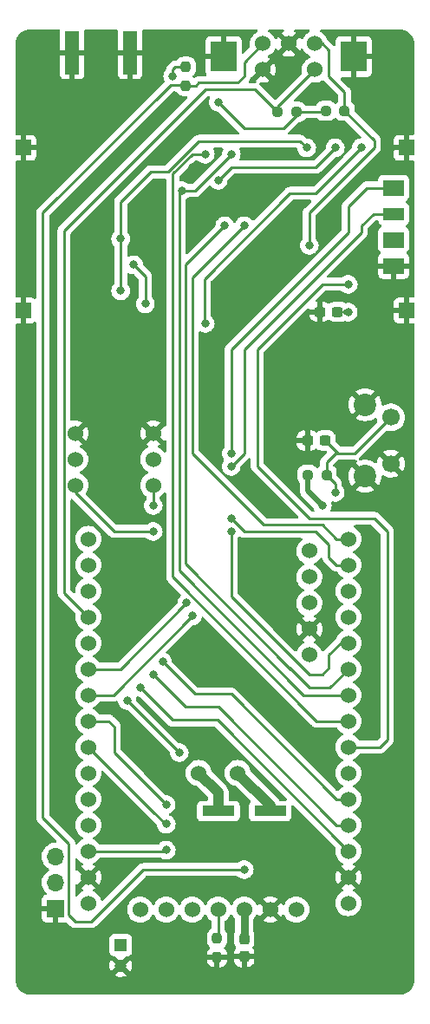
<source format=gbl>
G04 #@! TF.GenerationSoftware,KiCad,Pcbnew,6.0.11+dfsg-1*
G04 #@! TF.CreationDate,2024-12-21T17:09:36+02:00*
G04 #@! TF.ProjectId,lora_tracker,6c6f7261-5f74-4726-9163-6b65722e6b69,rev?*
G04 #@! TF.SameCoordinates,Original*
G04 #@! TF.FileFunction,Copper,L2,Bot*
G04 #@! TF.FilePolarity,Positive*
%FSLAX46Y46*%
G04 Gerber Fmt 4.6, Leading zero omitted, Abs format (unit mm)*
G04 Created by KiCad (PCBNEW 6.0.11+dfsg-1) date 2024-12-21 17:09:36*
%MOMM*%
%LPD*%
G01*
G04 APERTURE LIST*
G04 Aperture macros list*
%AMRoundRect*
0 Rectangle with rounded corners*
0 $1 Rounding radius*
0 $2 $3 $4 $5 $6 $7 $8 $9 X,Y pos of 4 corners*
0 Add a 4 corners polygon primitive as box body*
4,1,4,$2,$3,$4,$5,$6,$7,$8,$9,$2,$3,0*
0 Add four circle primitives for the rounded corners*
1,1,$1+$1,$2,$3*
1,1,$1+$1,$4,$5*
1,1,$1+$1,$6,$7*
1,1,$1+$1,$8,$9*
0 Add four rect primitives between the rounded corners*
20,1,$1+$1,$2,$3,$4,$5,0*
20,1,$1+$1,$4,$5,$6,$7,0*
20,1,$1+$1,$6,$7,$8,$9,0*
20,1,$1+$1,$8,$9,$2,$3,0*%
G04 Aperture macros list end*
G04 #@! TA.AperFunction,ComponentPad*
%ADD10R,1.200000X1.200000*%
G04 #@! TD*
G04 #@! TA.AperFunction,ComponentPad*
%ADD11C,1.200000*%
G04 #@! TD*
G04 #@! TA.AperFunction,ComponentPad*
%ADD12C,2.200000*%
G04 #@! TD*
G04 #@! TA.AperFunction,ComponentPad*
%ADD13C,1.700000*%
G04 #@! TD*
G04 #@! TA.AperFunction,ComponentPad*
%ADD14C,1.524000*%
G04 #@! TD*
G04 #@! TA.AperFunction,ComponentPad*
%ADD15R,2.500000X3.000000*%
G04 #@! TD*
G04 #@! TA.AperFunction,ComponentPad*
%ADD16R,1.700000X1.700000*%
G04 #@! TD*
G04 #@! TA.AperFunction,ComponentPad*
%ADD17O,1.700000X1.700000*%
G04 #@! TD*
G04 #@! TA.AperFunction,SMDPad,CuDef*
%ADD18R,1.350000X4.200000*%
G04 #@! TD*
G04 #@! TA.AperFunction,SMDPad,CuDef*
%ADD19R,1.500000X1.500000*%
G04 #@! TD*
G04 #@! TA.AperFunction,SMDPad,CuDef*
%ADD20RoundRect,0.237500X-0.237500X0.300000X-0.237500X-0.300000X0.237500X-0.300000X0.237500X0.300000X0*%
G04 #@! TD*
G04 #@! TA.AperFunction,ComponentPad*
%ADD21R,2.000000X1.524000*%
G04 #@! TD*
G04 #@! TA.AperFunction,ComponentPad*
%ADD22R,2.000000X1.254000*%
G04 #@! TD*
G04 #@! TA.AperFunction,SMDPad,CuDef*
%ADD23RoundRect,0.237500X-0.237500X0.250000X-0.237500X-0.250000X0.237500X-0.250000X0.237500X0.250000X0*%
G04 #@! TD*
G04 #@! TA.AperFunction,SMDPad,CuDef*
%ADD24RoundRect,0.237500X-0.250000X-0.237500X0.250000X-0.237500X0.250000X0.237500X-0.250000X0.237500X0*%
G04 #@! TD*
G04 #@! TA.AperFunction,SMDPad,CuDef*
%ADD25RoundRect,0.237500X0.300000X0.237500X-0.300000X0.237500X-0.300000X-0.237500X0.300000X-0.237500X0*%
G04 #@! TD*
G04 #@! TA.AperFunction,SMDPad,CuDef*
%ADD26R,3.150000X1.000000*%
G04 #@! TD*
G04 #@! TA.AperFunction,SMDPad,CuDef*
%ADD27RoundRect,0.237500X0.250000X0.237500X-0.250000X0.237500X-0.250000X-0.237500X0.250000X-0.237500X0*%
G04 #@! TD*
G04 #@! TA.AperFunction,ViaPad*
%ADD28C,0.800000*%
G04 #@! TD*
G04 #@! TA.AperFunction,ViaPad*
%ADD29C,4.000000*%
G04 #@! TD*
G04 #@! TA.AperFunction,Conductor*
%ADD30C,0.250000*%
G04 #@! TD*
G04 #@! TA.AperFunction,Conductor*
%ADD31C,0.500000*%
G04 #@! TD*
G04 #@! TA.AperFunction,Conductor*
%ADD32C,0.800000*%
G04 #@! TD*
G04 #@! TA.AperFunction,Conductor*
%ADD33C,1.000000*%
G04 #@! TD*
G04 APERTURE END LIST*
D10*
X84455000Y-133094604D03*
D11*
X84455000Y-135094604D03*
D12*
X108335000Y-87320000D03*
X108335000Y-80320000D03*
D13*
X110835000Y-81570000D03*
X110835000Y-86070000D03*
D14*
X86360000Y-129627500D03*
X88900000Y-129627500D03*
X91440000Y-129627500D03*
X93980000Y-129627500D03*
X96520000Y-129627500D03*
X99060000Y-129627500D03*
X101600000Y-129627500D03*
X95885000Y-116292500D03*
X92075000Y-116292500D03*
X103417500Y-45077500D03*
X98337500Y-45077500D03*
X100877500Y-45077500D03*
D15*
X94527500Y-46347500D03*
X107227500Y-46347500D03*
D14*
X98337500Y-47617500D03*
X103417500Y-47617500D03*
X81280000Y-93432500D03*
X81280000Y-95972500D03*
X81280000Y-98512500D03*
X81280000Y-101052500D03*
X81280000Y-103592500D03*
X81280000Y-106132500D03*
X81280000Y-108672500D03*
X81280000Y-111212500D03*
X81280000Y-113752500D03*
X81280000Y-116292500D03*
X81280000Y-118832500D03*
X81280000Y-121372500D03*
X81280000Y-123912500D03*
X81280000Y-126452500D03*
X81280000Y-128992500D03*
X106680000Y-128992500D03*
X106680000Y-126452500D03*
X106680000Y-123912500D03*
X106680000Y-121372500D03*
X106680000Y-118832500D03*
X106680000Y-116292500D03*
X106680000Y-113752500D03*
X106680000Y-111212500D03*
X106680000Y-108672500D03*
X106680000Y-106132500D03*
X106680000Y-103592500D03*
X106680000Y-101052500D03*
X106680000Y-98512500D03*
X106680000Y-95972500D03*
X106680000Y-93432500D03*
D16*
X78105000Y-129525000D03*
D17*
X78105000Y-126985000D03*
X78105000Y-124445000D03*
D18*
X85375000Y-45937500D03*
X79725000Y-45937500D03*
D14*
X102870000Y-94615000D03*
X102870000Y-97155000D03*
X102870000Y-99695000D03*
X102870000Y-102235000D03*
X102870000Y-104775000D03*
D19*
X112395000Y-71120000D03*
X74930000Y-55245000D03*
D20*
X96520000Y-132487500D03*
X96520000Y-134212500D03*
D21*
X111125000Y-59142500D03*
D22*
X111125000Y-61682500D03*
D21*
X111125000Y-64222500D03*
X111125000Y-66762500D03*
D23*
X93865000Y-132437500D03*
X93865000Y-134262500D03*
D24*
X102730000Y-87185000D03*
X104555000Y-87185000D03*
D19*
X112395000Y-55245000D03*
D25*
X105637500Y-71260000D03*
X103912500Y-71260000D03*
D14*
X87630000Y-83118423D03*
X87630000Y-85658423D03*
X87630000Y-88198423D03*
X80010000Y-88198423D03*
X80010000Y-85658423D03*
X80010000Y-83118423D03*
D25*
X104411267Y-83820000D03*
X102686267Y-83820000D03*
D26*
X93995000Y-120015000D03*
X99045000Y-120015000D03*
D27*
X101600000Y-51735000D03*
X99775000Y-51735000D03*
D19*
X74930000Y-71120000D03*
D24*
X104497500Y-51625000D03*
X106322500Y-51625000D03*
D23*
X90805000Y-47347500D03*
X90805000Y-49172500D03*
D28*
X96520000Y-97790000D03*
X96520000Y-137160000D03*
X95885000Y-70485000D03*
X112395000Y-49530000D03*
X93345000Y-60960000D03*
X90805000Y-44450000D03*
X93345000Y-123825000D03*
X74930000Y-120015000D03*
D29*
X111125000Y-135890000D03*
D28*
X88265000Y-63500000D03*
X91440000Y-63500000D03*
X112395000Y-77470000D03*
X103505000Y-50165000D03*
X104775000Y-63500000D03*
X92710000Y-81280000D03*
X99060000Y-90170000D03*
X93980000Y-68580000D03*
X80010000Y-60325000D03*
X80010000Y-73660000D03*
X74930000Y-74295000D03*
X112395000Y-109728000D03*
X88265000Y-67310000D03*
X100965000Y-67310000D03*
X108585000Y-94615000D03*
X109855000Y-71120000D03*
X74930000Y-91440000D03*
X97155000Y-55880000D03*
X74930000Y-65024000D03*
X74930000Y-103632000D03*
X83185000Y-93980000D03*
X96520000Y-94615000D03*
X74930000Y-111760000D03*
X104140000Y-130810000D03*
X101600000Y-125095000D03*
X108585000Y-109855000D03*
X82550000Y-80010000D03*
X83185000Y-125095000D03*
X80010000Y-69215000D03*
X87884000Y-46736000D03*
X88392000Y-137160000D03*
X104140000Y-123190000D03*
X74930000Y-57150000D03*
X93980000Y-127000000D03*
X89535000Y-116840000D03*
D29*
X76200000Y-135890000D03*
D28*
X102235000Y-73660000D03*
X96520000Y-87630000D03*
X85090000Y-72390000D03*
X104140000Y-127000000D03*
X87630000Y-74930000D03*
X86995000Y-53340000D03*
X87884000Y-44450000D03*
X112395000Y-130048000D03*
X90170000Y-131445000D03*
X93980000Y-71120000D03*
X112395000Y-57150000D03*
X80645000Y-91440000D03*
X106045000Y-81915000D03*
X74930000Y-115824000D03*
X81280000Y-133985000D03*
D29*
X76200000Y-45720000D03*
D28*
X102235000Y-58420000D03*
X110490000Y-130810000D03*
X104648000Y-137160000D03*
X83185000Y-109855000D03*
X88900000Y-134620000D03*
X100965000Y-87630000D03*
X85090000Y-91440000D03*
X112395000Y-74295000D03*
X83820000Y-121920000D03*
X100584000Y-137160000D03*
X104140000Y-73660000D03*
X95885000Y-123825000D03*
X101600000Y-82550000D03*
X95250000Y-60960000D03*
X77470000Y-58420000D03*
X93345000Y-113030000D03*
X112395000Y-97536000D03*
X108585000Y-132080000D03*
X108585000Y-102235000D03*
X110490000Y-83820000D03*
X85725000Y-120015000D03*
D29*
X111125000Y-45720000D03*
D28*
X74930000Y-79248000D03*
X74930000Y-107696000D03*
X112395000Y-121920000D03*
X108585000Y-127000000D03*
X83820000Y-100330000D03*
X104775000Y-61595000D03*
X104140000Y-133985000D03*
X79375000Y-102235000D03*
X99060000Y-94615000D03*
X106045000Y-73660000D03*
X112395000Y-52705000D03*
X83820000Y-84455000D03*
X112395000Y-113792000D03*
X102870000Y-113665000D03*
X97790000Y-108585000D03*
X74930000Y-49530000D03*
X91440000Y-57150000D03*
X87630000Y-79375000D03*
X107315000Y-83185000D03*
X99060000Y-97790000D03*
X84455000Y-55880000D03*
X80645000Y-49530000D03*
X93980000Y-79375000D03*
X74930000Y-87376000D03*
X92456000Y-137160000D03*
X109855000Y-89535000D03*
X112395000Y-105664000D03*
X112395000Y-101600000D03*
X112395000Y-125984000D03*
X96520000Y-58420000D03*
X74930000Y-53340000D03*
X100330000Y-134620000D03*
X74930000Y-60960000D03*
X79375000Y-107315000D03*
X74930000Y-69088000D03*
X100330000Y-111125000D03*
X100965000Y-64770000D03*
X79375000Y-112395000D03*
X83820000Y-88265000D03*
X95250000Y-73025000D03*
X74930000Y-95504000D03*
X80645000Y-55880000D03*
X81280000Y-132080000D03*
X99060000Y-127000000D03*
X112395000Y-117856000D03*
X97790000Y-122555000D03*
X74930000Y-99568000D03*
X106045000Y-80010000D03*
X93345000Y-104775000D03*
X108585000Y-57785000D03*
X112395000Y-93472000D03*
X83820000Y-104140000D03*
X84455000Y-49530000D03*
X95885000Y-67945000D03*
X109855000Y-74295000D03*
X94615000Y-114300000D03*
X108585000Y-117475000D03*
X87630000Y-131445000D03*
X108585000Y-122555000D03*
X79375000Y-132080000D03*
X90170000Y-54610000D03*
X86995000Y-49530000D03*
X93345000Y-107315000D03*
X80010000Y-65405000D03*
X74930000Y-83312000D03*
X112395000Y-89535000D03*
X90895000Y-99695000D03*
X91440000Y-100965000D03*
X102616000Y-55245000D03*
X84455000Y-64135000D03*
X84455000Y-69215000D03*
X93980000Y-58420000D03*
X85725000Y-66675000D03*
X86863347Y-70485000D03*
X105410000Y-55245000D03*
X92710000Y-72390000D03*
X107950000Y-55245000D03*
X92710000Y-55880000D03*
X90424000Y-59436000D03*
X95250000Y-55880000D03*
X94615000Y-62865000D03*
X96520000Y-62865000D03*
X89535000Y-48260000D03*
X104140000Y-90170000D03*
X93980000Y-50800000D03*
X88900000Y-123825000D03*
X88900000Y-121285000D03*
X88900000Y-119380000D03*
X105410000Y-88900000D03*
X85090000Y-109220000D03*
X90170000Y-114300000D03*
X86360000Y-107950000D03*
X88545480Y-105410000D03*
X87630000Y-90170000D03*
X96520000Y-125730000D03*
X102870000Y-64770000D03*
X106680000Y-68580000D03*
X95250000Y-85090000D03*
X95250000Y-92710000D03*
X95250000Y-91440000D03*
X95250000Y-86360000D03*
X106680000Y-71281499D03*
X87630000Y-92710000D03*
X87630000Y-106680000D03*
D30*
X81280000Y-106132500D02*
X84457500Y-106132500D01*
X84457500Y-106132500D02*
X90895000Y-99695000D01*
X81280000Y-108672500D02*
X83732500Y-108672500D01*
X83732500Y-108672500D02*
X91440000Y-100965000D01*
X84455000Y-69215000D02*
X84455000Y-64135000D01*
X92073604Y-54610000D02*
X101981000Y-54610000D01*
X101981000Y-54610000D02*
X102616000Y-55245000D01*
X89085000Y-57598604D02*
X92073604Y-54610000D01*
X87361396Y-57598604D02*
X89085000Y-57598604D01*
X84455000Y-64135000D02*
X84455000Y-60505000D01*
X84455000Y-60505000D02*
X87361396Y-57598604D01*
X86863347Y-70485000D02*
X86863347Y-67813347D01*
X103505000Y-57150000D02*
X105410000Y-55245000D01*
X86863347Y-67813347D02*
X85725000Y-66675000D01*
X93980000Y-58420000D02*
X95250000Y-57150000D01*
X95250000Y-57150000D02*
X103505000Y-57150000D01*
X92710000Y-72390000D02*
X92620000Y-72300000D01*
X92620000Y-72300000D02*
X92620000Y-68035000D01*
X100965000Y-59690000D02*
X103505000Y-59690000D01*
X103505000Y-59690000D02*
X107950000Y-55245000D01*
X92620000Y-68035000D02*
X100965000Y-59690000D01*
X89535000Y-97155000D02*
X103592500Y-111212500D01*
X91440000Y-55880000D02*
X92710000Y-55880000D01*
X89535000Y-57785000D02*
X89535000Y-97155000D01*
X89535000Y-57785000D02*
X91440000Y-55880000D01*
X103592500Y-111212500D02*
X106680000Y-111212500D01*
X90424000Y-59436000D02*
X90170000Y-59690000D01*
X91694000Y-59436000D02*
X95250000Y-55880000D01*
X90170000Y-96520000D02*
X102322500Y-108672500D01*
X102322500Y-108672500D02*
X106680000Y-108672500D01*
X90424000Y-59436000D02*
X91694000Y-59436000D01*
X90170000Y-59690000D02*
X90170000Y-96520000D01*
X90805000Y-95885000D02*
X101052500Y-106132500D01*
X104862500Y-107950000D02*
X102870000Y-107950000D01*
X90805000Y-66675000D02*
X94615000Y-62865000D01*
X102870000Y-107950000D02*
X100965000Y-106045000D01*
X90805000Y-95885000D02*
X90805000Y-66675000D01*
X106680000Y-106132500D02*
X104862500Y-107950000D01*
X91440000Y-85090000D02*
X91440000Y-67945000D01*
X98425000Y-92075000D02*
X91440000Y-85090000D01*
X106680000Y-93432500D02*
X105497500Y-93432500D01*
X104140000Y-92075000D02*
X98425000Y-92075000D01*
X91440000Y-67945000D02*
X96520000Y-62865000D01*
X105497500Y-93432500D02*
X104140000Y-92075000D01*
X101600000Y-51735000D02*
X104387500Y-51735000D01*
X104387500Y-51735000D02*
X104497500Y-51625000D01*
X89812500Y-47347500D02*
X90805000Y-47347500D01*
D31*
X102730000Y-88760000D02*
X102730000Y-87185000D01*
X104140000Y-90170000D02*
X102730000Y-88760000D01*
D30*
X89535000Y-48260000D02*
X89535000Y-47625000D01*
X101600000Y-51735000D02*
X101600000Y-52070000D01*
X89535000Y-47625000D02*
X89812500Y-47347500D01*
X101600000Y-52070000D02*
X100330000Y-53340000D01*
X100330000Y-53340000D02*
X96520000Y-53340000D01*
X96520000Y-53340000D02*
X93980000Y-50800000D01*
X88812500Y-123912500D02*
X88900000Y-123825000D01*
X81280000Y-123912500D02*
X88812500Y-123912500D01*
X87632500Y-120105000D02*
X81280000Y-113752500D01*
X88812500Y-121285000D02*
X88900000Y-121285000D01*
X87632500Y-120105000D02*
X88812500Y-121285000D01*
X83820000Y-111760000D02*
X83272500Y-111212500D01*
X83272500Y-111212500D02*
X81280000Y-111212500D01*
X83820000Y-114300000D02*
X83820000Y-111760000D01*
X88900000Y-119380000D02*
X83820000Y-114300000D01*
X97581267Y-49541267D02*
X99775000Y-51735000D01*
X99775000Y-51735000D02*
X99775000Y-51260000D01*
X81280000Y-101052500D02*
X78923000Y-98695500D01*
X78923000Y-63317000D02*
X92698733Y-49541267D01*
X99775000Y-51260000D02*
X103417500Y-47617500D01*
X92698733Y-49541267D02*
X97581267Y-49541267D01*
X78923000Y-98695500D02*
X78923000Y-63317000D01*
X105410000Y-88900000D02*
X105410000Y-88040000D01*
X104411267Y-83820000D02*
X105681267Y-85090000D01*
X105681267Y-85090000D02*
X107315000Y-85090000D01*
X105410000Y-88040000D02*
X104555000Y-87185000D01*
X104555000Y-87185000D02*
X104555000Y-85945000D01*
X107315000Y-85090000D02*
X110835000Y-81570000D01*
X105410000Y-85090000D02*
X105681267Y-85090000D01*
X104555000Y-85945000D02*
X105410000Y-85090000D01*
X85090000Y-109220000D02*
X90170000Y-114300000D01*
X106680000Y-123912500D02*
X93892500Y-111125000D01*
X93892500Y-111125000D02*
X89535000Y-111125000D01*
X89535000Y-111125000D02*
X86360000Y-107950000D01*
X106680000Y-118832500D02*
X105497500Y-118832500D01*
X91720480Y-108585000D02*
X88545480Y-105410000D01*
X95250000Y-108585000D02*
X91720480Y-108585000D01*
X105497500Y-118832500D02*
X95250000Y-108585000D01*
X87630000Y-90170000D02*
X87630000Y-88198423D01*
X90805000Y-49172500D02*
X91797500Y-49172500D01*
X91797500Y-49172500D02*
X92075000Y-48895000D01*
X90723767Y-49091267D02*
X90805000Y-49172500D01*
X79375000Y-130175000D02*
X79375000Y-123190000D01*
X92075000Y-48895000D02*
X95885000Y-48895000D01*
X96520000Y-46895000D02*
X98337500Y-45077500D01*
X76835000Y-61595000D02*
X89338733Y-49091267D01*
X95885000Y-48895000D02*
X96520000Y-48260000D01*
X96520000Y-125730000D02*
X86640249Y-125730000D01*
X79375000Y-123190000D02*
X76835000Y-120650000D01*
X89338733Y-49091267D02*
X90723767Y-49091267D01*
X80010000Y-130810000D02*
X79375000Y-130175000D01*
X81560249Y-130810000D02*
X80010000Y-130810000D01*
X76835000Y-120650000D02*
X76835000Y-61595000D01*
X86640249Y-125730000D02*
X81560249Y-130810000D01*
X96520000Y-48260000D02*
X96520000Y-46895000D01*
X106322500Y-51625000D02*
X106322500Y-49807500D01*
X109220000Y-54522500D02*
X106322500Y-51625000D01*
X109767500Y-113752500D02*
X106680000Y-113752500D01*
X104775000Y-45720000D02*
X104132500Y-45077500D01*
X106322500Y-49807500D02*
X104775000Y-48260000D01*
X104140000Y-68580000D02*
X97790000Y-74930000D01*
X104132500Y-45077500D02*
X103417500Y-45077500D01*
X97790000Y-86360000D02*
X102870000Y-91440000D01*
X97790000Y-74930000D02*
X97790000Y-86360000D01*
X110490000Y-92710000D02*
X110490000Y-113030000D01*
X109220000Y-91440000D02*
X110490000Y-92710000D01*
X104775000Y-48260000D02*
X104775000Y-45720000D01*
X110490000Y-113030000D02*
X109767500Y-113752500D01*
X106680000Y-68580000D02*
X104140000Y-68580000D01*
X102870000Y-64770000D02*
X102870000Y-61595000D01*
X102870000Y-61595000D02*
X109220000Y-55245000D01*
X102870000Y-91440000D02*
X109220000Y-91440000D01*
X109220000Y-55245000D02*
X109220000Y-54522500D01*
X106680000Y-60960000D02*
X108497500Y-59142500D01*
X106680000Y-63500000D02*
X106680000Y-60960000D01*
X104775000Y-106045000D02*
X104140000Y-106680000D01*
X105957500Y-103592500D02*
X104775000Y-104775000D01*
X106680000Y-103592500D02*
X105957500Y-103592500D01*
X95250000Y-74930000D02*
X106680000Y-63500000D01*
X104775000Y-104775000D02*
X104775000Y-106045000D01*
X104140000Y-106680000D02*
X102870000Y-106680000D01*
X108497500Y-59142500D02*
X111125000Y-59142500D01*
X95250000Y-99060000D02*
X95250000Y-92710000D01*
X95250000Y-85090000D02*
X95250000Y-74930000D01*
X102870000Y-106680000D02*
X95250000Y-99060000D01*
X104775000Y-95250000D02*
X104775000Y-93980000D01*
X107950000Y-63500000D02*
X107950000Y-62865000D01*
X106680000Y-95972500D02*
X105497500Y-95972500D01*
X96520000Y-74930000D02*
X107950000Y-63500000D01*
X95250000Y-86360000D02*
X96520000Y-85090000D01*
X107950000Y-62865000D02*
X109132500Y-61682500D01*
X109132500Y-61682500D02*
X111125000Y-61682500D01*
X104775000Y-93980000D02*
X103505000Y-92710000D01*
X105497500Y-95972500D02*
X104775000Y-95250000D01*
X96520000Y-85090000D02*
X96520000Y-74930000D01*
X103505000Y-92710000D02*
X96520000Y-92710000D01*
X96520000Y-92710000D02*
X95250000Y-91440000D01*
D32*
X96520000Y-132487500D02*
X96520000Y-129627500D01*
D31*
X106363999Y-71281499D02*
X106342500Y-71260000D01*
D30*
X80010000Y-88900000D02*
X80010000Y-88198423D01*
X90805000Y-109855000D02*
X87630000Y-106680000D01*
X105497500Y-121372500D02*
X93980000Y-109855000D01*
X106680000Y-121372500D02*
X105497500Y-121372500D01*
X87630000Y-92710000D02*
X83820000Y-92710000D01*
X83820000Y-92710000D02*
X80010000Y-88900000D01*
X93980000Y-109855000D02*
X90805000Y-109855000D01*
X93980000Y-132322500D02*
X93980000Y-129627500D01*
X93865000Y-132437500D02*
X93980000Y-132322500D01*
D33*
X93995000Y-120015000D02*
X93995000Y-118212500D01*
X93995000Y-118212500D02*
X92075000Y-116292500D01*
X99045000Y-119452500D02*
X99045000Y-120015000D01*
X95885000Y-116292500D02*
X99045000Y-119452500D01*
G04 #@! TA.AperFunction,Conductor*
G36*
X78484121Y-43708502D02*
G01*
X78530614Y-43762158D01*
X78542000Y-43814500D01*
X78542000Y-45665385D01*
X78546475Y-45680624D01*
X78547865Y-45681829D01*
X78555548Y-45683500D01*
X80889884Y-45683500D01*
X80905123Y-45679025D01*
X80906328Y-45677635D01*
X80907999Y-45669952D01*
X80907999Y-43814500D01*
X80928001Y-43746379D01*
X80981657Y-43699886D01*
X81033999Y-43688500D01*
X84066000Y-43688500D01*
X84134121Y-43708502D01*
X84180614Y-43762158D01*
X84192000Y-43814500D01*
X84192000Y-45665385D01*
X84196475Y-45680624D01*
X84197865Y-45681829D01*
X84205548Y-45683500D01*
X86539884Y-45683500D01*
X86555123Y-45679025D01*
X86556328Y-45677635D01*
X86557999Y-45669952D01*
X86557999Y-43814500D01*
X86578001Y-43746379D01*
X86631657Y-43699886D01*
X86683999Y-43688500D01*
X97741612Y-43688500D01*
X97809733Y-43708502D01*
X97856226Y-43762158D01*
X97866330Y-43832432D01*
X97836836Y-43897012D01*
X97794862Y-43928695D01*
X97704811Y-43970686D01*
X97704806Y-43970689D01*
X97699824Y-43973012D01*
X97695317Y-43976168D01*
X97695315Y-43976169D01*
X97522230Y-44097364D01*
X97522227Y-44097366D01*
X97517719Y-44100523D01*
X97360523Y-44257719D01*
X97357366Y-44262227D01*
X97357364Y-44262230D01*
X97236169Y-44435315D01*
X97233012Y-44439824D01*
X97230689Y-44444806D01*
X97230686Y-44444811D01*
X97147497Y-44623211D01*
X97139060Y-44641304D01*
X97137638Y-44646612D01*
X97137637Y-44646614D01*
X97131491Y-44669551D01*
X97081522Y-44856037D01*
X97062147Y-45077500D01*
X97081522Y-45298963D01*
X97083756Y-45307299D01*
X97091986Y-45338015D01*
X97090296Y-45408991D01*
X97059374Y-45459722D01*
X96500594Y-46018501D01*
X96438282Y-46052526D01*
X96367466Y-46047461D01*
X96310631Y-46004914D01*
X96285820Y-45938394D01*
X96285499Y-45929405D01*
X96285499Y-44802831D01*
X96285129Y-44796010D01*
X96279605Y-44745148D01*
X96275979Y-44729896D01*
X96230824Y-44609446D01*
X96222286Y-44593851D01*
X96145785Y-44491776D01*
X96133224Y-44479215D01*
X96031149Y-44402714D01*
X96015554Y-44394176D01*
X95895106Y-44349022D01*
X95879851Y-44345395D01*
X95828986Y-44339869D01*
X95822172Y-44339500D01*
X94799615Y-44339500D01*
X94784376Y-44343975D01*
X94783171Y-44345365D01*
X94781500Y-44353048D01*
X94781500Y-46475500D01*
X94761498Y-46543621D01*
X94707842Y-46590114D01*
X94655500Y-46601500D01*
X92787616Y-46601500D01*
X92772377Y-46605975D01*
X92771172Y-46607365D01*
X92769501Y-46615048D01*
X92769501Y-47892169D01*
X92769871Y-47898990D01*
X92775395Y-47949852D01*
X92779021Y-47965103D01*
X92826319Y-48091270D01*
X92831502Y-48162077D01*
X92797581Y-48224446D01*
X92735326Y-48258576D01*
X92708337Y-48261500D01*
X92153767Y-48261500D01*
X92142584Y-48260973D01*
X92135091Y-48259298D01*
X92127165Y-48259547D01*
X92127164Y-48259547D01*
X92067014Y-48261438D01*
X92063055Y-48261500D01*
X92035144Y-48261500D01*
X92031210Y-48261997D01*
X92031209Y-48261997D01*
X92031144Y-48262005D01*
X92019307Y-48262938D01*
X91987490Y-48263938D01*
X91983029Y-48264078D01*
X91975110Y-48264327D01*
X91957454Y-48269456D01*
X91955658Y-48269978D01*
X91936306Y-48273986D01*
X91929235Y-48274880D01*
X91916203Y-48276526D01*
X91908834Y-48279443D01*
X91908832Y-48279444D01*
X91875097Y-48292800D01*
X91863869Y-48296645D01*
X91821407Y-48308982D01*
X91814585Y-48313016D01*
X91814579Y-48313019D01*
X91803968Y-48319294D01*
X91786218Y-48327990D01*
X91774756Y-48332528D01*
X91774751Y-48332531D01*
X91767383Y-48335448D01*
X91760968Y-48340109D01*
X91731625Y-48361427D01*
X91721707Y-48367943D01*
X91693495Y-48384628D01*
X91624679Y-48402088D01*
X91557347Y-48379572D01*
X91540336Y-48365348D01*
X91539913Y-48364925D01*
X91524213Y-48349252D01*
X91490134Y-48286970D01*
X91495137Y-48216150D01*
X91524057Y-48171064D01*
X91631929Y-48063003D01*
X91635770Y-48056772D01*
X91719369Y-47921150D01*
X91719370Y-47921148D01*
X91723209Y-47914920D01*
X91777974Y-47749809D01*
X91788500Y-47647072D01*
X91788500Y-47047928D01*
X91777707Y-46943907D01*
X91771358Y-46924875D01*
X91724972Y-46785841D01*
X91722654Y-46778893D01*
X91631116Y-46630969D01*
X91606078Y-46605975D01*
X91513184Y-46513242D01*
X91513179Y-46513238D01*
X91508003Y-46508071D01*
X91467525Y-46483120D01*
X91366150Y-46420631D01*
X91366148Y-46420630D01*
X91359920Y-46416791D01*
X91194809Y-46362026D01*
X91187973Y-46361326D01*
X91187970Y-46361325D01*
X91136474Y-46356049D01*
X91092072Y-46351500D01*
X90517928Y-46351500D01*
X90514682Y-46351837D01*
X90514678Y-46351837D01*
X90420765Y-46361581D01*
X90420761Y-46361582D01*
X90413907Y-46362293D01*
X90407371Y-46364474D01*
X90407369Y-46364474D01*
X90308100Y-46397593D01*
X90248893Y-46417346D01*
X90100969Y-46508884D01*
X89978071Y-46631997D01*
X89974235Y-46638220D01*
X89974228Y-46638229D01*
X89965555Y-46652300D01*
X89912784Y-46699794D01*
X89862254Y-46712123D01*
X89813331Y-46713661D01*
X89804514Y-46713938D01*
X89800555Y-46714000D01*
X89772644Y-46714000D01*
X89768710Y-46714497D01*
X89768709Y-46714497D01*
X89768644Y-46714505D01*
X89756807Y-46715438D01*
X89724990Y-46716438D01*
X89720529Y-46716578D01*
X89712610Y-46716827D01*
X89694954Y-46721956D01*
X89693158Y-46722478D01*
X89673806Y-46726486D01*
X89666735Y-46727380D01*
X89653703Y-46729026D01*
X89646334Y-46731943D01*
X89646332Y-46731944D01*
X89612597Y-46745300D01*
X89601369Y-46749145D01*
X89558907Y-46761482D01*
X89552085Y-46765516D01*
X89552079Y-46765519D01*
X89541468Y-46771794D01*
X89523718Y-46780490D01*
X89512256Y-46785028D01*
X89512251Y-46785031D01*
X89504883Y-46787948D01*
X89498468Y-46792609D01*
X89469125Y-46813927D01*
X89459207Y-46820443D01*
X89440519Y-46831495D01*
X89421137Y-46842958D01*
X89406813Y-46857282D01*
X89391781Y-46870121D01*
X89375393Y-46882028D01*
X89347212Y-46916093D01*
X89339222Y-46924873D01*
X89142747Y-47121348D01*
X89134461Y-47128888D01*
X89127982Y-47133000D01*
X89122557Y-47138777D01*
X89081357Y-47182651D01*
X89078602Y-47185493D01*
X89058865Y-47205230D01*
X89056385Y-47208427D01*
X89048682Y-47217447D01*
X89018414Y-47249679D01*
X89014595Y-47256625D01*
X89014593Y-47256628D01*
X89008652Y-47267434D01*
X88997801Y-47283953D01*
X88985386Y-47299959D01*
X88982241Y-47307228D01*
X88982238Y-47307232D01*
X88967826Y-47340537D01*
X88962609Y-47351187D01*
X88941305Y-47389940D01*
X88939334Y-47397615D01*
X88939334Y-47397616D01*
X88936267Y-47409562D01*
X88929863Y-47428266D01*
X88921819Y-47446855D01*
X88920580Y-47454678D01*
X88920577Y-47454688D01*
X88914901Y-47490524D01*
X88912495Y-47502144D01*
X88901500Y-47544970D01*
X88901500Y-47557474D01*
X88881498Y-47625595D01*
X88869137Y-47641784D01*
X88795960Y-47723056D01*
X88792658Y-47728775D01*
X88792656Y-47728778D01*
X88703777Y-47882721D01*
X88700473Y-47888444D01*
X88641458Y-48070072D01*
X88640768Y-48076633D01*
X88640768Y-48076635D01*
X88639230Y-48091270D01*
X88621496Y-48260000D01*
X88622186Y-48266565D01*
X88640220Y-48438145D01*
X88641458Y-48449928D01*
X88700473Y-48631556D01*
X88711908Y-48651362D01*
X88726094Y-48675933D01*
X88742831Y-48744928D01*
X88719610Y-48812020D01*
X88706069Y-48828027D01*
X76442747Y-61091348D01*
X76434461Y-61098888D01*
X76427982Y-61103000D01*
X76422557Y-61108777D01*
X76381357Y-61152651D01*
X76378602Y-61155493D01*
X76358865Y-61175230D01*
X76356385Y-61178427D01*
X76348682Y-61187447D01*
X76318414Y-61219679D01*
X76314595Y-61226625D01*
X76314593Y-61226628D01*
X76308652Y-61237434D01*
X76297801Y-61253953D01*
X76285386Y-61269959D01*
X76282241Y-61277228D01*
X76282238Y-61277232D01*
X76267826Y-61310537D01*
X76262609Y-61321187D01*
X76241305Y-61359940D01*
X76239334Y-61367615D01*
X76239334Y-61367616D01*
X76236267Y-61379562D01*
X76229863Y-61398266D01*
X76221819Y-61416855D01*
X76220580Y-61424678D01*
X76220577Y-61424688D01*
X76214901Y-61460524D01*
X76212495Y-61472144D01*
X76201500Y-61514970D01*
X76201500Y-61535224D01*
X76199949Y-61554934D01*
X76196780Y-61574943D01*
X76197526Y-61582835D01*
X76200941Y-61618961D01*
X76201500Y-61630819D01*
X76201500Y-69874067D01*
X76181498Y-69942188D01*
X76127842Y-69988681D01*
X76057568Y-69998785D01*
X75999935Y-69974893D01*
X75933648Y-69925214D01*
X75918054Y-69916676D01*
X75797606Y-69871522D01*
X75782351Y-69867895D01*
X75731486Y-69862369D01*
X75724672Y-69862000D01*
X75202115Y-69862000D01*
X75186876Y-69866475D01*
X75185671Y-69867865D01*
X75184000Y-69875548D01*
X75184000Y-72359884D01*
X75188475Y-72375123D01*
X75189865Y-72376328D01*
X75197548Y-72377999D01*
X75724669Y-72377999D01*
X75731490Y-72377629D01*
X75782352Y-72372105D01*
X75797604Y-72368479D01*
X75918054Y-72323324D01*
X75933648Y-72314786D01*
X75999935Y-72265107D01*
X76066441Y-72240259D01*
X76135824Y-72255312D01*
X76186054Y-72305486D01*
X76201500Y-72365933D01*
X76201500Y-120571233D01*
X76200973Y-120582416D01*
X76199298Y-120589909D01*
X76199547Y-120597832D01*
X76199547Y-120597833D01*
X76201438Y-120657986D01*
X76201500Y-120661945D01*
X76201500Y-120689856D01*
X76201997Y-120693790D01*
X76201997Y-120693791D01*
X76202005Y-120693856D01*
X76202938Y-120705693D01*
X76204327Y-120749889D01*
X76209978Y-120769339D01*
X76213987Y-120788700D01*
X76216526Y-120808797D01*
X76219445Y-120816168D01*
X76219445Y-120816170D01*
X76232804Y-120849912D01*
X76236649Y-120861142D01*
X76243186Y-120883642D01*
X76248982Y-120903593D01*
X76253015Y-120910412D01*
X76253017Y-120910417D01*
X76259293Y-120921028D01*
X76267988Y-120938776D01*
X76275448Y-120957617D01*
X76280110Y-120964033D01*
X76280110Y-120964034D01*
X76301436Y-120993387D01*
X76307952Y-121003307D01*
X76322766Y-121028355D01*
X76330458Y-121041362D01*
X76344779Y-121055683D01*
X76357619Y-121070716D01*
X76369528Y-121087107D01*
X76403605Y-121115298D01*
X76412384Y-121123288D01*
X78159900Y-122870804D01*
X78193926Y-122933116D01*
X78188861Y-123003931D01*
X78146314Y-123060767D01*
X78079794Y-123085578D01*
X78069266Y-123085890D01*
X78015081Y-123085228D01*
X78015079Y-123085228D01*
X78009911Y-123085165D01*
X77789091Y-123118955D01*
X77576756Y-123188357D01*
X77378607Y-123291507D01*
X77374474Y-123294610D01*
X77374471Y-123294612D01*
X77204100Y-123422530D01*
X77199965Y-123425635D01*
X77196393Y-123429373D01*
X77050808Y-123581719D01*
X77045629Y-123587138D01*
X76919743Y-123771680D01*
X76874820Y-123868459D01*
X76833934Y-123956541D01*
X76825688Y-123974305D01*
X76765989Y-124189570D01*
X76742251Y-124411695D01*
X76742548Y-124416848D01*
X76742548Y-124416851D01*
X76752916Y-124596665D01*
X76755110Y-124634715D01*
X76756247Y-124639761D01*
X76756248Y-124639767D01*
X76767819Y-124691109D01*
X76804222Y-124852639D01*
X76888266Y-125059616D01*
X76930050Y-125127802D01*
X76998670Y-125239779D01*
X77004987Y-125250088D01*
X77151250Y-125418938D01*
X77323126Y-125561632D01*
X77393595Y-125602811D01*
X77396445Y-125604476D01*
X77445169Y-125656114D01*
X77458240Y-125725897D01*
X77431509Y-125791669D01*
X77391055Y-125825027D01*
X77378607Y-125831507D01*
X77374474Y-125834610D01*
X77374471Y-125834612D01*
X77204100Y-125962530D01*
X77199965Y-125965635D01*
X77045629Y-126127138D01*
X76919743Y-126311680D01*
X76878960Y-126399540D01*
X76853001Y-126455465D01*
X76825688Y-126514305D01*
X76765989Y-126729570D01*
X76742251Y-126951695D01*
X76755110Y-127174715D01*
X76756247Y-127179761D01*
X76756248Y-127179767D01*
X76769684Y-127239386D01*
X76804222Y-127392639D01*
X76888266Y-127599616D01*
X77004987Y-127790088D01*
X77151250Y-127958938D01*
X77155225Y-127962238D01*
X77155231Y-127962244D01*
X77160425Y-127966556D01*
X77200059Y-128025460D01*
X77201555Y-128096441D01*
X77164439Y-128156962D01*
X77124168Y-128181480D01*
X77016946Y-128221676D01*
X77001351Y-128230214D01*
X76899276Y-128306715D01*
X76886715Y-128319276D01*
X76810214Y-128421351D01*
X76801676Y-128436946D01*
X76756522Y-128557394D01*
X76752895Y-128572649D01*
X76747369Y-128623514D01*
X76747000Y-128630328D01*
X76747000Y-129252885D01*
X76751475Y-129268124D01*
X76752865Y-129269329D01*
X76760548Y-129271000D01*
X78233000Y-129271000D01*
X78301121Y-129291002D01*
X78347614Y-129344658D01*
X78359000Y-129397000D01*
X78359000Y-130864884D01*
X78363475Y-130880123D01*
X78364865Y-130881328D01*
X78372548Y-130882999D01*
X78999669Y-130882999D01*
X79006490Y-130882629D01*
X79057352Y-130877105D01*
X79072611Y-130873477D01*
X79072999Y-130873332D01*
X79073322Y-130873308D01*
X79080293Y-130871651D01*
X79080561Y-130872779D01*
X79143806Y-130868152D01*
X79206317Y-130902221D01*
X79506343Y-131202247D01*
X79513887Y-131210537D01*
X79518000Y-131217018D01*
X79523777Y-131222443D01*
X79567667Y-131263658D01*
X79570509Y-131266413D01*
X79590231Y-131286135D01*
X79593355Y-131288558D01*
X79593359Y-131288562D01*
X79593424Y-131288612D01*
X79602445Y-131296317D01*
X79634679Y-131326586D01*
X79641627Y-131330405D01*
X79641629Y-131330407D01*
X79652432Y-131336346D01*
X79668959Y-131347202D01*
X79678698Y-131354757D01*
X79678700Y-131354758D01*
X79684960Y-131359614D01*
X79725540Y-131377174D01*
X79736188Y-131382391D01*
X79760976Y-131396018D01*
X79774940Y-131403695D01*
X79782616Y-131405666D01*
X79782619Y-131405667D01*
X79794562Y-131408733D01*
X79813267Y-131415137D01*
X79831855Y-131423181D01*
X79839678Y-131424420D01*
X79839688Y-131424423D01*
X79875524Y-131430099D01*
X79887144Y-131432505D01*
X79918959Y-131440673D01*
X79929970Y-131443500D01*
X79950224Y-131443500D01*
X79969934Y-131445051D01*
X79989943Y-131448220D01*
X79997835Y-131447474D01*
X80016580Y-131445702D01*
X80033962Y-131444059D01*
X80045819Y-131443500D01*
X81481482Y-131443500D01*
X81492665Y-131444027D01*
X81500158Y-131445702D01*
X81508084Y-131445453D01*
X81508085Y-131445453D01*
X81568235Y-131443562D01*
X81572194Y-131443500D01*
X81600105Y-131443500D01*
X81604040Y-131443003D01*
X81604105Y-131442995D01*
X81615942Y-131442062D01*
X81648200Y-131441048D01*
X81652219Y-131440922D01*
X81660138Y-131440673D01*
X81679592Y-131435021D01*
X81698949Y-131431013D01*
X81711179Y-131429468D01*
X81711180Y-131429468D01*
X81719046Y-131428474D01*
X81726417Y-131425555D01*
X81726419Y-131425555D01*
X81760161Y-131412196D01*
X81771391Y-131408351D01*
X81806232Y-131398229D01*
X81806233Y-131398229D01*
X81813842Y-131396018D01*
X81820661Y-131391985D01*
X81820666Y-131391983D01*
X81831277Y-131385707D01*
X81849025Y-131377012D01*
X81867866Y-131369552D01*
X81903636Y-131343564D01*
X81913556Y-131337048D01*
X81944784Y-131318580D01*
X81944787Y-131318578D01*
X81951611Y-131314542D01*
X81965932Y-131300221D01*
X81980966Y-131287380D01*
X81982680Y-131286135D01*
X81997356Y-131275472D01*
X82025547Y-131241395D01*
X82033537Y-131232616D01*
X83638653Y-129627500D01*
X85084647Y-129627500D01*
X85104022Y-129848963D01*
X85105446Y-129854276D01*
X85150848Y-130023717D01*
X85161560Y-130063696D01*
X85163882Y-130068677D01*
X85163883Y-130068678D01*
X85253186Y-130260189D01*
X85253189Y-130260194D01*
X85255512Y-130265176D01*
X85258668Y-130269683D01*
X85258669Y-130269685D01*
X85369938Y-130428593D01*
X85383023Y-130447281D01*
X85540219Y-130604477D01*
X85544727Y-130607634D01*
X85544730Y-130607636D01*
X85552468Y-130613054D01*
X85722323Y-130731988D01*
X85727305Y-130734311D01*
X85727310Y-130734314D01*
X85917810Y-130823145D01*
X85923804Y-130825940D01*
X85929112Y-130827362D01*
X85929114Y-130827363D01*
X85932701Y-130828324D01*
X86138537Y-130883478D01*
X86360000Y-130902853D01*
X86581463Y-130883478D01*
X86787299Y-130828324D01*
X86790886Y-130827363D01*
X86790888Y-130827362D01*
X86796196Y-130825940D01*
X86802190Y-130823145D01*
X86992690Y-130734314D01*
X86992695Y-130734311D01*
X86997677Y-130731988D01*
X87167532Y-130613054D01*
X87175270Y-130607636D01*
X87175273Y-130607634D01*
X87179781Y-130604477D01*
X87336977Y-130447281D01*
X87350063Y-130428593D01*
X87461331Y-130269685D01*
X87461332Y-130269683D01*
X87464488Y-130265176D01*
X87466811Y-130260194D01*
X87466814Y-130260189D01*
X87515805Y-130155127D01*
X87562723Y-130101842D01*
X87631000Y-130082381D01*
X87698960Y-130102923D01*
X87744195Y-130155127D01*
X87793186Y-130260189D01*
X87793189Y-130260194D01*
X87795512Y-130265176D01*
X87798668Y-130269683D01*
X87798669Y-130269685D01*
X87909938Y-130428593D01*
X87923023Y-130447281D01*
X88080219Y-130604477D01*
X88084727Y-130607634D01*
X88084730Y-130607636D01*
X88092468Y-130613054D01*
X88262323Y-130731988D01*
X88267305Y-130734311D01*
X88267310Y-130734314D01*
X88457810Y-130823145D01*
X88463804Y-130825940D01*
X88469112Y-130827362D01*
X88469114Y-130827363D01*
X88472701Y-130828324D01*
X88678537Y-130883478D01*
X88900000Y-130902853D01*
X89121463Y-130883478D01*
X89327299Y-130828324D01*
X89330886Y-130827363D01*
X89330888Y-130827362D01*
X89336196Y-130825940D01*
X89342190Y-130823145D01*
X89532690Y-130734314D01*
X89532695Y-130734311D01*
X89537677Y-130731988D01*
X89707532Y-130613054D01*
X89715270Y-130607636D01*
X89715273Y-130607634D01*
X89719781Y-130604477D01*
X89876977Y-130447281D01*
X89890063Y-130428593D01*
X90001331Y-130269685D01*
X90001332Y-130269683D01*
X90004488Y-130265176D01*
X90006811Y-130260194D01*
X90006814Y-130260189D01*
X90055805Y-130155127D01*
X90102723Y-130101842D01*
X90171000Y-130082381D01*
X90238960Y-130102923D01*
X90284195Y-130155127D01*
X90333186Y-130260189D01*
X90333189Y-130260194D01*
X90335512Y-130265176D01*
X90338668Y-130269683D01*
X90338669Y-130269685D01*
X90449938Y-130428593D01*
X90463023Y-130447281D01*
X90620219Y-130604477D01*
X90624727Y-130607634D01*
X90624730Y-130607636D01*
X90632468Y-130613054D01*
X90802323Y-130731988D01*
X90807305Y-130734311D01*
X90807310Y-130734314D01*
X90997810Y-130823145D01*
X91003804Y-130825940D01*
X91009112Y-130827362D01*
X91009114Y-130827363D01*
X91012701Y-130828324D01*
X91218537Y-130883478D01*
X91440000Y-130902853D01*
X91661463Y-130883478D01*
X91867299Y-130828324D01*
X91870886Y-130827363D01*
X91870888Y-130827362D01*
X91876196Y-130825940D01*
X91882190Y-130823145D01*
X92072690Y-130734314D01*
X92072695Y-130734311D01*
X92077677Y-130731988D01*
X92247532Y-130613054D01*
X92255270Y-130607636D01*
X92255273Y-130607634D01*
X92259781Y-130604477D01*
X92416977Y-130447281D01*
X92430063Y-130428593D01*
X92541331Y-130269685D01*
X92541332Y-130269683D01*
X92544488Y-130265176D01*
X92546811Y-130260194D01*
X92546814Y-130260189D01*
X92595805Y-130155127D01*
X92642723Y-130101842D01*
X92711000Y-130082381D01*
X92778960Y-130102923D01*
X92824195Y-130155127D01*
X92873186Y-130260189D01*
X92873189Y-130260194D01*
X92875512Y-130265176D01*
X92878668Y-130269683D01*
X92878669Y-130269685D01*
X92989938Y-130428593D01*
X93003023Y-130447281D01*
X93160219Y-130604477D01*
X93164727Y-130607634D01*
X93164730Y-130607636D01*
X93292771Y-130697291D01*
X93337099Y-130752748D01*
X93346500Y-130800504D01*
X93346500Y-131413872D01*
X93326498Y-131481993D01*
X93286807Y-131521013D01*
X93160969Y-131598884D01*
X93155796Y-131604066D01*
X93043242Y-131716816D01*
X93043238Y-131716821D01*
X93038071Y-131721997D01*
X93034231Y-131728227D01*
X93034230Y-131728228D01*
X92951364Y-131862662D01*
X92946791Y-131870080D01*
X92892026Y-132035191D01*
X92891326Y-132042027D01*
X92891325Y-132042030D01*
X92890573Y-132049375D01*
X92881500Y-132137928D01*
X92881500Y-132737072D01*
X92881837Y-132740318D01*
X92881837Y-132740322D01*
X92891537Y-132833806D01*
X92892293Y-132841093D01*
X92894474Y-132847629D01*
X92894474Y-132847631D01*
X92923368Y-132934235D01*
X92947346Y-133006107D01*
X93038884Y-133154031D01*
X93146141Y-133261101D01*
X93180220Y-133323382D01*
X93175217Y-133394202D01*
X93146296Y-133439291D01*
X93043637Y-133542129D01*
X93034625Y-133553540D01*
X92951088Y-133689063D01*
X92944944Y-133702241D01*
X92894685Y-133853766D01*
X92891819Y-133867132D01*
X92882328Y-133959770D01*
X92882000Y-133966185D01*
X92882000Y-133990385D01*
X92886475Y-134005624D01*
X92887865Y-134006829D01*
X92895548Y-134008500D01*
X94829885Y-134008500D01*
X94845124Y-134004025D01*
X94846329Y-134002635D01*
X94848000Y-133994952D01*
X94848000Y-133966234D01*
X94847663Y-133959718D01*
X94837925Y-133865868D01*
X94835032Y-133852472D01*
X94784512Y-133701047D01*
X94778347Y-133687885D01*
X94694574Y-133552508D01*
X94685540Y-133541110D01*
X94583860Y-133439607D01*
X94549781Y-133377324D01*
X94554784Y-133306504D01*
X94583705Y-133261416D01*
X94584022Y-133261099D01*
X94691929Y-133153003D01*
X94695770Y-133146772D01*
X94779369Y-133011150D01*
X94779370Y-133011148D01*
X94783209Y-133004920D01*
X94837974Y-132839809D01*
X94848500Y-132737072D01*
X94848500Y-132137928D01*
X94847817Y-132131343D01*
X94838419Y-132040765D01*
X94838418Y-132040761D01*
X94837707Y-132033907D01*
X94782654Y-131868893D01*
X94691116Y-131720969D01*
X94650482Y-131680406D01*
X94616403Y-131618124D01*
X94613500Y-131591233D01*
X94613500Y-130800504D01*
X94633502Y-130732383D01*
X94667229Y-130697291D01*
X94795270Y-130607636D01*
X94795273Y-130607634D01*
X94799781Y-130604477D01*
X94956977Y-130447281D01*
X94970063Y-130428593D01*
X95081331Y-130269685D01*
X95081332Y-130269683D01*
X95084488Y-130265176D01*
X95086811Y-130260194D01*
X95086814Y-130260189D01*
X95135805Y-130155127D01*
X95182723Y-130101842D01*
X95251000Y-130082381D01*
X95318960Y-130102923D01*
X95364195Y-130155127D01*
X95413186Y-130260189D01*
X95413189Y-130260194D01*
X95415512Y-130265176D01*
X95418668Y-130269683D01*
X95418669Y-130269685D01*
X95529938Y-130428593D01*
X95543023Y-130447281D01*
X95574595Y-130478853D01*
X95608621Y-130541165D01*
X95611500Y-130567948D01*
X95611500Y-131823332D01*
X95601181Y-131869878D01*
X95601791Y-131870080D01*
X95547026Y-132035191D01*
X95546326Y-132042027D01*
X95546325Y-132042030D01*
X95545573Y-132049375D01*
X95536500Y-132137928D01*
X95536500Y-132837072D01*
X95536837Y-132840318D01*
X95536837Y-132840322D01*
X95537596Y-132847631D01*
X95547293Y-132941093D01*
X95602346Y-133106107D01*
X95693884Y-133254031D01*
X95700965Y-133261099D01*
X95701139Y-133261273D01*
X95702105Y-133263038D01*
X95703613Y-133264941D01*
X95703287Y-133265199D01*
X95735219Y-133323554D01*
X95730218Y-133394375D01*
X95701292Y-133439470D01*
X95698636Y-133442131D01*
X95689625Y-133453540D01*
X95606088Y-133589063D01*
X95599944Y-133602241D01*
X95549685Y-133753766D01*
X95546819Y-133767132D01*
X95537328Y-133859770D01*
X95537000Y-133866185D01*
X95537000Y-133940385D01*
X95541475Y-133955624D01*
X95542865Y-133956829D01*
X95550548Y-133958500D01*
X97484885Y-133958500D01*
X97500124Y-133954025D01*
X97501329Y-133952635D01*
X97503000Y-133944952D01*
X97503000Y-133866234D01*
X97502663Y-133859718D01*
X97492925Y-133765868D01*
X97490032Y-133752472D01*
X97439512Y-133601047D01*
X97433347Y-133587885D01*
X97349574Y-133452508D01*
X97340536Y-133441106D01*
X97338861Y-133439433D01*
X97338081Y-133438007D01*
X97335993Y-133435373D01*
X97336444Y-133435016D01*
X97304781Y-133377151D01*
X97309784Y-133306331D01*
X97338701Y-133261246D01*
X97341756Y-133258185D01*
X97346929Y-133253003D01*
X97405377Y-133158183D01*
X97434369Y-133111150D01*
X97434370Y-133111148D01*
X97438209Y-133104920D01*
X97492974Y-132939809D01*
X97503500Y-132837072D01*
X97503500Y-132137928D01*
X97502817Y-132131343D01*
X97493419Y-132040765D01*
X97493418Y-132040761D01*
X97492707Y-132033907D01*
X97479013Y-131992859D01*
X97437654Y-131868893D01*
X97438581Y-131868584D01*
X97428500Y-131823300D01*
X97428500Y-130686277D01*
X98365777Y-130686277D01*
X98375074Y-130698293D01*
X98418069Y-130728398D01*
X98427555Y-130733876D01*
X98618993Y-130823145D01*
X98629285Y-130826891D01*
X98833309Y-130881559D01*
X98844104Y-130883462D01*
X99054525Y-130901872D01*
X99065475Y-130901872D01*
X99275896Y-130883462D01*
X99286691Y-130881559D01*
X99490715Y-130826891D01*
X99501007Y-130823145D01*
X99692445Y-130733876D01*
X99701931Y-130728398D01*
X99745764Y-130697707D01*
X99754139Y-130687229D01*
X99747071Y-130673781D01*
X99072812Y-129999522D01*
X99058868Y-129991908D01*
X99057035Y-129992039D01*
X99050420Y-129996290D01*
X98372207Y-130674503D01*
X98365777Y-130686277D01*
X97428500Y-130686277D01*
X97428500Y-130567948D01*
X97448502Y-130499827D01*
X97465405Y-130478853D01*
X97496977Y-130447281D01*
X97510063Y-130428593D01*
X97621331Y-130269685D01*
X97621332Y-130269683D01*
X97624488Y-130265176D01*
X97626811Y-130260194D01*
X97626814Y-130260189D01*
X97676081Y-130154535D01*
X97722999Y-130101250D01*
X97791276Y-130081789D01*
X97859236Y-130102331D01*
X97904471Y-130154535D01*
X97953623Y-130259941D01*
X97959103Y-130269432D01*
X97989794Y-130313265D01*
X98000271Y-130321640D01*
X98013718Y-130314572D01*
X98687978Y-129640312D01*
X98694356Y-129628632D01*
X99424408Y-129628632D01*
X99424539Y-129630465D01*
X99428790Y-129637080D01*
X100107003Y-130315293D01*
X100118777Y-130321723D01*
X100130793Y-130312426D01*
X100160897Y-130269432D01*
X100166377Y-130259941D01*
X100215529Y-130154535D01*
X100262447Y-130101250D01*
X100330724Y-130081789D01*
X100398684Y-130102331D01*
X100443919Y-130154535D01*
X100493186Y-130260189D01*
X100493189Y-130260194D01*
X100495512Y-130265176D01*
X100498668Y-130269683D01*
X100498669Y-130269685D01*
X100609938Y-130428593D01*
X100623023Y-130447281D01*
X100780219Y-130604477D01*
X100784727Y-130607634D01*
X100784730Y-130607636D01*
X100792468Y-130613054D01*
X100962323Y-130731988D01*
X100967305Y-130734311D01*
X100967310Y-130734314D01*
X101157810Y-130823145D01*
X101163804Y-130825940D01*
X101169112Y-130827362D01*
X101169114Y-130827363D01*
X101172701Y-130828324D01*
X101378537Y-130883478D01*
X101600000Y-130902853D01*
X101821463Y-130883478D01*
X102027299Y-130828324D01*
X102030886Y-130827363D01*
X102030888Y-130827362D01*
X102036196Y-130825940D01*
X102042190Y-130823145D01*
X102232690Y-130734314D01*
X102232695Y-130734311D01*
X102237677Y-130731988D01*
X102407532Y-130613054D01*
X102415270Y-130607636D01*
X102415273Y-130607634D01*
X102419781Y-130604477D01*
X102576977Y-130447281D01*
X102590063Y-130428593D01*
X102701331Y-130269685D01*
X102701332Y-130269683D01*
X102704488Y-130265176D01*
X102706811Y-130260194D01*
X102706814Y-130260189D01*
X102796117Y-130068678D01*
X102796118Y-130068677D01*
X102798440Y-130063696D01*
X102809153Y-130023717D01*
X102854554Y-129854276D01*
X102855978Y-129848963D01*
X102875353Y-129627500D01*
X102855978Y-129406037D01*
X102804512Y-129213963D01*
X102799863Y-129196614D01*
X102799862Y-129196612D01*
X102798440Y-129191304D01*
X102708289Y-128997975D01*
X102706814Y-128994811D01*
X102706811Y-128994806D01*
X102705736Y-128992500D01*
X105404647Y-128992500D01*
X105424022Y-129213963D01*
X105439305Y-129271000D01*
X105476957Y-129411516D01*
X105481560Y-129428696D01*
X105483882Y-129433677D01*
X105483883Y-129433678D01*
X105573186Y-129625189D01*
X105573189Y-129625194D01*
X105575512Y-129630176D01*
X105578668Y-129634683D01*
X105578669Y-129634685D01*
X105699861Y-129807765D01*
X105703023Y-129812281D01*
X105860219Y-129969477D01*
X105864727Y-129972634D01*
X105864730Y-129972636D01*
X105940495Y-130025687D01*
X106042323Y-130096988D01*
X106047305Y-130099311D01*
X106047310Y-130099314D01*
X106238822Y-130188617D01*
X106243804Y-130190940D01*
X106249112Y-130192362D01*
X106249114Y-130192363D01*
X106314949Y-130210003D01*
X106458537Y-130248478D01*
X106680000Y-130267853D01*
X106901463Y-130248478D01*
X107045051Y-130210003D01*
X107110886Y-130192363D01*
X107110888Y-130192362D01*
X107116196Y-130190940D01*
X107121178Y-130188617D01*
X107312690Y-130099314D01*
X107312695Y-130099311D01*
X107317677Y-130096988D01*
X107419505Y-130025687D01*
X107495270Y-129972636D01*
X107495273Y-129972634D01*
X107499781Y-129969477D01*
X107656977Y-129812281D01*
X107660140Y-129807765D01*
X107781331Y-129634685D01*
X107781332Y-129634683D01*
X107784488Y-129630176D01*
X107786811Y-129625194D01*
X107786814Y-129625189D01*
X107876117Y-129433678D01*
X107876118Y-129433677D01*
X107878440Y-129428696D01*
X107883044Y-129411516D01*
X107920695Y-129271000D01*
X107935978Y-129213963D01*
X107955353Y-128992500D01*
X107935978Y-128771037D01*
X107878440Y-128556304D01*
X107861831Y-128520686D01*
X107786814Y-128359811D01*
X107786811Y-128359806D01*
X107784488Y-128354824D01*
X107759597Y-128319276D01*
X107660136Y-128177230D01*
X107660134Y-128177227D01*
X107656977Y-128172719D01*
X107499781Y-128015523D01*
X107495273Y-128012366D01*
X107495270Y-128012364D01*
X107419505Y-127959313D01*
X107317677Y-127888012D01*
X107312695Y-127885689D01*
X107312690Y-127885686D01*
X107207035Y-127836419D01*
X107153750Y-127789502D01*
X107134289Y-127721225D01*
X107154831Y-127653265D01*
X107207035Y-127608029D01*
X107312445Y-127558876D01*
X107321931Y-127553398D01*
X107365764Y-127522707D01*
X107374139Y-127512229D01*
X107367071Y-127498781D01*
X106692812Y-126824522D01*
X106678868Y-126816908D01*
X106677035Y-126817039D01*
X106670420Y-126821290D01*
X105992207Y-127499503D01*
X105985777Y-127511277D01*
X105995074Y-127523293D01*
X106038069Y-127553398D01*
X106047555Y-127558876D01*
X106152965Y-127608029D01*
X106206250Y-127654946D01*
X106225711Y-127723223D01*
X106205169Y-127791183D01*
X106152965Y-127836419D01*
X106047311Y-127885686D01*
X106047306Y-127885689D01*
X106042324Y-127888012D01*
X106037817Y-127891168D01*
X106037815Y-127891169D01*
X105864730Y-128012364D01*
X105864727Y-128012366D01*
X105860219Y-128015523D01*
X105703023Y-128172719D01*
X105699866Y-128177227D01*
X105699864Y-128177230D01*
X105600403Y-128319276D01*
X105575512Y-128354824D01*
X105573189Y-128359806D01*
X105573186Y-128359811D01*
X105498169Y-128520686D01*
X105481560Y-128556304D01*
X105424022Y-128771037D01*
X105404647Y-128992500D01*
X102705736Y-128992500D01*
X102704488Y-128989824D01*
X102675524Y-128948459D01*
X102580136Y-128812230D01*
X102580134Y-128812227D01*
X102576977Y-128807719D01*
X102419781Y-128650523D01*
X102415273Y-128647366D01*
X102415270Y-128647364D01*
X102339505Y-128594313D01*
X102237677Y-128523012D01*
X102232695Y-128520689D01*
X102232690Y-128520686D01*
X102041178Y-128431383D01*
X102041177Y-128431382D01*
X102036196Y-128429060D01*
X102030888Y-128427638D01*
X102030886Y-128427637D01*
X101965051Y-128409997D01*
X101821463Y-128371522D01*
X101600000Y-128352147D01*
X101378537Y-128371522D01*
X101234949Y-128409997D01*
X101169114Y-128427637D01*
X101169112Y-128427638D01*
X101163804Y-128429060D01*
X101158823Y-128431382D01*
X101158822Y-128431383D01*
X100967311Y-128520686D01*
X100967306Y-128520689D01*
X100962324Y-128523012D01*
X100957817Y-128526168D01*
X100957815Y-128526169D01*
X100784730Y-128647364D01*
X100784727Y-128647366D01*
X100780219Y-128650523D01*
X100623023Y-128807719D01*
X100619866Y-128812227D01*
X100619864Y-128812230D01*
X100524476Y-128948459D01*
X100495512Y-128989824D01*
X100493189Y-128994806D01*
X100493186Y-128994811D01*
X100443919Y-129100465D01*
X100397001Y-129153750D01*
X100328724Y-129173211D01*
X100260764Y-129152669D01*
X100215529Y-129100465D01*
X100166377Y-128995059D01*
X100160897Y-128985568D01*
X100130206Y-128941735D01*
X100119729Y-128933360D01*
X100106282Y-128940428D01*
X99432022Y-129614688D01*
X99424408Y-129628632D01*
X98694356Y-129628632D01*
X98695592Y-129626368D01*
X98695461Y-129624535D01*
X98691210Y-129617920D01*
X98012997Y-128939707D01*
X98001223Y-128933277D01*
X97989207Y-128942574D01*
X97959103Y-128985568D01*
X97953623Y-128995059D01*
X97904471Y-129100465D01*
X97857553Y-129153750D01*
X97789276Y-129173211D01*
X97721316Y-129152669D01*
X97676081Y-129100465D01*
X97626814Y-128994811D01*
X97626811Y-128994806D01*
X97624488Y-128989824D01*
X97595524Y-128948459D01*
X97500136Y-128812230D01*
X97500134Y-128812227D01*
X97496977Y-128807719D01*
X97339781Y-128650523D01*
X97335273Y-128647366D01*
X97335270Y-128647364D01*
X97259505Y-128594313D01*
X97221599Y-128567771D01*
X98365860Y-128567771D01*
X98372928Y-128581218D01*
X99047188Y-129255478D01*
X99061132Y-129263092D01*
X99062965Y-129262961D01*
X99069580Y-129258710D01*
X99747793Y-128580497D01*
X99754223Y-128568723D01*
X99744926Y-128556707D01*
X99701931Y-128526602D01*
X99692445Y-128521124D01*
X99501007Y-128431855D01*
X99490715Y-128428109D01*
X99286691Y-128373441D01*
X99275896Y-128371538D01*
X99065475Y-128353128D01*
X99054525Y-128353128D01*
X98844104Y-128371538D01*
X98833309Y-128373441D01*
X98629285Y-128428109D01*
X98618993Y-128431855D01*
X98427559Y-128521123D01*
X98418068Y-128526603D01*
X98374235Y-128557294D01*
X98365860Y-128567771D01*
X97221599Y-128567771D01*
X97157677Y-128523012D01*
X97152695Y-128520689D01*
X97152690Y-128520686D01*
X96961178Y-128431383D01*
X96961177Y-128431382D01*
X96956196Y-128429060D01*
X96950888Y-128427638D01*
X96950886Y-128427637D01*
X96885051Y-128409997D01*
X96741463Y-128371522D01*
X96520000Y-128352147D01*
X96298537Y-128371522D01*
X96154949Y-128409997D01*
X96089114Y-128427637D01*
X96089112Y-128427638D01*
X96083804Y-128429060D01*
X96078823Y-128431382D01*
X96078822Y-128431383D01*
X95887311Y-128520686D01*
X95887306Y-128520689D01*
X95882324Y-128523012D01*
X95877817Y-128526168D01*
X95877815Y-128526169D01*
X95704730Y-128647364D01*
X95704727Y-128647366D01*
X95700219Y-128650523D01*
X95543023Y-128807719D01*
X95539866Y-128812227D01*
X95539864Y-128812230D01*
X95444476Y-128948459D01*
X95415512Y-128989824D01*
X95413189Y-128994806D01*
X95413186Y-128994811D01*
X95364195Y-129099873D01*
X95317277Y-129153158D01*
X95249000Y-129172619D01*
X95181040Y-129152077D01*
X95135805Y-129099873D01*
X95086814Y-128994811D01*
X95086811Y-128994806D01*
X95084488Y-128989824D01*
X95055524Y-128948459D01*
X94960136Y-128812230D01*
X94960134Y-128812227D01*
X94956977Y-128807719D01*
X94799781Y-128650523D01*
X94795273Y-128647366D01*
X94795270Y-128647364D01*
X94719505Y-128594313D01*
X94617677Y-128523012D01*
X94612695Y-128520689D01*
X94612690Y-128520686D01*
X94421178Y-128431383D01*
X94421177Y-128431382D01*
X94416196Y-128429060D01*
X94410888Y-128427638D01*
X94410886Y-128427637D01*
X94345051Y-128409997D01*
X94201463Y-128371522D01*
X93980000Y-128352147D01*
X93758537Y-128371522D01*
X93614949Y-128409997D01*
X93549114Y-128427637D01*
X93549112Y-128427638D01*
X93543804Y-128429060D01*
X93538823Y-128431382D01*
X93538822Y-128431383D01*
X93347311Y-128520686D01*
X93347306Y-128520689D01*
X93342324Y-128523012D01*
X93337817Y-128526168D01*
X93337815Y-128526169D01*
X93164730Y-128647364D01*
X93164727Y-128647366D01*
X93160219Y-128650523D01*
X93003023Y-128807719D01*
X92999866Y-128812227D01*
X92999864Y-128812230D01*
X92904476Y-128948459D01*
X92875512Y-128989824D01*
X92873189Y-128994806D01*
X92873186Y-128994811D01*
X92824195Y-129099873D01*
X92777277Y-129153158D01*
X92709000Y-129172619D01*
X92641040Y-129152077D01*
X92595805Y-129099873D01*
X92546814Y-128994811D01*
X92546811Y-128994806D01*
X92544488Y-128989824D01*
X92515524Y-128948459D01*
X92420136Y-128812230D01*
X92420134Y-128812227D01*
X92416977Y-128807719D01*
X92259781Y-128650523D01*
X92255273Y-128647366D01*
X92255270Y-128647364D01*
X92179505Y-128594313D01*
X92077677Y-128523012D01*
X92072695Y-128520689D01*
X92072690Y-128520686D01*
X91881178Y-128431383D01*
X91881177Y-128431382D01*
X91876196Y-128429060D01*
X91870888Y-128427638D01*
X91870886Y-128427637D01*
X91805051Y-128409997D01*
X91661463Y-128371522D01*
X91440000Y-128352147D01*
X91218537Y-128371522D01*
X91074949Y-128409997D01*
X91009114Y-128427637D01*
X91009112Y-128427638D01*
X91003804Y-128429060D01*
X90998823Y-128431382D01*
X90998822Y-128431383D01*
X90807311Y-128520686D01*
X90807306Y-128520689D01*
X90802324Y-128523012D01*
X90797817Y-128526168D01*
X90797815Y-128526169D01*
X90624730Y-128647364D01*
X90624727Y-128647366D01*
X90620219Y-128650523D01*
X90463023Y-128807719D01*
X90459866Y-128812227D01*
X90459864Y-128812230D01*
X90364476Y-128948459D01*
X90335512Y-128989824D01*
X90333189Y-128994806D01*
X90333186Y-128994811D01*
X90284195Y-129099873D01*
X90237277Y-129153158D01*
X90169000Y-129172619D01*
X90101040Y-129152077D01*
X90055805Y-129099873D01*
X90006814Y-128994811D01*
X90006811Y-128994806D01*
X90004488Y-128989824D01*
X89975524Y-128948459D01*
X89880136Y-128812230D01*
X89880134Y-128812227D01*
X89876977Y-128807719D01*
X89719781Y-128650523D01*
X89715273Y-128647366D01*
X89715270Y-128647364D01*
X89639505Y-128594313D01*
X89537677Y-128523012D01*
X89532695Y-128520689D01*
X89532690Y-128520686D01*
X89341178Y-128431383D01*
X89341177Y-128431382D01*
X89336196Y-128429060D01*
X89330888Y-128427638D01*
X89330886Y-128427637D01*
X89265051Y-128409997D01*
X89121463Y-128371522D01*
X88900000Y-128352147D01*
X88678537Y-128371522D01*
X88534949Y-128409997D01*
X88469114Y-128427637D01*
X88469112Y-128427638D01*
X88463804Y-128429060D01*
X88458823Y-128431382D01*
X88458822Y-128431383D01*
X88267311Y-128520686D01*
X88267306Y-128520689D01*
X88262324Y-128523012D01*
X88257817Y-128526168D01*
X88257815Y-128526169D01*
X88084730Y-128647364D01*
X88084727Y-128647366D01*
X88080219Y-128650523D01*
X87923023Y-128807719D01*
X87919866Y-128812227D01*
X87919864Y-128812230D01*
X87824476Y-128948459D01*
X87795512Y-128989824D01*
X87793189Y-128994806D01*
X87793186Y-128994811D01*
X87744195Y-129099873D01*
X87697277Y-129153158D01*
X87629000Y-129172619D01*
X87561040Y-129152077D01*
X87515805Y-129099873D01*
X87466814Y-128994811D01*
X87466811Y-128994806D01*
X87464488Y-128989824D01*
X87435524Y-128948459D01*
X87340136Y-128812230D01*
X87340134Y-128812227D01*
X87336977Y-128807719D01*
X87179781Y-128650523D01*
X87175273Y-128647366D01*
X87175270Y-128647364D01*
X87099505Y-128594313D01*
X86997677Y-128523012D01*
X86992695Y-128520689D01*
X86992690Y-128520686D01*
X86801178Y-128431383D01*
X86801177Y-128431382D01*
X86796196Y-128429060D01*
X86790888Y-128427638D01*
X86790886Y-128427637D01*
X86725051Y-128409997D01*
X86581463Y-128371522D01*
X86360000Y-128352147D01*
X86138537Y-128371522D01*
X85994949Y-128409997D01*
X85929114Y-128427637D01*
X85929112Y-128427638D01*
X85923804Y-128429060D01*
X85918823Y-128431382D01*
X85918822Y-128431383D01*
X85727311Y-128520686D01*
X85727306Y-128520689D01*
X85722324Y-128523012D01*
X85717817Y-128526168D01*
X85717815Y-128526169D01*
X85544730Y-128647364D01*
X85544727Y-128647366D01*
X85540219Y-128650523D01*
X85383023Y-128807719D01*
X85379866Y-128812227D01*
X85379864Y-128812230D01*
X85284476Y-128948459D01*
X85255512Y-128989824D01*
X85253189Y-128994806D01*
X85253186Y-128994811D01*
X85251711Y-128997975D01*
X85161560Y-129191304D01*
X85160138Y-129196612D01*
X85160137Y-129196614D01*
X85155488Y-129213963D01*
X85104022Y-129406037D01*
X85084647Y-129627500D01*
X83638653Y-129627500D01*
X86865749Y-126400405D01*
X86928061Y-126366379D01*
X86954844Y-126363500D01*
X95811800Y-126363500D01*
X95879921Y-126383502D01*
X95899147Y-126399843D01*
X95899420Y-126399540D01*
X95904332Y-126403963D01*
X95908747Y-126408866D01*
X95930329Y-126424546D01*
X96053871Y-126514305D01*
X96063248Y-126521118D01*
X96069276Y-126523802D01*
X96069278Y-126523803D01*
X96231681Y-126596109D01*
X96237712Y-126598794D01*
X96331113Y-126618647D01*
X96418056Y-126637128D01*
X96418061Y-126637128D01*
X96424513Y-126638500D01*
X96615487Y-126638500D01*
X96621939Y-126637128D01*
X96621944Y-126637128D01*
X96708887Y-126618647D01*
X96802288Y-126598794D01*
X96808319Y-126596109D01*
X96970722Y-126523803D01*
X96970724Y-126523802D01*
X96976752Y-126521118D01*
X96986130Y-126514305D01*
X97053562Y-126465312D01*
X97063660Y-126457975D01*
X105405628Y-126457975D01*
X105424038Y-126668396D01*
X105425941Y-126679191D01*
X105480609Y-126883215D01*
X105484355Y-126893507D01*
X105573623Y-127084941D01*
X105579103Y-127094432D01*
X105609794Y-127138265D01*
X105620271Y-127146640D01*
X105633718Y-127139572D01*
X106307978Y-126465312D01*
X106314356Y-126453632D01*
X107044408Y-126453632D01*
X107044539Y-126455465D01*
X107048790Y-126462080D01*
X107727003Y-127140293D01*
X107738777Y-127146723D01*
X107750793Y-127137426D01*
X107780897Y-127094432D01*
X107786377Y-127084941D01*
X107875645Y-126893507D01*
X107879391Y-126883215D01*
X107934059Y-126679191D01*
X107935962Y-126668396D01*
X107954372Y-126457975D01*
X107954372Y-126447025D01*
X107935962Y-126236604D01*
X107934059Y-126225809D01*
X107879391Y-126021785D01*
X107875645Y-126011493D01*
X107786377Y-125820059D01*
X107780897Y-125810568D01*
X107750206Y-125766735D01*
X107739729Y-125758360D01*
X107726282Y-125765428D01*
X107052022Y-126439688D01*
X107044408Y-126453632D01*
X106314356Y-126453632D01*
X106315592Y-126451368D01*
X106315461Y-126449535D01*
X106311210Y-126442920D01*
X105632997Y-125764707D01*
X105621223Y-125758277D01*
X105609207Y-125767574D01*
X105579103Y-125810568D01*
X105573623Y-125820059D01*
X105484355Y-126011493D01*
X105480609Y-126021785D01*
X105425941Y-126225809D01*
X105424038Y-126236604D01*
X105405628Y-126447025D01*
X105405628Y-126457975D01*
X97063660Y-126457975D01*
X97131253Y-126408866D01*
X97154091Y-126383502D01*
X97254621Y-126271852D01*
X97254622Y-126271851D01*
X97259040Y-126266944D01*
X97354527Y-126101556D01*
X97413542Y-125919928D01*
X97423087Y-125829118D01*
X97432814Y-125736565D01*
X97433504Y-125730000D01*
X97420311Y-125604476D01*
X97414232Y-125546635D01*
X97414232Y-125546633D01*
X97413542Y-125540072D01*
X97354527Y-125358444D01*
X97350578Y-125351603D01*
X97300304Y-125264528D01*
X97259040Y-125193056D01*
X97250684Y-125183775D01*
X97135675Y-125056045D01*
X97135674Y-125056044D01*
X97131253Y-125051134D01*
X96976752Y-124938882D01*
X96970724Y-124936198D01*
X96970722Y-124936197D01*
X96808319Y-124863891D01*
X96808318Y-124863891D01*
X96802288Y-124861206D01*
X96708888Y-124841353D01*
X96621944Y-124822872D01*
X96621939Y-124822872D01*
X96615487Y-124821500D01*
X96424513Y-124821500D01*
X96418061Y-124822872D01*
X96418056Y-124822872D01*
X96331112Y-124841353D01*
X96237712Y-124861206D01*
X96231682Y-124863891D01*
X96231681Y-124863891D01*
X96069278Y-124936197D01*
X96069276Y-124936198D01*
X96063248Y-124938882D01*
X95908747Y-125051134D01*
X95904332Y-125056037D01*
X95899420Y-125060460D01*
X95898295Y-125059211D01*
X95844986Y-125092051D01*
X95811800Y-125096500D01*
X86719016Y-125096500D01*
X86707833Y-125095973D01*
X86700340Y-125094298D01*
X86692414Y-125094547D01*
X86692413Y-125094547D01*
X86632250Y-125096438D01*
X86628292Y-125096500D01*
X86600393Y-125096500D01*
X86596403Y-125097004D01*
X86584569Y-125097936D01*
X86540360Y-125099326D01*
X86532746Y-125101538D01*
X86532741Y-125101539D01*
X86520908Y-125104977D01*
X86501545Y-125108988D01*
X86481452Y-125111526D01*
X86474085Y-125114443D01*
X86474080Y-125114444D01*
X86440341Y-125127802D01*
X86429114Y-125131646D01*
X86386656Y-125143982D01*
X86379830Y-125148019D01*
X86369221Y-125154293D01*
X86351473Y-125162988D01*
X86332632Y-125170448D01*
X86326216Y-125175110D01*
X86326215Y-125175110D01*
X86296862Y-125196436D01*
X86286942Y-125202952D01*
X86255714Y-125221420D01*
X86255711Y-125221422D01*
X86248887Y-125225458D01*
X86234566Y-125239779D01*
X86219533Y-125252619D01*
X86203142Y-125264528D01*
X86198091Y-125270634D01*
X86174951Y-125298605D01*
X86166961Y-125307384D01*
X82725656Y-128748688D01*
X82663344Y-128782714D01*
X82592528Y-128777649D01*
X82535693Y-128735102D01*
X82514855Y-128692207D01*
X82478440Y-128556304D01*
X82461831Y-128520686D01*
X82386814Y-128359811D01*
X82386811Y-128359806D01*
X82384488Y-128354824D01*
X82359597Y-128319276D01*
X82260136Y-128177230D01*
X82260134Y-128177227D01*
X82256977Y-128172719D01*
X82099781Y-128015523D01*
X82095273Y-128012366D01*
X82095270Y-128012364D01*
X82019505Y-127959313D01*
X81917677Y-127888012D01*
X81912695Y-127885689D01*
X81912690Y-127885686D01*
X81807035Y-127836419D01*
X81753750Y-127789502D01*
X81734289Y-127721225D01*
X81754831Y-127653265D01*
X81807035Y-127608029D01*
X81912445Y-127558876D01*
X81921931Y-127553398D01*
X81965764Y-127522707D01*
X81974139Y-127512229D01*
X81967071Y-127498781D01*
X81292812Y-126824522D01*
X81278868Y-126816908D01*
X81277035Y-126817039D01*
X81270420Y-126821290D01*
X80592207Y-127499503D01*
X80585777Y-127511277D01*
X80595074Y-127523293D01*
X80638069Y-127553398D01*
X80647555Y-127558876D01*
X80752965Y-127608029D01*
X80806250Y-127654946D01*
X80825711Y-127723223D01*
X80805169Y-127791183D01*
X80752965Y-127836419D01*
X80647311Y-127885686D01*
X80647306Y-127885689D01*
X80642324Y-127888012D01*
X80637817Y-127891168D01*
X80637815Y-127891169D01*
X80464730Y-128012364D01*
X80464727Y-128012366D01*
X80460219Y-128015523D01*
X80303023Y-128172719D01*
X80299865Y-128177229D01*
X80299860Y-128177235D01*
X80237713Y-128265991D01*
X80182256Y-128310320D01*
X80111637Y-128317629D01*
X80048277Y-128285599D01*
X80012291Y-128224398D01*
X80008500Y-128193721D01*
X80008500Y-127239386D01*
X80028502Y-127171265D01*
X80082158Y-127124772D01*
X80152432Y-127114668D01*
X80213173Y-127140966D01*
X80220271Y-127146640D01*
X80233718Y-127139572D01*
X80907978Y-126465312D01*
X80914356Y-126453632D01*
X81644408Y-126453632D01*
X81644539Y-126455465D01*
X81648790Y-126462080D01*
X82327003Y-127140293D01*
X82338777Y-127146723D01*
X82350793Y-127137426D01*
X82380897Y-127094432D01*
X82386377Y-127084941D01*
X82475645Y-126893507D01*
X82479391Y-126883215D01*
X82534059Y-126679191D01*
X82535962Y-126668396D01*
X82554372Y-126457975D01*
X82554372Y-126447025D01*
X82535962Y-126236604D01*
X82534059Y-126225809D01*
X82479391Y-126021785D01*
X82475645Y-126011493D01*
X82386377Y-125820059D01*
X82380897Y-125810568D01*
X82350206Y-125766735D01*
X82339729Y-125758360D01*
X82326282Y-125765428D01*
X81652022Y-126439688D01*
X81644408Y-126453632D01*
X80914356Y-126453632D01*
X80915592Y-126451368D01*
X80915461Y-126449535D01*
X80911210Y-126442920D01*
X80232997Y-125764707D01*
X80221222Y-125758277D01*
X80211600Y-125765721D01*
X80145482Y-125791584D01*
X80075877Y-125777596D01*
X80024885Y-125728197D01*
X80008500Y-125666064D01*
X80008500Y-124711279D01*
X80028502Y-124643158D01*
X80082158Y-124596665D01*
X80152432Y-124586561D01*
X80217012Y-124616055D01*
X80237713Y-124639009D01*
X80299860Y-124727765D01*
X80299864Y-124727770D01*
X80303023Y-124732281D01*
X80460219Y-124889477D01*
X80464727Y-124892634D01*
X80464730Y-124892636D01*
X80526942Y-124936197D01*
X80642323Y-125016988D01*
X80647305Y-125019311D01*
X80647310Y-125019314D01*
X80752965Y-125068581D01*
X80806250Y-125115498D01*
X80825711Y-125183775D01*
X80805169Y-125251735D01*
X80752965Y-125296971D01*
X80647559Y-125346123D01*
X80638068Y-125351603D01*
X80594235Y-125382294D01*
X80585860Y-125392771D01*
X80592928Y-125406218D01*
X81267188Y-126080478D01*
X81281132Y-126088092D01*
X81282965Y-126087961D01*
X81289580Y-126083710D01*
X81967793Y-125405497D01*
X81974223Y-125393723D01*
X81964926Y-125381707D01*
X81921931Y-125351602D01*
X81912445Y-125346124D01*
X81807035Y-125296971D01*
X81753750Y-125250054D01*
X81734289Y-125181777D01*
X81754831Y-125113817D01*
X81807035Y-125068581D01*
X81912690Y-125019314D01*
X81912695Y-125019311D01*
X81917677Y-125016988D01*
X82033058Y-124936197D01*
X82095270Y-124892636D01*
X82095273Y-124892634D01*
X82099781Y-124889477D01*
X82256977Y-124732281D01*
X82260140Y-124727765D01*
X82349791Y-124599729D01*
X82405248Y-124555401D01*
X82453004Y-124546000D01*
X88305799Y-124546000D01*
X88379860Y-124570064D01*
X88420691Y-124599729D01*
X88443248Y-124616118D01*
X88449276Y-124618802D01*
X88449278Y-124618803D01*
X88503981Y-124643158D01*
X88617712Y-124693794D01*
X88699972Y-124711279D01*
X88798056Y-124732128D01*
X88798061Y-124732128D01*
X88804513Y-124733500D01*
X88995487Y-124733500D01*
X89001939Y-124732128D01*
X89001944Y-124732128D01*
X89100028Y-124711279D01*
X89182288Y-124693794D01*
X89296019Y-124643158D01*
X89350722Y-124618803D01*
X89350724Y-124618802D01*
X89356752Y-124616118D01*
X89379310Y-124599729D01*
X89454377Y-124545189D01*
X89511253Y-124503866D01*
X89639040Y-124361944D01*
X89734527Y-124196556D01*
X89793542Y-124014928D01*
X89804308Y-123912500D01*
X89812814Y-123831565D01*
X89813504Y-123825000D01*
X89793542Y-123635072D01*
X89734527Y-123453444D01*
X89718472Y-123425635D01*
X89642341Y-123293774D01*
X89639040Y-123288056D01*
X89613723Y-123259938D01*
X89515675Y-123151045D01*
X89515674Y-123151044D01*
X89511253Y-123146134D01*
X89356752Y-123033882D01*
X89350724Y-123031198D01*
X89350722Y-123031197D01*
X89188319Y-122958891D01*
X89188318Y-122958891D01*
X89182288Y-122956206D01*
X89057033Y-122929582D01*
X89001944Y-122917872D01*
X89001939Y-122917872D01*
X88995487Y-122916500D01*
X88804513Y-122916500D01*
X88798061Y-122917872D01*
X88798056Y-122917872D01*
X88742967Y-122929582D01*
X88617712Y-122956206D01*
X88611682Y-122958891D01*
X88611681Y-122958891D01*
X88449278Y-123031197D01*
X88449276Y-123031198D01*
X88443248Y-123033882D01*
X88288747Y-123146134D01*
X88284326Y-123151044D01*
X88284325Y-123151045D01*
X88206652Y-123237310D01*
X88146206Y-123274550D01*
X88113016Y-123279000D01*
X82453004Y-123279000D01*
X82384883Y-123258998D01*
X82349791Y-123225271D01*
X82260136Y-123097230D01*
X82260134Y-123097227D01*
X82256977Y-123092719D01*
X82099781Y-122935523D01*
X82095273Y-122932366D01*
X82095270Y-122932364D01*
X81972822Y-122846625D01*
X81917677Y-122808012D01*
X81912695Y-122805689D01*
X81912690Y-122805686D01*
X81807627Y-122756695D01*
X81754342Y-122709778D01*
X81734881Y-122641501D01*
X81755423Y-122573541D01*
X81807627Y-122528305D01*
X81912690Y-122479314D01*
X81912695Y-122479311D01*
X81917677Y-122476988D01*
X82019505Y-122405687D01*
X82095270Y-122352636D01*
X82095273Y-122352634D01*
X82099781Y-122349477D01*
X82256977Y-122192281D01*
X82384488Y-122010176D01*
X82386811Y-122005194D01*
X82386814Y-122005189D01*
X82476117Y-121813678D01*
X82476118Y-121813677D01*
X82478440Y-121808696D01*
X82535978Y-121593963D01*
X82555353Y-121372500D01*
X82535978Y-121151037D01*
X82495023Y-120998192D01*
X82479863Y-120941614D01*
X82479862Y-120941612D01*
X82478440Y-120936304D01*
X82466369Y-120910417D01*
X82386814Y-120739811D01*
X82386811Y-120739806D01*
X82384488Y-120734824D01*
X82355802Y-120693856D01*
X82260136Y-120557230D01*
X82260134Y-120557227D01*
X82256977Y-120552719D01*
X82099781Y-120395523D01*
X82095273Y-120392366D01*
X82095270Y-120392364D01*
X82011489Y-120333700D01*
X81917677Y-120268012D01*
X81912695Y-120265689D01*
X81912690Y-120265686D01*
X81807627Y-120216695D01*
X81754342Y-120169778D01*
X81734881Y-120101501D01*
X81755423Y-120033541D01*
X81807627Y-119988305D01*
X81912690Y-119939314D01*
X81912695Y-119939311D01*
X81917677Y-119936988D01*
X82019505Y-119865687D01*
X82095270Y-119812636D01*
X82095273Y-119812634D01*
X82099781Y-119809477D01*
X82256977Y-119652281D01*
X82260140Y-119647765D01*
X82381331Y-119474685D01*
X82381332Y-119474683D01*
X82384488Y-119470176D01*
X82386811Y-119465194D01*
X82386814Y-119465189D01*
X82476117Y-119273678D01*
X82476118Y-119273677D01*
X82478440Y-119268696D01*
X82535978Y-119053963D01*
X82555353Y-118832500D01*
X82535978Y-118611037D01*
X82478440Y-118396304D01*
X82476117Y-118391322D01*
X82386814Y-118199811D01*
X82386811Y-118199806D01*
X82384488Y-118194824D01*
X82365686Y-118167972D01*
X82260136Y-118017230D01*
X82260134Y-118017227D01*
X82256977Y-118012719D01*
X82099781Y-117855523D01*
X82095273Y-117852366D01*
X82095270Y-117852364D01*
X82019505Y-117799313D01*
X81917677Y-117728012D01*
X81912695Y-117725689D01*
X81912690Y-117725686D01*
X81807627Y-117676695D01*
X81754342Y-117629778D01*
X81734881Y-117561501D01*
X81755423Y-117493541D01*
X81807627Y-117448305D01*
X81912690Y-117399314D01*
X81912695Y-117399311D01*
X81917677Y-117396988D01*
X82019505Y-117325687D01*
X82095270Y-117272636D01*
X82095273Y-117272634D01*
X82099781Y-117269477D01*
X82256977Y-117112281D01*
X82384488Y-116930176D01*
X82386811Y-116925194D01*
X82386814Y-116925189D01*
X82476117Y-116733678D01*
X82476118Y-116733677D01*
X82478440Y-116728696D01*
X82535978Y-116513963D01*
X82555353Y-116292500D01*
X82550171Y-116233267D01*
X82564161Y-116163662D01*
X82613560Y-116112670D01*
X82682686Y-116096480D01*
X82749591Y-116120233D01*
X82764787Y-116133191D01*
X87963155Y-121331559D01*
X87997181Y-121393871D01*
X87999369Y-121407481D01*
X88006458Y-121474928D01*
X88065473Y-121656556D01*
X88160960Y-121821944D01*
X88288747Y-121963866D01*
X88443248Y-122076118D01*
X88449276Y-122078802D01*
X88449278Y-122078803D01*
X88611681Y-122151109D01*
X88617712Y-122153794D01*
X88711112Y-122173647D01*
X88798056Y-122192128D01*
X88798061Y-122192128D01*
X88804513Y-122193500D01*
X88995487Y-122193500D01*
X89001939Y-122192128D01*
X89001944Y-122192128D01*
X89088888Y-122173647D01*
X89182288Y-122153794D01*
X89188319Y-122151109D01*
X89350722Y-122078803D01*
X89350724Y-122078802D01*
X89356752Y-122076118D01*
X89511253Y-121963866D01*
X89639040Y-121821944D01*
X89734527Y-121656556D01*
X89793542Y-121474928D01*
X89800631Y-121407485D01*
X89812814Y-121291565D01*
X89813504Y-121285000D01*
X89793542Y-121095072D01*
X89734527Y-120913444D01*
X89639040Y-120748056D01*
X89561506Y-120661945D01*
X89515675Y-120611045D01*
X89515674Y-120611044D01*
X89511253Y-120606134D01*
X89356752Y-120493882D01*
X89350724Y-120491198D01*
X89350722Y-120491197D01*
X89252816Y-120447607D01*
X89198721Y-120401627D01*
X89178071Y-120333700D01*
X89197423Y-120265392D01*
X89252816Y-120217393D01*
X89350722Y-120173803D01*
X89350724Y-120173802D01*
X89356752Y-120171118D01*
X89511253Y-120058866D01*
X89639040Y-119916944D01*
X89734527Y-119751556D01*
X89793542Y-119569928D01*
X89794471Y-119561095D01*
X89812814Y-119386565D01*
X89813504Y-119380000D01*
X89805709Y-119305832D01*
X89794232Y-119196635D01*
X89794232Y-119196633D01*
X89793542Y-119190072D01*
X89734527Y-119008444D01*
X89721857Y-118986498D01*
X89670174Y-118896982D01*
X89639040Y-118843056D01*
X89629536Y-118832500D01*
X89515675Y-118706045D01*
X89515674Y-118706044D01*
X89511253Y-118701134D01*
X89356752Y-118588882D01*
X89350724Y-118586198D01*
X89350722Y-118586197D01*
X89188319Y-118513891D01*
X89188318Y-118513891D01*
X89182288Y-118511206D01*
X89088887Y-118491353D01*
X89001944Y-118472872D01*
X89001939Y-118472872D01*
X88995487Y-118471500D01*
X88939594Y-118471500D01*
X88871473Y-118451498D01*
X88850499Y-118434595D01*
X86708404Y-116292500D01*
X90799647Y-116292500D01*
X90819022Y-116513963D01*
X90876560Y-116728696D01*
X90878882Y-116733677D01*
X90878883Y-116733678D01*
X90968186Y-116925189D01*
X90968189Y-116925194D01*
X90970512Y-116930176D01*
X91098023Y-117112281D01*
X91255219Y-117269477D01*
X91259727Y-117272634D01*
X91259730Y-117272636D01*
X91335495Y-117325687D01*
X91437323Y-117396988D01*
X91442305Y-117399311D01*
X91442310Y-117399314D01*
X91584095Y-117465429D01*
X91638804Y-117490940D01*
X91644112Y-117492362D01*
X91644114Y-117492363D01*
X91848225Y-117547055D01*
X91848229Y-117547056D01*
X91853537Y-117548478D01*
X91859010Y-117548957D01*
X91859017Y-117548958D01*
X91863513Y-117549351D01*
X91863963Y-117549390D01*
X91930082Y-117575250D01*
X91942082Y-117585816D01*
X92949595Y-118593329D01*
X92983621Y-118655641D01*
X92986500Y-118682424D01*
X92986500Y-118880500D01*
X92966498Y-118948621D01*
X92912842Y-118995114D01*
X92860500Y-119006500D01*
X92371866Y-119006500D01*
X92309684Y-119013255D01*
X92173295Y-119064385D01*
X92056739Y-119151739D01*
X91969385Y-119268295D01*
X91918255Y-119404684D01*
X91911500Y-119466866D01*
X91911500Y-120563134D01*
X91918255Y-120625316D01*
X91969385Y-120761705D01*
X92056739Y-120878261D01*
X92173295Y-120965615D01*
X92309684Y-121016745D01*
X92371866Y-121023500D01*
X93935127Y-121023500D01*
X93948297Y-121024190D01*
X93981796Y-121027711D01*
X93981798Y-121027711D01*
X93987925Y-121028355D01*
X94035570Y-121024019D01*
X94046990Y-121023500D01*
X95618134Y-121023500D01*
X95680316Y-121016745D01*
X95816705Y-120965615D01*
X95933261Y-120878261D01*
X96020615Y-120761705D01*
X96071745Y-120625316D01*
X96078500Y-120563134D01*
X96078500Y-119466866D01*
X96071745Y-119404684D01*
X96020615Y-119268295D01*
X95933261Y-119151739D01*
X95816705Y-119064385D01*
X95680316Y-119013255D01*
X95618134Y-119006500D01*
X95129500Y-119006500D01*
X95061379Y-118986498D01*
X95014886Y-118932842D01*
X95003500Y-118880500D01*
X95003500Y-118274343D01*
X95004237Y-118260736D01*
X95007659Y-118229238D01*
X95007659Y-118229233D01*
X95008324Y-118223112D01*
X95003950Y-118173112D01*
X95003621Y-118168286D01*
X95003500Y-118165814D01*
X95003500Y-118162731D01*
X95002326Y-118150762D01*
X94999310Y-118119994D01*
X94999188Y-118118681D01*
X94991623Y-118032218D01*
X94991087Y-118026087D01*
X94989600Y-118020968D01*
X94989080Y-118015667D01*
X94962209Y-117926666D01*
X94961874Y-117925533D01*
X94937630Y-117842086D01*
X94937628Y-117842082D01*
X94935909Y-117836164D01*
X94933456Y-117831432D01*
X94931916Y-117826331D01*
X94888269Y-117744240D01*
X94887657Y-117743074D01*
X94847729Y-117666047D01*
X94844892Y-117660574D01*
X94841569Y-117656411D01*
X94839066Y-117651704D01*
X94780245Y-117579582D01*
X94779554Y-117578726D01*
X94748262Y-117539527D01*
X94745758Y-117537023D01*
X94745116Y-117536305D01*
X94741415Y-117531972D01*
X94714065Y-117498438D01*
X94705002Y-117490940D01*
X94678738Y-117469213D01*
X94669958Y-117461223D01*
X93368316Y-116159582D01*
X93334291Y-116097270D01*
X93331890Y-116081463D01*
X93331458Y-116076517D01*
X93331457Y-116076510D01*
X93330978Y-116071037D01*
X93329555Y-116065724D01*
X93274863Y-115861614D01*
X93274862Y-115861612D01*
X93273440Y-115856304D01*
X93265174Y-115838578D01*
X93181814Y-115659811D01*
X93181811Y-115659806D01*
X93179488Y-115654824D01*
X93051977Y-115472719D01*
X92894781Y-115315523D01*
X92890273Y-115312366D01*
X92890270Y-115312364D01*
X92814505Y-115259313D01*
X92712677Y-115188012D01*
X92707695Y-115185689D01*
X92707690Y-115185686D01*
X92516178Y-115096383D01*
X92516177Y-115096382D01*
X92511196Y-115094060D01*
X92505888Y-115092638D01*
X92505886Y-115092637D01*
X92440051Y-115074997D01*
X92296463Y-115036522D01*
X92075000Y-115017147D01*
X91853537Y-115036522D01*
X91709949Y-115074997D01*
X91644114Y-115092637D01*
X91644112Y-115092638D01*
X91638804Y-115094060D01*
X91633823Y-115096382D01*
X91633822Y-115096383D01*
X91442311Y-115185686D01*
X91442306Y-115185689D01*
X91437324Y-115188012D01*
X91432817Y-115191168D01*
X91432815Y-115191169D01*
X91259730Y-115312364D01*
X91259727Y-115312366D01*
X91255219Y-115315523D01*
X91098023Y-115472719D01*
X90970512Y-115654824D01*
X90968189Y-115659806D01*
X90968186Y-115659811D01*
X90884826Y-115838578D01*
X90876560Y-115856304D01*
X90819022Y-116071037D01*
X90799647Y-116292500D01*
X86708404Y-116292500D01*
X84490405Y-114074500D01*
X84456379Y-114012188D01*
X84453500Y-113985405D01*
X84453500Y-111838767D01*
X84454027Y-111827584D01*
X84455702Y-111820091D01*
X84453562Y-111752000D01*
X84453500Y-111748043D01*
X84453500Y-111720144D01*
X84452996Y-111716153D01*
X84452063Y-111704311D01*
X84451891Y-111698818D01*
X84450674Y-111660111D01*
X84448462Y-111652497D01*
X84448461Y-111652492D01*
X84445023Y-111640659D01*
X84441012Y-111621295D01*
X84439467Y-111609064D01*
X84438474Y-111601203D01*
X84435557Y-111593836D01*
X84435556Y-111593831D01*
X84422198Y-111560092D01*
X84418354Y-111548865D01*
X84411720Y-111526032D01*
X84406018Y-111506407D01*
X84395707Y-111488972D01*
X84387012Y-111471224D01*
X84379552Y-111452383D01*
X84353564Y-111416613D01*
X84347048Y-111406693D01*
X84328580Y-111375465D01*
X84328578Y-111375462D01*
X84324542Y-111368638D01*
X84310221Y-111354317D01*
X84297380Y-111339283D01*
X84290132Y-111329307D01*
X84285472Y-111322893D01*
X84251407Y-111294712D01*
X84242626Y-111286722D01*
X83776147Y-110820242D01*
X83768613Y-110811963D01*
X83764500Y-110805482D01*
X83714848Y-110758856D01*
X83712007Y-110756102D01*
X83692270Y-110736365D01*
X83689073Y-110733885D01*
X83680051Y-110726180D01*
X83653600Y-110701341D01*
X83647821Y-110695914D01*
X83640875Y-110692095D01*
X83640872Y-110692093D01*
X83630066Y-110686152D01*
X83613547Y-110675301D01*
X83613083Y-110674941D01*
X83597541Y-110662886D01*
X83590272Y-110659741D01*
X83590268Y-110659738D01*
X83556963Y-110645326D01*
X83546313Y-110640109D01*
X83507560Y-110618805D01*
X83487937Y-110613767D01*
X83469234Y-110607363D01*
X83457920Y-110602467D01*
X83457919Y-110602467D01*
X83450645Y-110599319D01*
X83442822Y-110598080D01*
X83442812Y-110598077D01*
X83406976Y-110592401D01*
X83395356Y-110589995D01*
X83360211Y-110580972D01*
X83360210Y-110580972D01*
X83352530Y-110579000D01*
X83332276Y-110579000D01*
X83312565Y-110577449D01*
X83300386Y-110575520D01*
X83292557Y-110574280D01*
X83284665Y-110575026D01*
X83248539Y-110578441D01*
X83236681Y-110579000D01*
X82453004Y-110579000D01*
X82384883Y-110558998D01*
X82349791Y-110525271D01*
X82260136Y-110397230D01*
X82260134Y-110397227D01*
X82256977Y-110392719D01*
X82099781Y-110235523D01*
X82095273Y-110232366D01*
X82095270Y-110232364D01*
X81999642Y-110165405D01*
X81917677Y-110108012D01*
X81912695Y-110105689D01*
X81912690Y-110105686D01*
X81807627Y-110056695D01*
X81754342Y-110009778D01*
X81734881Y-109941501D01*
X81755423Y-109873541D01*
X81807627Y-109828305D01*
X81912690Y-109779314D01*
X81912695Y-109779311D01*
X81917677Y-109776988D01*
X82019505Y-109705687D01*
X82095270Y-109652636D01*
X82095273Y-109652634D01*
X82099781Y-109649477D01*
X82256977Y-109492281D01*
X82280433Y-109458783D01*
X82349791Y-109359729D01*
X82405248Y-109315401D01*
X82453004Y-109306000D01*
X83653733Y-109306000D01*
X83664916Y-109306527D01*
X83672409Y-109308202D01*
X83680335Y-109307953D01*
X83680336Y-109307953D01*
X83740486Y-109306062D01*
X83744445Y-109306000D01*
X83772356Y-109306000D01*
X83776291Y-109305503D01*
X83776356Y-109305495D01*
X83788193Y-109304562D01*
X83820451Y-109303548D01*
X83824470Y-109303422D01*
X83832389Y-109303173D01*
X83851843Y-109297521D01*
X83871200Y-109293513D01*
X83883430Y-109291968D01*
X83883431Y-109291968D01*
X83891297Y-109290974D01*
X83898668Y-109288055D01*
X83898670Y-109288055D01*
X83932412Y-109274696D01*
X83943642Y-109270851D01*
X83978483Y-109260729D01*
X83978484Y-109260729D01*
X83986093Y-109258518D01*
X84000229Y-109250158D01*
X84069044Y-109232697D01*
X84136376Y-109255212D01*
X84180847Y-109310556D01*
X84189680Y-109345439D01*
X84196458Y-109409928D01*
X84255473Y-109591556D01*
X84350960Y-109756944D01*
X84478747Y-109898866D01*
X84633248Y-110011118D01*
X84639276Y-110013802D01*
X84639278Y-110013803D01*
X84735616Y-110056695D01*
X84807712Y-110088794D01*
X84898125Y-110108012D01*
X84988056Y-110127128D01*
X84988061Y-110127128D01*
X84994513Y-110128500D01*
X85050406Y-110128500D01*
X85118527Y-110148502D01*
X85139501Y-110165405D01*
X89222878Y-114248783D01*
X89256904Y-114311095D01*
X89259093Y-114324706D01*
X89276458Y-114489928D01*
X89335473Y-114671556D01*
X89430960Y-114836944D01*
X89558747Y-114978866D01*
X89713248Y-115091118D01*
X89719276Y-115093802D01*
X89719278Y-115093803D01*
X89815616Y-115136695D01*
X89887712Y-115168794D01*
X89978125Y-115188012D01*
X90068056Y-115207128D01*
X90068061Y-115207128D01*
X90074513Y-115208500D01*
X90265487Y-115208500D01*
X90271939Y-115207128D01*
X90271944Y-115207128D01*
X90361875Y-115188012D01*
X90452288Y-115168794D01*
X90524384Y-115136695D01*
X90620722Y-115093803D01*
X90620724Y-115093802D01*
X90626752Y-115091118D01*
X90781253Y-114978866D01*
X90909040Y-114836944D01*
X91004527Y-114671556D01*
X91063542Y-114489928D01*
X91083504Y-114300000D01*
X91063542Y-114110072D01*
X91004527Y-113928444D01*
X90909040Y-113763056D01*
X90899536Y-113752500D01*
X90785675Y-113626045D01*
X90785674Y-113626044D01*
X90781253Y-113621134D01*
X90649856Y-113525668D01*
X90632094Y-113512763D01*
X90632093Y-113512762D01*
X90626752Y-113508882D01*
X90620724Y-113506198D01*
X90620722Y-113506197D01*
X90458319Y-113433891D01*
X90458318Y-113433891D01*
X90452288Y-113431206D01*
X90357702Y-113411101D01*
X90271944Y-113392872D01*
X90271939Y-113392872D01*
X90265487Y-113391500D01*
X90209594Y-113391500D01*
X90141473Y-113371498D01*
X90120499Y-113354595D01*
X86037122Y-109271217D01*
X86003096Y-109208905D01*
X86000907Y-109195292D01*
X85984232Y-109036635D01*
X85984232Y-109036633D01*
X85983542Y-109030072D01*
X85970254Y-108989176D01*
X85968226Y-108918209D01*
X86004889Y-108857411D01*
X86068601Y-108826085D01*
X86116284Y-108826993D01*
X86258056Y-108857128D01*
X86258061Y-108857128D01*
X86264513Y-108858500D01*
X86320406Y-108858500D01*
X86388527Y-108878502D01*
X86409501Y-108895405D01*
X89031348Y-111517253D01*
X89038888Y-111525539D01*
X89043000Y-111532018D01*
X89048777Y-111537443D01*
X89092651Y-111578643D01*
X89095493Y-111581398D01*
X89115230Y-111601135D01*
X89118427Y-111603615D01*
X89127447Y-111611318D01*
X89159679Y-111641586D01*
X89166625Y-111645405D01*
X89166628Y-111645407D01*
X89177434Y-111651348D01*
X89193953Y-111662199D01*
X89209959Y-111674614D01*
X89217228Y-111677759D01*
X89217232Y-111677762D01*
X89250537Y-111692174D01*
X89261187Y-111697391D01*
X89299940Y-111718695D01*
X89307615Y-111720666D01*
X89307616Y-111720666D01*
X89319562Y-111723733D01*
X89338267Y-111730137D01*
X89356855Y-111738181D01*
X89364678Y-111739420D01*
X89364688Y-111739423D01*
X89400524Y-111745099D01*
X89412144Y-111747505D01*
X89447289Y-111756528D01*
X89454970Y-111758500D01*
X89475224Y-111758500D01*
X89494934Y-111760051D01*
X89514943Y-111763220D01*
X89522835Y-111762474D01*
X89558961Y-111759059D01*
X89570819Y-111758500D01*
X93577906Y-111758500D01*
X93646027Y-111778502D01*
X93667001Y-111795405D01*
X100663000Y-118791405D01*
X100697026Y-118853717D01*
X100691961Y-118924532D01*
X100649414Y-118981368D01*
X100582894Y-119006179D01*
X100573905Y-119006500D01*
X100026408Y-119006500D01*
X99958287Y-118986498D01*
X99914544Y-118938486D01*
X99897729Y-118906047D01*
X99894892Y-118900574D01*
X99891569Y-118896411D01*
X99889066Y-118891704D01*
X99830245Y-118819582D01*
X99829554Y-118818726D01*
X99798262Y-118779527D01*
X99795758Y-118777023D01*
X99795116Y-118776305D01*
X99791415Y-118771972D01*
X99764065Y-118738438D01*
X99728737Y-118709212D01*
X99719958Y-118701223D01*
X97178316Y-116159582D01*
X97144291Y-116097270D01*
X97141890Y-116081463D01*
X97141458Y-116076517D01*
X97141457Y-116076510D01*
X97140978Y-116071037D01*
X97139555Y-116065724D01*
X97084863Y-115861614D01*
X97084862Y-115861612D01*
X97083440Y-115856304D01*
X97075174Y-115838578D01*
X96991814Y-115659811D01*
X96991811Y-115659806D01*
X96989488Y-115654824D01*
X96861977Y-115472719D01*
X96704781Y-115315523D01*
X96700273Y-115312366D01*
X96700270Y-115312364D01*
X96624505Y-115259313D01*
X96522677Y-115188012D01*
X96517695Y-115185689D01*
X96517690Y-115185686D01*
X96326178Y-115096383D01*
X96326177Y-115096382D01*
X96321196Y-115094060D01*
X96315888Y-115092638D01*
X96315886Y-115092637D01*
X96250051Y-115074997D01*
X96106463Y-115036522D01*
X95885000Y-115017147D01*
X95663537Y-115036522D01*
X95519949Y-115074997D01*
X95454114Y-115092637D01*
X95454112Y-115092638D01*
X95448804Y-115094060D01*
X95443823Y-115096382D01*
X95443822Y-115096383D01*
X95252311Y-115185686D01*
X95252306Y-115185689D01*
X95247324Y-115188012D01*
X95242817Y-115191168D01*
X95242815Y-115191169D01*
X95069730Y-115312364D01*
X95069727Y-115312366D01*
X95065219Y-115315523D01*
X94908023Y-115472719D01*
X94780512Y-115654824D01*
X94778189Y-115659806D01*
X94778186Y-115659811D01*
X94694826Y-115838578D01*
X94686560Y-115856304D01*
X94629022Y-116071037D01*
X94609647Y-116292500D01*
X94629022Y-116513963D01*
X94686560Y-116728696D01*
X94688882Y-116733677D01*
X94688883Y-116733678D01*
X94778186Y-116925189D01*
X94778189Y-116925194D01*
X94780512Y-116930176D01*
X94908023Y-117112281D01*
X95065219Y-117269477D01*
X95069727Y-117272634D01*
X95069730Y-117272636D01*
X95145495Y-117325687D01*
X95247323Y-117396988D01*
X95252305Y-117399311D01*
X95252310Y-117399314D01*
X95394095Y-117465429D01*
X95448804Y-117490940D01*
X95454112Y-117492362D01*
X95454114Y-117492363D01*
X95658225Y-117547055D01*
X95658229Y-117547056D01*
X95663537Y-117548478D01*
X95669010Y-117548957D01*
X95669017Y-117548958D01*
X95673513Y-117549351D01*
X95673963Y-117549390D01*
X95740082Y-117575250D01*
X95752082Y-117585816D01*
X97124736Y-118958470D01*
X97158762Y-119020782D01*
X97153697Y-119091597D01*
X97118673Y-119138412D01*
X97120269Y-119140008D01*
X97113919Y-119146358D01*
X97106739Y-119151739D01*
X97019385Y-119268295D01*
X96968255Y-119404684D01*
X96961500Y-119466866D01*
X96961500Y-120563134D01*
X96968255Y-120625316D01*
X97019385Y-120761705D01*
X97106739Y-120878261D01*
X97223295Y-120965615D01*
X97359684Y-121016745D01*
X97421866Y-121023500D01*
X98985127Y-121023500D01*
X98998297Y-121024190D01*
X99031796Y-121027711D01*
X99031798Y-121027711D01*
X99037925Y-121028355D01*
X99085570Y-121024019D01*
X99096990Y-121023500D01*
X100668134Y-121023500D01*
X100730316Y-121016745D01*
X100866705Y-120965615D01*
X100983261Y-120878261D01*
X101070615Y-120761705D01*
X101121745Y-120625316D01*
X101128500Y-120563134D01*
X101128500Y-119561095D01*
X101148502Y-119492974D01*
X101202158Y-119446481D01*
X101272432Y-119436377D01*
X101337012Y-119465871D01*
X101343595Y-119472000D01*
X105401874Y-123530279D01*
X105435900Y-123592591D01*
X105434485Y-123651986D01*
X105425447Y-123685717D01*
X105425446Y-123685723D01*
X105424022Y-123691037D01*
X105404647Y-123912500D01*
X105424022Y-124133963D01*
X105481560Y-124348696D01*
X105483882Y-124353677D01*
X105483883Y-124353678D01*
X105573186Y-124545189D01*
X105573189Y-124545194D01*
X105575512Y-124550176D01*
X105578668Y-124554683D01*
X105578669Y-124554685D01*
X105699861Y-124727765D01*
X105703023Y-124732281D01*
X105860219Y-124889477D01*
X105864727Y-124892634D01*
X105864730Y-124892636D01*
X105926942Y-124936197D01*
X106042323Y-125016988D01*
X106047305Y-125019311D01*
X106047310Y-125019314D01*
X106152965Y-125068581D01*
X106206250Y-125115498D01*
X106225711Y-125183775D01*
X106205169Y-125251735D01*
X106152965Y-125296971D01*
X106047559Y-125346123D01*
X106038068Y-125351603D01*
X105994235Y-125382294D01*
X105985860Y-125392771D01*
X105992928Y-125406218D01*
X106667188Y-126080478D01*
X106681132Y-126088092D01*
X106682965Y-126087961D01*
X106689580Y-126083710D01*
X107367793Y-125405497D01*
X107374223Y-125393723D01*
X107364926Y-125381707D01*
X107321931Y-125351602D01*
X107312445Y-125346124D01*
X107207035Y-125296971D01*
X107153750Y-125250054D01*
X107134289Y-125181777D01*
X107154831Y-125113817D01*
X107207035Y-125068581D01*
X107312690Y-125019314D01*
X107312695Y-125019311D01*
X107317677Y-125016988D01*
X107433058Y-124936197D01*
X107495270Y-124892636D01*
X107495273Y-124892634D01*
X107499781Y-124889477D01*
X107656977Y-124732281D01*
X107660140Y-124727765D01*
X107781331Y-124554685D01*
X107781332Y-124554683D01*
X107784488Y-124550176D01*
X107786811Y-124545194D01*
X107786814Y-124545189D01*
X107876117Y-124353678D01*
X107876118Y-124353677D01*
X107878440Y-124348696D01*
X107935978Y-124133963D01*
X107955353Y-123912500D01*
X107935978Y-123691037D01*
X107878440Y-123476304D01*
X107867780Y-123453444D01*
X107786814Y-123279811D01*
X107786811Y-123279806D01*
X107784488Y-123274824D01*
X107760379Y-123240393D01*
X107660136Y-123097230D01*
X107660134Y-123097227D01*
X107656977Y-123092719D01*
X107499781Y-122935523D01*
X107495273Y-122932366D01*
X107495270Y-122932364D01*
X107372822Y-122846625D01*
X107317677Y-122808012D01*
X107312695Y-122805689D01*
X107312690Y-122805686D01*
X107207627Y-122756695D01*
X107154342Y-122709778D01*
X107134881Y-122641501D01*
X107155423Y-122573541D01*
X107207627Y-122528305D01*
X107312690Y-122479314D01*
X107312695Y-122479311D01*
X107317677Y-122476988D01*
X107419505Y-122405687D01*
X107495270Y-122352636D01*
X107495273Y-122352634D01*
X107499781Y-122349477D01*
X107656977Y-122192281D01*
X107784488Y-122010176D01*
X107786811Y-122005194D01*
X107786814Y-122005189D01*
X107876117Y-121813678D01*
X107876118Y-121813677D01*
X107878440Y-121808696D01*
X107935978Y-121593963D01*
X107955353Y-121372500D01*
X107935978Y-121151037D01*
X107895023Y-120998192D01*
X107879863Y-120941614D01*
X107879862Y-120941612D01*
X107878440Y-120936304D01*
X107866369Y-120910417D01*
X107786814Y-120739811D01*
X107786811Y-120739806D01*
X107784488Y-120734824D01*
X107755802Y-120693856D01*
X107660136Y-120557230D01*
X107660134Y-120557227D01*
X107656977Y-120552719D01*
X107499781Y-120395523D01*
X107495273Y-120392366D01*
X107495270Y-120392364D01*
X107411489Y-120333700D01*
X107317677Y-120268012D01*
X107312695Y-120265689D01*
X107312690Y-120265686D01*
X107207627Y-120216695D01*
X107154342Y-120169778D01*
X107134881Y-120101501D01*
X107155423Y-120033541D01*
X107207627Y-119988305D01*
X107312690Y-119939314D01*
X107312695Y-119939311D01*
X107317677Y-119936988D01*
X107419505Y-119865687D01*
X107495270Y-119812636D01*
X107495273Y-119812634D01*
X107499781Y-119809477D01*
X107656977Y-119652281D01*
X107660140Y-119647765D01*
X107781331Y-119474685D01*
X107781332Y-119474683D01*
X107784488Y-119470176D01*
X107786811Y-119465194D01*
X107786814Y-119465189D01*
X107876117Y-119273678D01*
X107876118Y-119273677D01*
X107878440Y-119268696D01*
X107935978Y-119053963D01*
X107955353Y-118832500D01*
X107935978Y-118611037D01*
X107878440Y-118396304D01*
X107876117Y-118391322D01*
X107786814Y-118199811D01*
X107786811Y-118199806D01*
X107784488Y-118194824D01*
X107765686Y-118167972D01*
X107660136Y-118017230D01*
X107660134Y-118017227D01*
X107656977Y-118012719D01*
X107499781Y-117855523D01*
X107495273Y-117852366D01*
X107495270Y-117852364D01*
X107419505Y-117799313D01*
X107317677Y-117728012D01*
X107312695Y-117725689D01*
X107312690Y-117725686D01*
X107207627Y-117676695D01*
X107154342Y-117629778D01*
X107134881Y-117561501D01*
X107155423Y-117493541D01*
X107207627Y-117448305D01*
X107312690Y-117399314D01*
X107312695Y-117399311D01*
X107317677Y-117396988D01*
X107419505Y-117325687D01*
X107495270Y-117272636D01*
X107495273Y-117272634D01*
X107499781Y-117269477D01*
X107656977Y-117112281D01*
X107784488Y-116930176D01*
X107786811Y-116925194D01*
X107786814Y-116925189D01*
X107876117Y-116733678D01*
X107876118Y-116733677D01*
X107878440Y-116728696D01*
X107935978Y-116513963D01*
X107955353Y-116292500D01*
X107935978Y-116071037D01*
X107878440Y-115856304D01*
X107870174Y-115838578D01*
X107786814Y-115659811D01*
X107786811Y-115659806D01*
X107784488Y-115654824D01*
X107656977Y-115472719D01*
X107499781Y-115315523D01*
X107495273Y-115312366D01*
X107495270Y-115312364D01*
X107419505Y-115259313D01*
X107317677Y-115188012D01*
X107312695Y-115185689D01*
X107312690Y-115185686D01*
X107207627Y-115136695D01*
X107154342Y-115089778D01*
X107134881Y-115021501D01*
X107155423Y-114953541D01*
X107207627Y-114908305D01*
X107312690Y-114859314D01*
X107312695Y-114859311D01*
X107317677Y-114856988D01*
X107443227Y-114769077D01*
X107495270Y-114732636D01*
X107495273Y-114732634D01*
X107499781Y-114729477D01*
X107656977Y-114572281D01*
X107662681Y-114564136D01*
X107749791Y-114439729D01*
X107805248Y-114395401D01*
X107853004Y-114386000D01*
X109688733Y-114386000D01*
X109699916Y-114386527D01*
X109707409Y-114388202D01*
X109715335Y-114387953D01*
X109715336Y-114387953D01*
X109775486Y-114386062D01*
X109779445Y-114386000D01*
X109807356Y-114386000D01*
X109811291Y-114385503D01*
X109811356Y-114385495D01*
X109823193Y-114384562D01*
X109855451Y-114383548D01*
X109859470Y-114383422D01*
X109867389Y-114383173D01*
X109886843Y-114377521D01*
X109906200Y-114373513D01*
X109918430Y-114371968D01*
X109918431Y-114371968D01*
X109926297Y-114370974D01*
X109933668Y-114368055D01*
X109933670Y-114368055D01*
X109967412Y-114354696D01*
X109978642Y-114350851D01*
X110013483Y-114340729D01*
X110013484Y-114340729D01*
X110021093Y-114338518D01*
X110027912Y-114334485D01*
X110027917Y-114334483D01*
X110038528Y-114328207D01*
X110056276Y-114319512D01*
X110075117Y-114312052D01*
X110082670Y-114306565D01*
X110110887Y-114286064D01*
X110120807Y-114279548D01*
X110152035Y-114261080D01*
X110152038Y-114261078D01*
X110158862Y-114257042D01*
X110173183Y-114242721D01*
X110188217Y-114229880D01*
X110198194Y-114222631D01*
X110204607Y-114217972D01*
X110232798Y-114183895D01*
X110240788Y-114175116D01*
X110882247Y-113533657D01*
X110890537Y-113526113D01*
X110897018Y-113522000D01*
X110943659Y-113472332D01*
X110946413Y-113469491D01*
X110966134Y-113449770D01*
X110968612Y-113446575D01*
X110976318Y-113437553D01*
X111001158Y-113411101D01*
X111006586Y-113405321D01*
X111016346Y-113387568D01*
X111027199Y-113371045D01*
X111034753Y-113361306D01*
X111039613Y-113355041D01*
X111057176Y-113314457D01*
X111062383Y-113303827D01*
X111083695Y-113265060D01*
X111085666Y-113257383D01*
X111085668Y-113257378D01*
X111088732Y-113245442D01*
X111095138Y-113226730D01*
X111100033Y-113215419D01*
X111103181Y-113208145D01*
X111104421Y-113200317D01*
X111104423Y-113200310D01*
X111110099Y-113164476D01*
X111112505Y-113152856D01*
X111121528Y-113117711D01*
X111121528Y-113117710D01*
X111123500Y-113110030D01*
X111123500Y-113089776D01*
X111125051Y-113070065D01*
X111126980Y-113057886D01*
X111128220Y-113050057D01*
X111124059Y-113006038D01*
X111123500Y-112994181D01*
X111123500Y-92788767D01*
X111124027Y-92777584D01*
X111125702Y-92770091D01*
X111123562Y-92702014D01*
X111123500Y-92698055D01*
X111123500Y-92670144D01*
X111122995Y-92666144D01*
X111122062Y-92654301D01*
X111120922Y-92618029D01*
X111120673Y-92610110D01*
X111115022Y-92590658D01*
X111111014Y-92571306D01*
X111109467Y-92559063D01*
X111108474Y-92551203D01*
X111105556Y-92543832D01*
X111092200Y-92510097D01*
X111088355Y-92498870D01*
X111087721Y-92496687D01*
X111076018Y-92456407D01*
X111071984Y-92449585D01*
X111071981Y-92449579D01*
X111065706Y-92438968D01*
X111057010Y-92421218D01*
X111052472Y-92409756D01*
X111052469Y-92409751D01*
X111049552Y-92402383D01*
X111023573Y-92366625D01*
X111017057Y-92356707D01*
X111000086Y-92328012D01*
X110994542Y-92318637D01*
X110980218Y-92304313D01*
X110967376Y-92289278D01*
X110962097Y-92282012D01*
X110955472Y-92272893D01*
X110921406Y-92244711D01*
X110912627Y-92236722D01*
X109723652Y-91047747D01*
X109716112Y-91039461D01*
X109712000Y-91032982D01*
X109662348Y-90986356D01*
X109659507Y-90983602D01*
X109639770Y-90963865D01*
X109636573Y-90961385D01*
X109627551Y-90953680D01*
X109601100Y-90928841D01*
X109595321Y-90923414D01*
X109588375Y-90919595D01*
X109588372Y-90919593D01*
X109577566Y-90913652D01*
X109561047Y-90902801D01*
X109560583Y-90902441D01*
X109545041Y-90890386D01*
X109537772Y-90887241D01*
X109537768Y-90887238D01*
X109504463Y-90872826D01*
X109493813Y-90867609D01*
X109455060Y-90846305D01*
X109445908Y-90843955D01*
X109435438Y-90841267D01*
X109416734Y-90834863D01*
X109405420Y-90829967D01*
X109405419Y-90829967D01*
X109398145Y-90826819D01*
X109390322Y-90825580D01*
X109390312Y-90825577D01*
X109354476Y-90819901D01*
X109342856Y-90817495D01*
X109307711Y-90808472D01*
X109307710Y-90808472D01*
X109300030Y-90806500D01*
X109279776Y-90806500D01*
X109260065Y-90804949D01*
X109247886Y-90803020D01*
X109240057Y-90801780D01*
X109232165Y-90802526D01*
X109196039Y-90805941D01*
X109184181Y-90806500D01*
X105039800Y-90806500D01*
X104971679Y-90786498D01*
X104925186Y-90732842D01*
X104915082Y-90662568D01*
X104930681Y-90617500D01*
X104971223Y-90547279D01*
X104971224Y-90547278D01*
X104974527Y-90541556D01*
X105033542Y-90359928D01*
X105053504Y-90170000D01*
X105033542Y-89980072D01*
X105020254Y-89939176D01*
X105018226Y-89868209D01*
X105054889Y-89807411D01*
X105118601Y-89776085D01*
X105166284Y-89776993D01*
X105308056Y-89807128D01*
X105308061Y-89807128D01*
X105314513Y-89808500D01*
X105505487Y-89808500D01*
X105511939Y-89807128D01*
X105511944Y-89807128D01*
X105598888Y-89788647D01*
X105692288Y-89768794D01*
X105698319Y-89766109D01*
X105860722Y-89693803D01*
X105860724Y-89693802D01*
X105866752Y-89691118D01*
X106021253Y-89578866D01*
X106045635Y-89551787D01*
X106144621Y-89441852D01*
X106144622Y-89441851D01*
X106149040Y-89436944D01*
X106224926Y-89305506D01*
X106241223Y-89277279D01*
X106241224Y-89277278D01*
X106244527Y-89271556D01*
X106303542Y-89089928D01*
X106305519Y-89071124D01*
X106322814Y-88906565D01*
X106323504Y-88900000D01*
X106312598Y-88796233D01*
X106304232Y-88716635D01*
X106304232Y-88716633D01*
X106303542Y-88710072D01*
X106276027Y-88625390D01*
X107394440Y-88625390D01*
X107400167Y-88633040D01*
X107598506Y-88754583D01*
X107607300Y-88759064D01*
X107831991Y-88852134D01*
X107841376Y-88855183D01*
X108077863Y-88911959D01*
X108087610Y-88913502D01*
X108330070Y-88932584D01*
X108339930Y-88932584D01*
X108582390Y-88913502D01*
X108592137Y-88911959D01*
X108828624Y-88855183D01*
X108838009Y-88852134D01*
X109062700Y-88759064D01*
X109071494Y-88754583D01*
X109266167Y-88635287D01*
X109275627Y-88624830D01*
X109271844Y-88616054D01*
X108347812Y-87692022D01*
X108333868Y-87684408D01*
X108332035Y-87684539D01*
X108325420Y-87688790D01*
X107401200Y-88613010D01*
X107394440Y-88625390D01*
X106276027Y-88625390D01*
X106244527Y-88528444D01*
X106218131Y-88482724D01*
X106184918Y-88425199D01*
X106149040Y-88363056D01*
X106075863Y-88281785D01*
X106045147Y-88217779D01*
X106043500Y-88197476D01*
X106043500Y-88118768D01*
X106044027Y-88107585D01*
X106045702Y-88100092D01*
X106043562Y-88032001D01*
X106043500Y-88028044D01*
X106043500Y-88000144D01*
X106042996Y-87996153D01*
X106042063Y-87984311D01*
X106042005Y-87982439D01*
X106040674Y-87940111D01*
X106035021Y-87920652D01*
X106031012Y-87901293D01*
X106030116Y-87894204D01*
X106028474Y-87881203D01*
X106025558Y-87873837D01*
X106025556Y-87873831D01*
X106012200Y-87840098D01*
X106008355Y-87828868D01*
X105998230Y-87794017D01*
X105998230Y-87794016D01*
X105996019Y-87786407D01*
X105985705Y-87768966D01*
X105977008Y-87751213D01*
X105972472Y-87739758D01*
X105969552Y-87732383D01*
X105943563Y-87696612D01*
X105937047Y-87686692D01*
X105918578Y-87655463D01*
X105914542Y-87648638D01*
X105900221Y-87634317D01*
X105887380Y-87619283D01*
X105880131Y-87609306D01*
X105875472Y-87602893D01*
X105869367Y-87597842D01*
X105869362Y-87597837D01*
X105841402Y-87574706D01*
X105832624Y-87566719D01*
X105733670Y-87467765D01*
X105590834Y-87324930D01*
X106722416Y-87324930D01*
X106741498Y-87567390D01*
X106743041Y-87577137D01*
X106799817Y-87813624D01*
X106802866Y-87823009D01*
X106895936Y-88047700D01*
X106900417Y-88056494D01*
X107019713Y-88251167D01*
X107030170Y-88260627D01*
X107038946Y-88256844D01*
X107962978Y-87332812D01*
X107970592Y-87318868D01*
X107970461Y-87317035D01*
X107966210Y-87310420D01*
X107041990Y-86386200D01*
X107029610Y-86379440D01*
X107021960Y-86385167D01*
X106900417Y-86583506D01*
X106895936Y-86592300D01*
X106802866Y-86816991D01*
X106799817Y-86826376D01*
X106743041Y-87062863D01*
X106741498Y-87072610D01*
X106722416Y-87315070D01*
X106722416Y-87324930D01*
X105590834Y-87324930D01*
X105587905Y-87322001D01*
X105553880Y-87259688D01*
X105551000Y-87232905D01*
X105551000Y-86897928D01*
X105550305Y-86891226D01*
X105540919Y-86800765D01*
X105540918Y-86800761D01*
X105540207Y-86793907D01*
X105535807Y-86780717D01*
X105487472Y-86635841D01*
X105485154Y-86628893D01*
X105393616Y-86480969D01*
X105270503Y-86358071D01*
X105264276Y-86354233D01*
X105264274Y-86354231D01*
X105262253Y-86352985D01*
X105261162Y-86351773D01*
X105258526Y-86349691D01*
X105258882Y-86349240D01*
X105214760Y-86300213D01*
X105203336Y-86230141D01*
X105231610Y-86165017D01*
X105239274Y-86156630D01*
X105635499Y-85760405D01*
X105697811Y-85726379D01*
X105724594Y-85723500D01*
X107236233Y-85723500D01*
X107247416Y-85724027D01*
X107254909Y-85725702D01*
X107262835Y-85725453D01*
X107262836Y-85725453D01*
X107322986Y-85723562D01*
X107326945Y-85723500D01*
X107354856Y-85723500D01*
X107358791Y-85723003D01*
X107358856Y-85722995D01*
X107370693Y-85722062D01*
X107410492Y-85720811D01*
X107414890Y-85720673D01*
X107414979Y-85723499D01*
X107472015Y-85730866D01*
X107526332Y-85776585D01*
X107547309Y-85844412D01*
X107528286Y-85912813D01*
X107487157Y-85953652D01*
X107403833Y-86004713D01*
X107394373Y-86015170D01*
X107398156Y-86023946D01*
X109628010Y-88253800D01*
X109640390Y-88260560D01*
X109648040Y-88254833D01*
X109769583Y-88056494D01*
X109774064Y-88047700D01*
X109867134Y-87823009D01*
X109870183Y-87813624D01*
X109926959Y-87577137D01*
X109928502Y-87567390D01*
X109946914Y-87333439D01*
X109972199Y-87267098D01*
X110029337Y-87224958D01*
X110100187Y-87220399D01*
X110136096Y-87234537D01*
X110241756Y-87296279D01*
X110251042Y-87300729D01*
X110450001Y-87376703D01*
X110459899Y-87379579D01*
X110668595Y-87422038D01*
X110678823Y-87423257D01*
X110891650Y-87431062D01*
X110901936Y-87430595D01*
X111113185Y-87403534D01*
X111123262Y-87401392D01*
X111327255Y-87340191D01*
X111336842Y-87336433D01*
X111528098Y-87242738D01*
X111536944Y-87237465D01*
X111584247Y-87203723D01*
X111592648Y-87193023D01*
X111585660Y-87179870D01*
X110476922Y-86071132D01*
X111199408Y-86071132D01*
X111199539Y-86072965D01*
X111203790Y-86079580D01*
X111945474Y-86821264D01*
X111957484Y-86827823D01*
X111969223Y-86818855D01*
X112000004Y-86776019D01*
X112005315Y-86767180D01*
X112099670Y-86576267D01*
X112103469Y-86566672D01*
X112165376Y-86362915D01*
X112167555Y-86352834D01*
X112195590Y-86139887D01*
X112196109Y-86133212D01*
X112197572Y-86073364D01*
X112197378Y-86066646D01*
X112179781Y-85852604D01*
X112178096Y-85842424D01*
X112126214Y-85635875D01*
X112122894Y-85626124D01*
X112037972Y-85430814D01*
X112033105Y-85421739D01*
X111968063Y-85321197D01*
X111957377Y-85311995D01*
X111947812Y-85316398D01*
X111207022Y-86057188D01*
X111199408Y-86071132D01*
X110476922Y-86071132D01*
X109724849Y-85319059D01*
X109713313Y-85312759D01*
X109701031Y-85322382D01*
X109653089Y-85392662D01*
X109648004Y-85401613D01*
X109558338Y-85594783D01*
X109554775Y-85604470D01*
X109497864Y-85809681D01*
X109495933Y-85819801D01*
X109484328Y-85928391D01*
X109457200Y-85994001D01*
X109398908Y-86034529D01*
X109327958Y-86037108D01*
X109284975Y-86016935D01*
X109278857Y-86012489D01*
X109071494Y-85885417D01*
X109062700Y-85880936D01*
X108838009Y-85787866D01*
X108828624Y-85784817D01*
X108592137Y-85728041D01*
X108582390Y-85726498D01*
X108339930Y-85707416D01*
X108330070Y-85707416D01*
X108087610Y-85726498D01*
X108077863Y-85728041D01*
X107852541Y-85782136D01*
X107781633Y-85778589D01*
X107723899Y-85737269D01*
X107697669Y-85671295D01*
X107711272Y-85601614D01*
X107741157Y-85566877D01*
X107739917Y-85565556D01*
X107745693Y-85560132D01*
X107752107Y-85555472D01*
X107780298Y-85521395D01*
X107788288Y-85512616D01*
X108354477Y-84946427D01*
X110076223Y-84946427D01*
X110082968Y-84958758D01*
X110822188Y-85697978D01*
X110836132Y-85705592D01*
X110837965Y-85705461D01*
X110844580Y-85701210D01*
X111588389Y-84957401D01*
X111595410Y-84944544D01*
X111588611Y-84935213D01*
X111584554Y-84932518D01*
X111398117Y-84829599D01*
X111388705Y-84825369D01*
X111187959Y-84754280D01*
X111177989Y-84751646D01*
X110968327Y-84714301D01*
X110958073Y-84713331D01*
X110745116Y-84710728D01*
X110734832Y-84711448D01*
X110524321Y-84743661D01*
X110514293Y-84746050D01*
X110311868Y-84812212D01*
X110302359Y-84816209D01*
X110113466Y-84914540D01*
X110104734Y-84920039D01*
X110084677Y-84935099D01*
X110076223Y-84946427D01*
X108354477Y-84946427D01*
X110379549Y-82921355D01*
X110441861Y-82887329D01*
X110493762Y-82886979D01*
X110673597Y-82923567D01*
X110678772Y-82923757D01*
X110678774Y-82923757D01*
X110891673Y-82931564D01*
X110891677Y-82931564D01*
X110896837Y-82931753D01*
X110901957Y-82931097D01*
X110901959Y-82931097D01*
X111113288Y-82904025D01*
X111113289Y-82904025D01*
X111118416Y-82903368D01*
X111123366Y-82901883D01*
X111327429Y-82840661D01*
X111327434Y-82840659D01*
X111332384Y-82839174D01*
X111532994Y-82740896D01*
X111714860Y-82611173D01*
X111873096Y-82453489D01*
X111890006Y-82429957D01*
X112000435Y-82276277D01*
X112003453Y-82272077D01*
X112102430Y-82071811D01*
X112160419Y-81880948D01*
X112165865Y-81863023D01*
X112165865Y-81863021D01*
X112167370Y-81858069D01*
X112196529Y-81636590D01*
X112198156Y-81570000D01*
X112179852Y-81347361D01*
X112125431Y-81130702D01*
X112036354Y-80925840D01*
X111915014Y-80738277D01*
X111764670Y-80573051D01*
X111760619Y-80569852D01*
X111760615Y-80569848D01*
X111593414Y-80437800D01*
X111593410Y-80437798D01*
X111589359Y-80434598D01*
X111393789Y-80326638D01*
X111388920Y-80324914D01*
X111388916Y-80324912D01*
X111188087Y-80253795D01*
X111188083Y-80253794D01*
X111183212Y-80252069D01*
X111178119Y-80251162D01*
X111178116Y-80251161D01*
X110968373Y-80213800D01*
X110968367Y-80213799D01*
X110963284Y-80212894D01*
X110889452Y-80211992D01*
X110745081Y-80210228D01*
X110745079Y-80210228D01*
X110739911Y-80210165D01*
X110519091Y-80243955D01*
X110306756Y-80313357D01*
X110269384Y-80332812D01*
X110130447Y-80405138D01*
X110060788Y-80418851D01*
X109994773Y-80392726D01*
X109953361Y-80335058D01*
X109946655Y-80303261D01*
X109928502Y-80072610D01*
X109926959Y-80062863D01*
X109870183Y-79826376D01*
X109867134Y-79816991D01*
X109774064Y-79592300D01*
X109769583Y-79583506D01*
X109650287Y-79388833D01*
X109639830Y-79379373D01*
X109631054Y-79383156D01*
X107401200Y-81613010D01*
X107394440Y-81625390D01*
X107400167Y-81633040D01*
X107598506Y-81754583D01*
X107607300Y-81759064D01*
X107831991Y-81852134D01*
X107841376Y-81855183D01*
X108077863Y-81911959D01*
X108087610Y-81913502D01*
X108330070Y-81932584D01*
X108339930Y-81932584D01*
X108582390Y-81913502D01*
X108592137Y-81911959D01*
X108828624Y-81855183D01*
X108838009Y-81852134D01*
X109062700Y-81759064D01*
X109071494Y-81754583D01*
X109278863Y-81627507D01*
X109282920Y-81624559D01*
X109349786Y-81600698D01*
X109418939Y-81616775D01*
X109468421Y-81667687D01*
X109482776Y-81719238D01*
X109485110Y-81759715D01*
X109486247Y-81764761D01*
X109486248Y-81764767D01*
X109518453Y-81907668D01*
X109513917Y-81978520D01*
X109484631Y-82024464D01*
X107089500Y-84419595D01*
X107027188Y-84453621D01*
X107000405Y-84456500D01*
X105995862Y-84456500D01*
X105927741Y-84436498D01*
X105906767Y-84419595D01*
X105494172Y-84007000D01*
X105460146Y-83944688D01*
X105457267Y-83917905D01*
X105457267Y-83532928D01*
X105452069Y-83482831D01*
X105447186Y-83435765D01*
X105447185Y-83435761D01*
X105446474Y-83428907D01*
X105418519Y-83345114D01*
X105393739Y-83270841D01*
X105391421Y-83263893D01*
X105299883Y-83115969D01*
X105289507Y-83105611D01*
X105181951Y-82998242D01*
X105181946Y-82998238D01*
X105176770Y-82993071D01*
X105170539Y-82989230D01*
X105034917Y-82905631D01*
X105034915Y-82905630D01*
X105028687Y-82901791D01*
X104863576Y-82847026D01*
X104856740Y-82846326D01*
X104856737Y-82846325D01*
X104805241Y-82841049D01*
X104760839Y-82836500D01*
X104061695Y-82836500D01*
X104058449Y-82836837D01*
X104058445Y-82836837D01*
X103964532Y-82846581D01*
X103964528Y-82846582D01*
X103957674Y-82847293D01*
X103951138Y-82849474D01*
X103951136Y-82849474D01*
X103837671Y-82887329D01*
X103792660Y-82902346D01*
X103644736Y-82993884D01*
X103639564Y-82999065D01*
X103637494Y-83001139D01*
X103635729Y-83002105D01*
X103633826Y-83003613D01*
X103633568Y-83003287D01*
X103575213Y-83035219D01*
X103504392Y-83030218D01*
X103459297Y-83001292D01*
X103456636Y-82998636D01*
X103445227Y-82989625D01*
X103309704Y-82906088D01*
X103296526Y-82899944D01*
X103145001Y-82849685D01*
X103131635Y-82846819D01*
X103038997Y-82837328D01*
X103032582Y-82837000D01*
X102958382Y-82837000D01*
X102943143Y-82841475D01*
X102941938Y-82842865D01*
X102940267Y-82850548D01*
X102940267Y-84784885D01*
X102944742Y-84800124D01*
X102946132Y-84801329D01*
X102953815Y-84803000D01*
X103032533Y-84803000D01*
X103039049Y-84802663D01*
X103132899Y-84792925D01*
X103146295Y-84790032D01*
X103297720Y-84739512D01*
X103310882Y-84733347D01*
X103446259Y-84649574D01*
X103457661Y-84640536D01*
X103459334Y-84638861D01*
X103460760Y-84638081D01*
X103463394Y-84635993D01*
X103463751Y-84636444D01*
X103521616Y-84604781D01*
X103592436Y-84609784D01*
X103637521Y-84638701D01*
X103639360Y-84640536D01*
X103645764Y-84646929D01*
X103651994Y-84650769D01*
X103651995Y-84650770D01*
X103753488Y-84713331D01*
X103793847Y-84738209D01*
X103958958Y-84792974D01*
X103965794Y-84793674D01*
X103965797Y-84793675D01*
X104013137Y-84798525D01*
X104061695Y-84803500D01*
X104446673Y-84803500D01*
X104514794Y-84823502D01*
X104535768Y-84840405D01*
X104560634Y-84865271D01*
X104594660Y-84927583D01*
X104589595Y-84998398D01*
X104560634Y-85043461D01*
X104162747Y-85441348D01*
X104154461Y-85448888D01*
X104147982Y-85453000D01*
X104142557Y-85458777D01*
X104101357Y-85502651D01*
X104098602Y-85505493D01*
X104078865Y-85525230D01*
X104076385Y-85528427D01*
X104068682Y-85537447D01*
X104038414Y-85569679D01*
X104034595Y-85576625D01*
X104034593Y-85576628D01*
X104028652Y-85587434D01*
X104017801Y-85603953D01*
X104005386Y-85619959D01*
X104002241Y-85627228D01*
X104002238Y-85627232D01*
X103987826Y-85660537D01*
X103982609Y-85671187D01*
X103961305Y-85709940D01*
X103959334Y-85717615D01*
X103959334Y-85717616D01*
X103956267Y-85729562D01*
X103949863Y-85748266D01*
X103941819Y-85766855D01*
X103940580Y-85774678D01*
X103940577Y-85774688D01*
X103934901Y-85810524D01*
X103932495Y-85822144D01*
X103926778Y-85844412D01*
X103921500Y-85864970D01*
X103921500Y-85885224D01*
X103919949Y-85904934D01*
X103916780Y-85924943D01*
X103917526Y-85932835D01*
X103920941Y-85968961D01*
X103921500Y-85980819D01*
X103921500Y-86237301D01*
X103901498Y-86305422D01*
X103861802Y-86344445D01*
X103838469Y-86358884D01*
X103833296Y-86364066D01*
X103731753Y-86465786D01*
X103669470Y-86499865D01*
X103598650Y-86494862D01*
X103553563Y-86465941D01*
X103450688Y-86363246D01*
X103450683Y-86363242D01*
X103445503Y-86358071D01*
X103417165Y-86340603D01*
X103303650Y-86270631D01*
X103303648Y-86270630D01*
X103297420Y-86266791D01*
X103132309Y-86212026D01*
X103125473Y-86211326D01*
X103125470Y-86211325D01*
X103073974Y-86206049D01*
X103029572Y-86201500D01*
X102430428Y-86201500D01*
X102427182Y-86201837D01*
X102427178Y-86201837D01*
X102333265Y-86211581D01*
X102333261Y-86211582D01*
X102326407Y-86212293D01*
X102319871Y-86214474D01*
X102319869Y-86214474D01*
X102272910Y-86230141D01*
X102161393Y-86267346D01*
X102013469Y-86358884D01*
X102008296Y-86364066D01*
X101895742Y-86476816D01*
X101895738Y-86476821D01*
X101890571Y-86481997D01*
X101886731Y-86488227D01*
X101886730Y-86488228D01*
X101803864Y-86622662D01*
X101799291Y-86630080D01*
X101744526Y-86795191D01*
X101743826Y-86802027D01*
X101743825Y-86802030D01*
X101741441Y-86825298D01*
X101734000Y-86897928D01*
X101734000Y-87472072D01*
X101734337Y-87475318D01*
X101734337Y-87475322D01*
X101743201Y-87560747D01*
X101744793Y-87576093D01*
X101746974Y-87582629D01*
X101746974Y-87582631D01*
X101768996Y-87648638D01*
X101799846Y-87741107D01*
X101891384Y-87889031D01*
X101896566Y-87894204D01*
X101934518Y-87932090D01*
X101968597Y-87994373D01*
X101971500Y-88021263D01*
X101971500Y-88692930D01*
X101970067Y-88711880D01*
X101969344Y-88716635D01*
X101966801Y-88733349D01*
X101967394Y-88740641D01*
X101967394Y-88740644D01*
X101971085Y-88786018D01*
X101971500Y-88796233D01*
X101971500Y-88804293D01*
X101971925Y-88807937D01*
X101974789Y-88832507D01*
X101975222Y-88836882D01*
X101981140Y-88909637D01*
X101983396Y-88916601D01*
X101984587Y-88922560D01*
X101985971Y-88928415D01*
X101986818Y-88935681D01*
X102011735Y-89004327D01*
X102013152Y-89008455D01*
X102035649Y-89077899D01*
X102039445Y-89084154D01*
X102041951Y-89089628D01*
X102044670Y-89095058D01*
X102047167Y-89101937D01*
X102051180Y-89108057D01*
X102051180Y-89108058D01*
X102087186Y-89162976D01*
X102089523Y-89166680D01*
X102127405Y-89229107D01*
X102131121Y-89233315D01*
X102131122Y-89233316D01*
X102134803Y-89237484D01*
X102134776Y-89237508D01*
X102137429Y-89240500D01*
X102140132Y-89243733D01*
X102144144Y-89249852D01*
X102149456Y-89254884D01*
X102200383Y-89303128D01*
X102202825Y-89305506D01*
X103219875Y-90322556D01*
X103250613Y-90372714D01*
X103305473Y-90541556D01*
X103308776Y-90547278D01*
X103308777Y-90547279D01*
X103349319Y-90617500D01*
X103366057Y-90686496D01*
X103342836Y-90753587D01*
X103287029Y-90797474D01*
X103240200Y-90806500D01*
X103184594Y-90806500D01*
X103116473Y-90786498D01*
X103095499Y-90769595D01*
X98460405Y-86134500D01*
X98426379Y-86072188D01*
X98423500Y-86045405D01*
X98423500Y-84103766D01*
X101640767Y-84103766D01*
X101641104Y-84110282D01*
X101650842Y-84204132D01*
X101653735Y-84217528D01*
X101704255Y-84368953D01*
X101710420Y-84382115D01*
X101794193Y-84517492D01*
X101803227Y-84528890D01*
X101915896Y-84641363D01*
X101927307Y-84650375D01*
X102062830Y-84733912D01*
X102076008Y-84740056D01*
X102227533Y-84790315D01*
X102240899Y-84793181D01*
X102333537Y-84802672D01*
X102339952Y-84803000D01*
X102414152Y-84803000D01*
X102429391Y-84798525D01*
X102430596Y-84797135D01*
X102432267Y-84789452D01*
X102432267Y-84092115D01*
X102427792Y-84076876D01*
X102426402Y-84075671D01*
X102418719Y-84074000D01*
X101658882Y-84074000D01*
X101643643Y-84078475D01*
X101642438Y-84079865D01*
X101640767Y-84087548D01*
X101640767Y-84103766D01*
X98423500Y-84103766D01*
X98423500Y-83547885D01*
X101640767Y-83547885D01*
X101645242Y-83563124D01*
X101646632Y-83564329D01*
X101654315Y-83566000D01*
X102414152Y-83566000D01*
X102429391Y-83561525D01*
X102430596Y-83560135D01*
X102432267Y-83552452D01*
X102432267Y-82855115D01*
X102427792Y-82839876D01*
X102426402Y-82838671D01*
X102418719Y-82837000D01*
X102340001Y-82837000D01*
X102333485Y-82837337D01*
X102239635Y-82847075D01*
X102226239Y-82849968D01*
X102074814Y-82900488D01*
X102061652Y-82906653D01*
X101926275Y-82990426D01*
X101914877Y-82999460D01*
X101802404Y-83112129D01*
X101793392Y-83123540D01*
X101709855Y-83259063D01*
X101703711Y-83272241D01*
X101653452Y-83423766D01*
X101650586Y-83437132D01*
X101641095Y-83529770D01*
X101640767Y-83536185D01*
X101640767Y-83547885D01*
X98423500Y-83547885D01*
X98423500Y-80324930D01*
X106722416Y-80324930D01*
X106741498Y-80567390D01*
X106743041Y-80577137D01*
X106799817Y-80813624D01*
X106802866Y-80823009D01*
X106895936Y-81047700D01*
X106900417Y-81056494D01*
X107019713Y-81251167D01*
X107030170Y-81260627D01*
X107038946Y-81256844D01*
X107962978Y-80332812D01*
X107970592Y-80318868D01*
X107970461Y-80317035D01*
X107966210Y-80310420D01*
X107041990Y-79386200D01*
X107029610Y-79379440D01*
X107021960Y-79385167D01*
X106900417Y-79583506D01*
X106895936Y-79592300D01*
X106802866Y-79816991D01*
X106799817Y-79826376D01*
X106743041Y-80062863D01*
X106741498Y-80072610D01*
X106722416Y-80315070D01*
X106722416Y-80324930D01*
X98423500Y-80324930D01*
X98423500Y-79015170D01*
X107394373Y-79015170D01*
X107398156Y-79023946D01*
X108322188Y-79947978D01*
X108336132Y-79955592D01*
X108337965Y-79955461D01*
X108344580Y-79951210D01*
X109268800Y-79026990D01*
X109275560Y-79014610D01*
X109269833Y-79006960D01*
X109071494Y-78885417D01*
X109062700Y-78880936D01*
X108838009Y-78787866D01*
X108828624Y-78784817D01*
X108592137Y-78728041D01*
X108582390Y-78726498D01*
X108339930Y-78707416D01*
X108330070Y-78707416D01*
X108087610Y-78726498D01*
X108077863Y-78728041D01*
X107841376Y-78784817D01*
X107831991Y-78787866D01*
X107607300Y-78880936D01*
X107598506Y-78885417D01*
X107403833Y-79004713D01*
X107394373Y-79015170D01*
X98423500Y-79015170D01*
X98423500Y-75244594D01*
X98443502Y-75176473D01*
X98460405Y-75155499D01*
X102072139Y-71543766D01*
X102867000Y-71543766D01*
X102867337Y-71550282D01*
X102877075Y-71644132D01*
X102879968Y-71657528D01*
X102930488Y-71808953D01*
X102936653Y-71822115D01*
X103020426Y-71957492D01*
X103029460Y-71968890D01*
X103142129Y-72081363D01*
X103153540Y-72090375D01*
X103289063Y-72173912D01*
X103302241Y-72180056D01*
X103453766Y-72230315D01*
X103467132Y-72233181D01*
X103559770Y-72242672D01*
X103566185Y-72243000D01*
X103640385Y-72243000D01*
X103655624Y-72238525D01*
X103656829Y-72237135D01*
X103658500Y-72229452D01*
X103658500Y-72224885D01*
X104166500Y-72224885D01*
X104170975Y-72240124D01*
X104172365Y-72241329D01*
X104180048Y-72243000D01*
X104258766Y-72243000D01*
X104265282Y-72242663D01*
X104359132Y-72232925D01*
X104372528Y-72230032D01*
X104523953Y-72179512D01*
X104537115Y-72173347D01*
X104672492Y-72089574D01*
X104683894Y-72080536D01*
X104685567Y-72078861D01*
X104686993Y-72078081D01*
X104689627Y-72075993D01*
X104689984Y-72076444D01*
X104747849Y-72044781D01*
X104818669Y-72049784D01*
X104863754Y-72078701D01*
X104865593Y-72080536D01*
X104871997Y-72086929D01*
X104878227Y-72090769D01*
X104878228Y-72090770D01*
X104977018Y-72151665D01*
X105020080Y-72178209D01*
X105185191Y-72232974D01*
X105192027Y-72233674D01*
X105192030Y-72233675D01*
X105237028Y-72238285D01*
X105287928Y-72243500D01*
X105987072Y-72243500D01*
X105990318Y-72243163D01*
X105990322Y-72243163D01*
X106084235Y-72233419D01*
X106084239Y-72233418D01*
X106091093Y-72232707D01*
X106097629Y-72230526D01*
X106097631Y-72230526D01*
X106188912Y-72200072D01*
X106256107Y-72177654D01*
X106262328Y-72173805D01*
X106262331Y-72173803D01*
X106284943Y-72159810D01*
X106353395Y-72140972D01*
X106390183Y-72147121D01*
X106391681Y-72147608D01*
X106397712Y-72150293D01*
X106404164Y-72151665D01*
X106404169Y-72151666D01*
X106578056Y-72188627D01*
X106578061Y-72188627D01*
X106584513Y-72189999D01*
X106775487Y-72189999D01*
X106781939Y-72188627D01*
X106781944Y-72188627D01*
X106868888Y-72170146D01*
X106962288Y-72150293D01*
X106968319Y-72147608D01*
X107130722Y-72075302D01*
X107130724Y-72075301D01*
X107136752Y-72072617D01*
X107291253Y-71960365D01*
X107332398Y-71914669D01*
X111137001Y-71914669D01*
X111137371Y-71921490D01*
X111142895Y-71972352D01*
X111146521Y-71987604D01*
X111191676Y-72108054D01*
X111200214Y-72123649D01*
X111276715Y-72225724D01*
X111289276Y-72238285D01*
X111391351Y-72314786D01*
X111406946Y-72323324D01*
X111527394Y-72368478D01*
X111542649Y-72372105D01*
X111593514Y-72377631D01*
X111600328Y-72378000D01*
X112122885Y-72378000D01*
X112138124Y-72373525D01*
X112139329Y-72372135D01*
X112141000Y-72364452D01*
X112141000Y-71392115D01*
X112136525Y-71376876D01*
X112135135Y-71375671D01*
X112127452Y-71374000D01*
X111155116Y-71374000D01*
X111139877Y-71378475D01*
X111138672Y-71379865D01*
X111137001Y-71387548D01*
X111137001Y-71914669D01*
X107332398Y-71914669D01*
X107382726Y-71858774D01*
X107414621Y-71823351D01*
X107414622Y-71823350D01*
X107419040Y-71818443D01*
X107514527Y-71653055D01*
X107573542Y-71471427D01*
X107583166Y-71379865D01*
X107592814Y-71288064D01*
X107593504Y-71281499D01*
X107581549Y-71167749D01*
X107574232Y-71098134D01*
X107574232Y-71098132D01*
X107573542Y-71091571D01*
X107514527Y-70909943D01*
X107489157Y-70866000D01*
X107478698Y-70847885D01*
X111137000Y-70847885D01*
X111141475Y-70863124D01*
X111142865Y-70864329D01*
X111150548Y-70866000D01*
X112122885Y-70866000D01*
X112138124Y-70861525D01*
X112139329Y-70860135D01*
X112141000Y-70852452D01*
X112141000Y-69880116D01*
X112136525Y-69864877D01*
X112135135Y-69863672D01*
X112127452Y-69862001D01*
X111600331Y-69862001D01*
X111593510Y-69862371D01*
X111542648Y-69867895D01*
X111527396Y-69871521D01*
X111406946Y-69916676D01*
X111391351Y-69925214D01*
X111289276Y-70001715D01*
X111276715Y-70014276D01*
X111200214Y-70116351D01*
X111191676Y-70131946D01*
X111146522Y-70252394D01*
X111142895Y-70267649D01*
X111137369Y-70318514D01*
X111137000Y-70325328D01*
X111137000Y-70847885D01*
X107478698Y-70847885D01*
X107422341Y-70750273D01*
X107419040Y-70744555D01*
X107362001Y-70681206D01*
X107295675Y-70607544D01*
X107295674Y-70607543D01*
X107291253Y-70602633D01*
X107136752Y-70490381D01*
X107130724Y-70487697D01*
X107130722Y-70487696D01*
X106968319Y-70415390D01*
X106968318Y-70415390D01*
X106962288Y-70412705D01*
X106858349Y-70390612D01*
X106781944Y-70374371D01*
X106781939Y-70374371D01*
X106775487Y-70372999D01*
X106584513Y-70372999D01*
X106578061Y-70374371D01*
X106578056Y-70374371D01*
X106426436Y-70406599D01*
X106355645Y-70401197D01*
X106334123Y-70390612D01*
X106261150Y-70345631D01*
X106261149Y-70345630D01*
X106254920Y-70341791D01*
X106089809Y-70287026D01*
X106082973Y-70286326D01*
X106082970Y-70286325D01*
X106031474Y-70281049D01*
X105987072Y-70276500D01*
X105287928Y-70276500D01*
X105284682Y-70276837D01*
X105284678Y-70276837D01*
X105190765Y-70286581D01*
X105190761Y-70286582D01*
X105183907Y-70287293D01*
X105177371Y-70289474D01*
X105177369Y-70289474D01*
X105090326Y-70318514D01*
X105018893Y-70342346D01*
X104870969Y-70433884D01*
X104865797Y-70439065D01*
X104863727Y-70441139D01*
X104861962Y-70442105D01*
X104860059Y-70443613D01*
X104859801Y-70443287D01*
X104801446Y-70475219D01*
X104730625Y-70470218D01*
X104685530Y-70441292D01*
X104682869Y-70438636D01*
X104671460Y-70429625D01*
X104535937Y-70346088D01*
X104522759Y-70339944D01*
X104371234Y-70289685D01*
X104357868Y-70286819D01*
X104265230Y-70277328D01*
X104258815Y-70277000D01*
X104184615Y-70277000D01*
X104169376Y-70281475D01*
X104168171Y-70282865D01*
X104166500Y-70290548D01*
X104166500Y-72224885D01*
X103658500Y-72224885D01*
X103658500Y-71532115D01*
X103654025Y-71516876D01*
X103652635Y-71515671D01*
X103644952Y-71514000D01*
X102885115Y-71514000D01*
X102869876Y-71518475D01*
X102868671Y-71519865D01*
X102867000Y-71527548D01*
X102867000Y-71543766D01*
X102072139Y-71543766D01*
X102662595Y-70953310D01*
X102724907Y-70919284D01*
X102795723Y-70924349D01*
X102852558Y-70966896D01*
X102870093Y-71001927D01*
X102872865Y-71004329D01*
X102880548Y-71006000D01*
X103640385Y-71006000D01*
X103655624Y-71001525D01*
X103656829Y-71000135D01*
X103658500Y-70992452D01*
X103658500Y-70295115D01*
X103654025Y-70279876D01*
X103652635Y-70278671D01*
X103644952Y-70277000D01*
X103643094Y-70277000D01*
X103637783Y-70275440D01*
X103631717Y-70274121D01*
X103631811Y-70273687D01*
X103574973Y-70256998D01*
X103528480Y-70203342D01*
X103518376Y-70133068D01*
X103547870Y-70068488D01*
X103553974Y-70061931D01*
X104365502Y-69250403D01*
X104427812Y-69216379D01*
X104454595Y-69213500D01*
X105971800Y-69213500D01*
X106039921Y-69233502D01*
X106059147Y-69249843D01*
X106059420Y-69249540D01*
X106064332Y-69253963D01*
X106068747Y-69258866D01*
X106223248Y-69371118D01*
X106229276Y-69373802D01*
X106229278Y-69373803D01*
X106391681Y-69446109D01*
X106397712Y-69448794D01*
X106491112Y-69468647D01*
X106578056Y-69487128D01*
X106578061Y-69487128D01*
X106584513Y-69488500D01*
X106775487Y-69488500D01*
X106781939Y-69487128D01*
X106781944Y-69487128D01*
X106868888Y-69468647D01*
X106962288Y-69448794D01*
X106968319Y-69446109D01*
X107130722Y-69373803D01*
X107130724Y-69373802D01*
X107136752Y-69371118D01*
X107291253Y-69258866D01*
X107324839Y-69221565D01*
X107414621Y-69121852D01*
X107414622Y-69121851D01*
X107419040Y-69116944D01*
X107514527Y-68951556D01*
X107573542Y-68769928D01*
X107593504Y-68580000D01*
X107573542Y-68390072D01*
X107514527Y-68208444D01*
X107419040Y-68043056D01*
X107409536Y-68032500D01*
X107295675Y-67906045D01*
X107295674Y-67906044D01*
X107291253Y-67901134D01*
X107136752Y-67788882D01*
X107130724Y-67786198D01*
X107130722Y-67786197D01*
X106968319Y-67713891D01*
X106968318Y-67713891D01*
X106962288Y-67711206D01*
X106868888Y-67691353D01*
X106781944Y-67672872D01*
X106781939Y-67672872D01*
X106775487Y-67671500D01*
X106584513Y-67671500D01*
X106578061Y-67672872D01*
X106578056Y-67672872D01*
X106491112Y-67691353D01*
X106397712Y-67711206D01*
X106391682Y-67713891D01*
X106391681Y-67713891D01*
X106229278Y-67786197D01*
X106229276Y-67786198D01*
X106223248Y-67788882D01*
X106068747Y-67901134D01*
X106064332Y-67906037D01*
X106059420Y-67910460D01*
X106058295Y-67909211D01*
X106004986Y-67942051D01*
X105971800Y-67946500D01*
X104703595Y-67946500D01*
X104635474Y-67926498D01*
X104588981Y-67872842D01*
X104578877Y-67802568D01*
X104608371Y-67737988D01*
X104614500Y-67731405D01*
X104776736Y-67569169D01*
X109617001Y-67569169D01*
X109617371Y-67575990D01*
X109622895Y-67626852D01*
X109626521Y-67642104D01*
X109671676Y-67762554D01*
X109680214Y-67778149D01*
X109756715Y-67880224D01*
X109769276Y-67892785D01*
X109871351Y-67969286D01*
X109886946Y-67977824D01*
X110007394Y-68022978D01*
X110022649Y-68026605D01*
X110073514Y-68032131D01*
X110080328Y-68032500D01*
X110852885Y-68032500D01*
X110868124Y-68028025D01*
X110869329Y-68026635D01*
X110871000Y-68018952D01*
X110871000Y-68014384D01*
X111379000Y-68014384D01*
X111383475Y-68029623D01*
X111384865Y-68030828D01*
X111392548Y-68032499D01*
X112169669Y-68032499D01*
X112176490Y-68032129D01*
X112227352Y-68026605D01*
X112242604Y-68022979D01*
X112363054Y-67977824D01*
X112378649Y-67969286D01*
X112480724Y-67892785D01*
X112493285Y-67880224D01*
X112569786Y-67778149D01*
X112578324Y-67762554D01*
X112623478Y-67642106D01*
X112627105Y-67626851D01*
X112632631Y-67575986D01*
X112633000Y-67569172D01*
X112633000Y-67034615D01*
X112628525Y-67019376D01*
X112627135Y-67018171D01*
X112619452Y-67016500D01*
X111397115Y-67016500D01*
X111381876Y-67020975D01*
X111380671Y-67022365D01*
X111379000Y-67030048D01*
X111379000Y-68014384D01*
X110871000Y-68014384D01*
X110871000Y-67034615D01*
X110866525Y-67019376D01*
X110865135Y-67018171D01*
X110857452Y-67016500D01*
X109635116Y-67016500D01*
X109619877Y-67020975D01*
X109618672Y-67022365D01*
X109617001Y-67030048D01*
X109617001Y-67569169D01*
X104776736Y-67569169D01*
X108342253Y-64003652D01*
X108350539Y-63996112D01*
X108357018Y-63992000D01*
X108403644Y-63942348D01*
X108406398Y-63939507D01*
X108426135Y-63919770D01*
X108428615Y-63916573D01*
X108436320Y-63907551D01*
X108461159Y-63881100D01*
X108466586Y-63875321D01*
X108470405Y-63868375D01*
X108470407Y-63868372D01*
X108476348Y-63857566D01*
X108487199Y-63841047D01*
X108494758Y-63831301D01*
X108499614Y-63825041D01*
X108502759Y-63817772D01*
X108502762Y-63817768D01*
X108517174Y-63784463D01*
X108522391Y-63773813D01*
X108543695Y-63735060D01*
X108548733Y-63715437D01*
X108555137Y-63696734D01*
X108560033Y-63685420D01*
X108560033Y-63685419D01*
X108563181Y-63678145D01*
X108564420Y-63670322D01*
X108564423Y-63670312D01*
X108570099Y-63634476D01*
X108572505Y-63622856D01*
X108581528Y-63587711D01*
X108581528Y-63587710D01*
X108583500Y-63580030D01*
X108583500Y-63559776D01*
X108585051Y-63540065D01*
X108586980Y-63527886D01*
X108588220Y-63520057D01*
X108584059Y-63476038D01*
X108583500Y-63464181D01*
X108583500Y-63179594D01*
X108603502Y-63111473D01*
X108620405Y-63090499D01*
X109357999Y-62352905D01*
X109420311Y-62318879D01*
X109447094Y-62316000D01*
X109500031Y-62316000D01*
X109568152Y-62336002D01*
X109614645Y-62389658D01*
X109622446Y-62412366D01*
X109623255Y-62419816D01*
X109626025Y-62427205D01*
X109626026Y-62427209D01*
X109629734Y-62437099D01*
X109674385Y-62556205D01*
X109761739Y-62672761D01*
X109878295Y-62760115D01*
X109886704Y-62763267D01*
X109886705Y-62763268D01*
X109896708Y-62767018D01*
X109953473Y-62809659D01*
X109978173Y-62876220D01*
X109962966Y-62945569D01*
X109912680Y-62995688D01*
X109896708Y-63002982D01*
X109886705Y-63006732D01*
X109886704Y-63006733D01*
X109878295Y-63009885D01*
X109761739Y-63097239D01*
X109674385Y-63213795D01*
X109623255Y-63350184D01*
X109616500Y-63412366D01*
X109616500Y-65032634D01*
X109623255Y-65094816D01*
X109674385Y-65231205D01*
X109761739Y-65347761D01*
X109820749Y-65391987D01*
X109863264Y-65448844D01*
X109868290Y-65519663D01*
X109834230Y-65581956D01*
X109820749Y-65593638D01*
X109769276Y-65632215D01*
X109756715Y-65644776D01*
X109680214Y-65746851D01*
X109671676Y-65762446D01*
X109626522Y-65882894D01*
X109622895Y-65898149D01*
X109617369Y-65949014D01*
X109617000Y-65955828D01*
X109617000Y-66490385D01*
X109621475Y-66505624D01*
X109622865Y-66506829D01*
X109630548Y-66508500D01*
X112614884Y-66508500D01*
X112630123Y-66504025D01*
X112631328Y-66502635D01*
X112632999Y-66494952D01*
X112632999Y-65955831D01*
X112632629Y-65949010D01*
X112627105Y-65898148D01*
X112623479Y-65882896D01*
X112578324Y-65762446D01*
X112569786Y-65746851D01*
X112493285Y-65644776D01*
X112480724Y-65632215D01*
X112429251Y-65593638D01*
X112386736Y-65536779D01*
X112381710Y-65465960D01*
X112415770Y-65403667D01*
X112429245Y-65391991D01*
X112488261Y-65347761D01*
X112575615Y-65231205D01*
X112626745Y-65094816D01*
X112633500Y-65032634D01*
X112633500Y-63412366D01*
X112626745Y-63350184D01*
X112575615Y-63213795D01*
X112488261Y-63097239D01*
X112371705Y-63009885D01*
X112363296Y-63006733D01*
X112363295Y-63006732D01*
X112353292Y-63002982D01*
X112296527Y-62960341D01*
X112271827Y-62893780D01*
X112287034Y-62824431D01*
X112337320Y-62774312D01*
X112353292Y-62767018D01*
X112363295Y-62763268D01*
X112363296Y-62763267D01*
X112371705Y-62760115D01*
X112488261Y-62672761D01*
X112575615Y-62556205D01*
X112626745Y-62419816D01*
X112633500Y-62357634D01*
X112633500Y-61007366D01*
X112626745Y-60945184D01*
X112575615Y-60808795D01*
X112488261Y-60692239D01*
X112371705Y-60604885D01*
X112363296Y-60601733D01*
X112363295Y-60601732D01*
X112353292Y-60597982D01*
X112296527Y-60555341D01*
X112271827Y-60488780D01*
X112287034Y-60419431D01*
X112337320Y-60369312D01*
X112353292Y-60362018D01*
X112363295Y-60358268D01*
X112363296Y-60358267D01*
X112371705Y-60355115D01*
X112488261Y-60267761D01*
X112575615Y-60151205D01*
X112626745Y-60014816D01*
X112633500Y-59952634D01*
X112633500Y-58332366D01*
X112626745Y-58270184D01*
X112575615Y-58133795D01*
X112488261Y-58017239D01*
X112371705Y-57929885D01*
X112235316Y-57878755D01*
X112173134Y-57872000D01*
X110076866Y-57872000D01*
X110014684Y-57878755D01*
X109878295Y-57929885D01*
X109761739Y-58017239D01*
X109674385Y-58133795D01*
X109623255Y-58270184D01*
X109616500Y-58332366D01*
X109616500Y-58383000D01*
X109596498Y-58451121D01*
X109542842Y-58497614D01*
X109490500Y-58509000D01*
X108576267Y-58509000D01*
X108565084Y-58508473D01*
X108557591Y-58506798D01*
X108549665Y-58507047D01*
X108549664Y-58507047D01*
X108489514Y-58508938D01*
X108485555Y-58509000D01*
X108457644Y-58509000D01*
X108453710Y-58509497D01*
X108453709Y-58509497D01*
X108453644Y-58509505D01*
X108441807Y-58510438D01*
X108409990Y-58511438D01*
X108405529Y-58511578D01*
X108397610Y-58511827D01*
X108379954Y-58516956D01*
X108378158Y-58517478D01*
X108358806Y-58521486D01*
X108351735Y-58522380D01*
X108338703Y-58524026D01*
X108331334Y-58526943D01*
X108331332Y-58526944D01*
X108297597Y-58540300D01*
X108286369Y-58544145D01*
X108243907Y-58556482D01*
X108237084Y-58560517D01*
X108237082Y-58560518D01*
X108226472Y-58566793D01*
X108208724Y-58575488D01*
X108189883Y-58582948D01*
X108183467Y-58587610D01*
X108183466Y-58587610D01*
X108154113Y-58608936D01*
X108144193Y-58615452D01*
X108112965Y-58633920D01*
X108112962Y-58633922D01*
X108106138Y-58637958D01*
X108091817Y-58652279D01*
X108076784Y-58665119D01*
X108060393Y-58677028D01*
X108055342Y-58683134D01*
X108032202Y-58711105D01*
X108024212Y-58719884D01*
X106287747Y-60456348D01*
X106279461Y-60463888D01*
X106272982Y-60468000D01*
X106267557Y-60473777D01*
X106226357Y-60517651D01*
X106223602Y-60520493D01*
X106203865Y-60540230D01*
X106201385Y-60543427D01*
X106193682Y-60552447D01*
X106163414Y-60584679D01*
X106159595Y-60591625D01*
X106159593Y-60591628D01*
X106153652Y-60602434D01*
X106142801Y-60618953D01*
X106130386Y-60634959D01*
X106127241Y-60642228D01*
X106127238Y-60642232D01*
X106112826Y-60675537D01*
X106107609Y-60686187D01*
X106086305Y-60724940D01*
X106084334Y-60732615D01*
X106084334Y-60732616D01*
X106081267Y-60744562D01*
X106074863Y-60763266D01*
X106066819Y-60781855D01*
X106065580Y-60789678D01*
X106065577Y-60789688D01*
X106059901Y-60825524D01*
X106057495Y-60837144D01*
X106046500Y-60879970D01*
X106046500Y-60900224D01*
X106044949Y-60919934D01*
X106041780Y-60939943D01*
X106042526Y-60947835D01*
X106045941Y-60983961D01*
X106046500Y-60995819D01*
X106046500Y-63185406D01*
X106026498Y-63253527D01*
X106009595Y-63274501D01*
X103683504Y-65600592D01*
X103660148Y-65613346D01*
X103654325Y-65628303D01*
X103643642Y-65640454D01*
X99222191Y-70061904D01*
X94857747Y-74426348D01*
X94849461Y-74433888D01*
X94842982Y-74438000D01*
X94837557Y-74443777D01*
X94796357Y-74487651D01*
X94793602Y-74490493D01*
X94773865Y-74510230D01*
X94771385Y-74513427D01*
X94763682Y-74522447D01*
X94733414Y-74554679D01*
X94729595Y-74561625D01*
X94729593Y-74561628D01*
X94723652Y-74572434D01*
X94712801Y-74588953D01*
X94700386Y-74604959D01*
X94697241Y-74612228D01*
X94697238Y-74612232D01*
X94682826Y-74645537D01*
X94677609Y-74656187D01*
X94656305Y-74694940D01*
X94654334Y-74702615D01*
X94654334Y-74702616D01*
X94651267Y-74714562D01*
X94644863Y-74733266D01*
X94636819Y-74751855D01*
X94635580Y-74759678D01*
X94635577Y-74759688D01*
X94629901Y-74795524D01*
X94627495Y-74807144D01*
X94616500Y-74849970D01*
X94616500Y-74870224D01*
X94614949Y-74889934D01*
X94611780Y-74909943D01*
X94612526Y-74917835D01*
X94615941Y-74953961D01*
X94616500Y-74965819D01*
X94616500Y-84387476D01*
X94596498Y-84455597D01*
X94584142Y-84471779D01*
X94510960Y-84553056D01*
X94415473Y-84718444D01*
X94356458Y-84900072D01*
X94355768Y-84906633D01*
X94355768Y-84906635D01*
X94341387Y-85043461D01*
X94336496Y-85090000D01*
X94337186Y-85096565D01*
X94355220Y-85268145D01*
X94356458Y-85279928D01*
X94415473Y-85461556D01*
X94510960Y-85626944D01*
X94523338Y-85640691D01*
X94554054Y-85704697D01*
X94545290Y-85775150D01*
X94523339Y-85809307D01*
X94510960Y-85823056D01*
X94478149Y-85879886D01*
X94426722Y-85968961D01*
X94415473Y-85988444D01*
X94356458Y-86170072D01*
X94355768Y-86176633D01*
X94355768Y-86176635D01*
X94346234Y-86267346D01*
X94336496Y-86360000D01*
X94337186Y-86366565D01*
X94348920Y-86478204D01*
X94356458Y-86549928D01*
X94415473Y-86731556D01*
X94418776Y-86737278D01*
X94418777Y-86737279D01*
X94439226Y-86772697D01*
X94510960Y-86896944D01*
X94619224Y-87017184D01*
X94625735Y-87030751D01*
X94625841Y-87030774D01*
X94639517Y-87039426D01*
X94787906Y-87147237D01*
X94793248Y-87151118D01*
X94799276Y-87153802D01*
X94799278Y-87153803D01*
X94948856Y-87220399D01*
X94967712Y-87228794D01*
X95061113Y-87248647D01*
X95148056Y-87267128D01*
X95148061Y-87267128D01*
X95154513Y-87268500D01*
X95345487Y-87268500D01*
X95351939Y-87267128D01*
X95351944Y-87267128D01*
X95438887Y-87248647D01*
X95532288Y-87228794D01*
X95551144Y-87220399D01*
X95700722Y-87153803D01*
X95700724Y-87153802D01*
X95706752Y-87151118D01*
X95861253Y-87038866D01*
X95888998Y-87008052D01*
X95984621Y-86901852D01*
X95984625Y-86901847D01*
X95989040Y-86896944D01*
X96060774Y-86772697D01*
X96081223Y-86737279D01*
X96081224Y-86737278D01*
X96084527Y-86731556D01*
X96143542Y-86549928D01*
X96151334Y-86475796D01*
X96158274Y-86409760D01*
X96160907Y-86384706D01*
X96187920Y-86319050D01*
X96197122Y-86308782D01*
X96912247Y-85593657D01*
X96920537Y-85586113D01*
X96927018Y-85582000D01*
X96938649Y-85569614D01*
X96999862Y-85533648D01*
X97070802Y-85536485D01*
X97128946Y-85577225D01*
X97155835Y-85642933D01*
X97156500Y-85655866D01*
X97156500Y-86281233D01*
X97155973Y-86292416D01*
X97154298Y-86299909D01*
X97154547Y-86307835D01*
X97154547Y-86307836D01*
X97156438Y-86367986D01*
X97156500Y-86371945D01*
X97156500Y-86399856D01*
X97156997Y-86403790D01*
X97156997Y-86403791D01*
X97157005Y-86403856D01*
X97157938Y-86415693D01*
X97159327Y-86459889D01*
X97164245Y-86476816D01*
X97164978Y-86479339D01*
X97168987Y-86498700D01*
X97171526Y-86518797D01*
X97174445Y-86526168D01*
X97174445Y-86526170D01*
X97187804Y-86559912D01*
X97191649Y-86571142D01*
X97203982Y-86613593D01*
X97208015Y-86620412D01*
X97208017Y-86620417D01*
X97214293Y-86631028D01*
X97222988Y-86648776D01*
X97230448Y-86667617D01*
X97235110Y-86674033D01*
X97235110Y-86674034D01*
X97256436Y-86703387D01*
X97262952Y-86713307D01*
X97273745Y-86731556D01*
X97285458Y-86751362D01*
X97299779Y-86765683D01*
X97312619Y-86780716D01*
X97324528Y-86797107D01*
X97330634Y-86802158D01*
X97358605Y-86825298D01*
X97367384Y-86833288D01*
X101760500Y-91226405D01*
X101794526Y-91288717D01*
X101789461Y-91359533D01*
X101746914Y-91416368D01*
X101680394Y-91441179D01*
X101671405Y-91441500D01*
X98739594Y-91441500D01*
X98671473Y-91421498D01*
X98650499Y-91404595D01*
X94476360Y-87230456D01*
X94465397Y-87210379D01*
X94459497Y-87208768D01*
X94436492Y-87190587D01*
X92110405Y-84864500D01*
X92076379Y-84802188D01*
X92073500Y-84775405D01*
X92073500Y-73294782D01*
X92093502Y-73226661D01*
X92147158Y-73180168D01*
X92217432Y-73170064D01*
X92252730Y-73182282D01*
X92253248Y-73181118D01*
X92427712Y-73258794D01*
X92521113Y-73278647D01*
X92608056Y-73297128D01*
X92608061Y-73297128D01*
X92614513Y-73298500D01*
X92805487Y-73298500D01*
X92811939Y-73297128D01*
X92811944Y-73297128D01*
X92898887Y-73278647D01*
X92992288Y-73258794D01*
X92998319Y-73256109D01*
X93160722Y-73183803D01*
X93160724Y-73183802D01*
X93166752Y-73181118D01*
X93181967Y-73170064D01*
X93222157Y-73140864D01*
X93321253Y-73068866D01*
X93449040Y-72926944D01*
X93544527Y-72761556D01*
X93603542Y-72579928D01*
X93623504Y-72390000D01*
X93621242Y-72368478D01*
X93604232Y-72206635D01*
X93604232Y-72206633D01*
X93603542Y-72200072D01*
X93544527Y-72018444D01*
X93526722Y-71987604D01*
X93452341Y-71858774D01*
X93449040Y-71853056D01*
X93417875Y-71818443D01*
X93325675Y-71716045D01*
X93325674Y-71716044D01*
X93321253Y-71711134D01*
X93305437Y-71699643D01*
X93262084Y-71643420D01*
X93253500Y-71597708D01*
X93253500Y-68349594D01*
X93273502Y-68281473D01*
X93290405Y-68260499D01*
X101190499Y-60360405D01*
X101252811Y-60326379D01*
X101279594Y-60323500D01*
X102941405Y-60323500D01*
X103009526Y-60343502D01*
X103056019Y-60397158D01*
X103066123Y-60467432D01*
X103036629Y-60532012D01*
X103030500Y-60538595D01*
X102477747Y-61091348D01*
X102469461Y-61098888D01*
X102462982Y-61103000D01*
X102457557Y-61108777D01*
X102416357Y-61152651D01*
X102413602Y-61155493D01*
X102393865Y-61175230D01*
X102391385Y-61178427D01*
X102383682Y-61187447D01*
X102353414Y-61219679D01*
X102349595Y-61226625D01*
X102349593Y-61226628D01*
X102343652Y-61237434D01*
X102332801Y-61253953D01*
X102320386Y-61269959D01*
X102317241Y-61277228D01*
X102317238Y-61277232D01*
X102302826Y-61310537D01*
X102297609Y-61321187D01*
X102276305Y-61359940D01*
X102274334Y-61367615D01*
X102274334Y-61367616D01*
X102271267Y-61379562D01*
X102264863Y-61398266D01*
X102256819Y-61416855D01*
X102255580Y-61424678D01*
X102255577Y-61424688D01*
X102249901Y-61460524D01*
X102247495Y-61472144D01*
X102236500Y-61514970D01*
X102236500Y-61535224D01*
X102234949Y-61554934D01*
X102231780Y-61574943D01*
X102232526Y-61582835D01*
X102235941Y-61618961D01*
X102236500Y-61630819D01*
X102236500Y-64067476D01*
X102216498Y-64135597D01*
X102204142Y-64151779D01*
X102130960Y-64233056D01*
X102035473Y-64398444D01*
X101976458Y-64580072D01*
X101956496Y-64770000D01*
X101976458Y-64959928D01*
X102035473Y-65141556D01*
X102130960Y-65306944D01*
X102135378Y-65311851D01*
X102135379Y-65311852D01*
X102254325Y-65443955D01*
X102258747Y-65448866D01*
X102413248Y-65561118D01*
X102419276Y-65563802D01*
X102419278Y-65563803D01*
X102572935Y-65632215D01*
X102587712Y-65638794D01*
X102681112Y-65658647D01*
X102768056Y-65677128D01*
X102768061Y-65677128D01*
X102774513Y-65678500D01*
X102965487Y-65678500D01*
X102971939Y-65677128D01*
X102971944Y-65677128D01*
X103058888Y-65658647D01*
X103152288Y-65638794D01*
X103167065Y-65632215D01*
X103320722Y-65563803D01*
X103320724Y-65563802D01*
X103326752Y-65561118D01*
X103420508Y-65493000D01*
X103480484Y-65449425D01*
X103486550Y-65447261D01*
X103500773Y-65427187D01*
X103604621Y-65311852D01*
X103604622Y-65311851D01*
X103609040Y-65306944D01*
X103704527Y-65141556D01*
X103763542Y-64959928D01*
X103783504Y-64770000D01*
X103763542Y-64580072D01*
X103704527Y-64398444D01*
X103609040Y-64233056D01*
X103535863Y-64151785D01*
X103505147Y-64087779D01*
X103503500Y-64067476D01*
X103503500Y-61909594D01*
X103523502Y-61841473D01*
X103540405Y-61820499D01*
X106561284Y-58799621D01*
X109321236Y-56039669D01*
X111137001Y-56039669D01*
X111137371Y-56046490D01*
X111142895Y-56097352D01*
X111146521Y-56112604D01*
X111191676Y-56233054D01*
X111200214Y-56248649D01*
X111276715Y-56350724D01*
X111289276Y-56363285D01*
X111391351Y-56439786D01*
X111406946Y-56448324D01*
X111527394Y-56493478D01*
X111542649Y-56497105D01*
X111593514Y-56502631D01*
X111600328Y-56503000D01*
X112122885Y-56503000D01*
X112138124Y-56498525D01*
X112139329Y-56497135D01*
X112141000Y-56489452D01*
X112141000Y-55517115D01*
X112136525Y-55501876D01*
X112135135Y-55500671D01*
X112127452Y-55499000D01*
X111155116Y-55499000D01*
X111139877Y-55503475D01*
X111138672Y-55504865D01*
X111137001Y-55512548D01*
X111137001Y-56039669D01*
X109321236Y-56039669D01*
X109612253Y-55748652D01*
X109620539Y-55741112D01*
X109627018Y-55737000D01*
X109673644Y-55687348D01*
X109676398Y-55684507D01*
X109696135Y-55664770D01*
X109698615Y-55661573D01*
X109706320Y-55652551D01*
X109731159Y-55626100D01*
X109736586Y-55620321D01*
X109740405Y-55613375D01*
X109740407Y-55613372D01*
X109746348Y-55602566D01*
X109757199Y-55586047D01*
X109764758Y-55576301D01*
X109769614Y-55570041D01*
X109772759Y-55562772D01*
X109772762Y-55562768D01*
X109787174Y-55529463D01*
X109792391Y-55518813D01*
X109813695Y-55480060D01*
X109818733Y-55460437D01*
X109825137Y-55441734D01*
X109830033Y-55430420D01*
X109830033Y-55430419D01*
X109833181Y-55423145D01*
X109834420Y-55415322D01*
X109834423Y-55415312D01*
X109840099Y-55379476D01*
X109842505Y-55367856D01*
X109851528Y-55332711D01*
X109851528Y-55332710D01*
X109853500Y-55325030D01*
X109853500Y-55304776D01*
X109855051Y-55285065D01*
X109856980Y-55272886D01*
X109858220Y-55265057D01*
X109854059Y-55221038D01*
X109853500Y-55209181D01*
X109853500Y-54972885D01*
X111137000Y-54972885D01*
X111141475Y-54988124D01*
X111142865Y-54989329D01*
X111150548Y-54991000D01*
X112122885Y-54991000D01*
X112138124Y-54986525D01*
X112139329Y-54985135D01*
X112141000Y-54977452D01*
X112141000Y-54005116D01*
X112136525Y-53989877D01*
X112135135Y-53988672D01*
X112127452Y-53987001D01*
X111600331Y-53987001D01*
X111593510Y-53987371D01*
X111542648Y-53992895D01*
X111527396Y-53996521D01*
X111406946Y-54041676D01*
X111391351Y-54050214D01*
X111289276Y-54126715D01*
X111276715Y-54139276D01*
X111200214Y-54241351D01*
X111191676Y-54256946D01*
X111146522Y-54377394D01*
X111142895Y-54392649D01*
X111137369Y-54443514D01*
X111137000Y-54450328D01*
X111137000Y-54972885D01*
X109853500Y-54972885D01*
X109853500Y-54601267D01*
X109854027Y-54590084D01*
X109855702Y-54582591D01*
X109853562Y-54514500D01*
X109853500Y-54510543D01*
X109853500Y-54482644D01*
X109852996Y-54478653D01*
X109852063Y-54466811D01*
X109851573Y-54451197D01*
X109850674Y-54422611D01*
X109848462Y-54414997D01*
X109848461Y-54414992D01*
X109845023Y-54403159D01*
X109841012Y-54383795D01*
X109840204Y-54377394D01*
X109838474Y-54363703D01*
X109835557Y-54356336D01*
X109835556Y-54356331D01*
X109822198Y-54322592D01*
X109818354Y-54311365D01*
X109808230Y-54276522D01*
X109806018Y-54268907D01*
X109795707Y-54251472D01*
X109787012Y-54233724D01*
X109779552Y-54214883D01*
X109753564Y-54179113D01*
X109747048Y-54169193D01*
X109728580Y-54137965D01*
X109728578Y-54137962D01*
X109724542Y-54131138D01*
X109710221Y-54116817D01*
X109697380Y-54101783D01*
X109697120Y-54101425D01*
X109685472Y-54085393D01*
X109651395Y-54057202D01*
X109642616Y-54049212D01*
X107355405Y-51762000D01*
X107321379Y-51699688D01*
X107318500Y-51672905D01*
X107318500Y-51337928D01*
X107307707Y-51233907D01*
X107288815Y-51177279D01*
X107254972Y-51075841D01*
X107252654Y-51068893D01*
X107161116Y-50920969D01*
X107153376Y-50913242D01*
X107043181Y-50803240D01*
X107038003Y-50798071D01*
X107031776Y-50794233D01*
X107031774Y-50794231D01*
X107015884Y-50784436D01*
X106968391Y-50731664D01*
X106956000Y-50677176D01*
X106956000Y-49886263D01*
X106956527Y-49875079D01*
X106958201Y-49867591D01*
X106956062Y-49799532D01*
X106956000Y-49795575D01*
X106956000Y-49767644D01*
X106955494Y-49763638D01*
X106954561Y-49751792D01*
X106954341Y-49744769D01*
X106953173Y-49707610D01*
X106947522Y-49688158D01*
X106943514Y-49668806D01*
X106941968Y-49656568D01*
X106941967Y-49656566D01*
X106940974Y-49648703D01*
X106924694Y-49607586D01*
X106920859Y-49596385D01*
X106908518Y-49553906D01*
X106904485Y-49547087D01*
X106904483Y-49547082D01*
X106898207Y-49536471D01*
X106889510Y-49518721D01*
X106882052Y-49499883D01*
X106856071Y-49464123D01*
X106849553Y-49454201D01*
X106831078Y-49422960D01*
X106831074Y-49422955D01*
X106827042Y-49416137D01*
X106812718Y-49401813D01*
X106799876Y-49386778D01*
X106787972Y-49370393D01*
X106753906Y-49342211D01*
X106745127Y-49334222D01*
X105981500Y-48570595D01*
X105947474Y-48508283D01*
X105952539Y-48437468D01*
X105995086Y-48380632D01*
X106061606Y-48355821D01*
X106070595Y-48355500D01*
X106955385Y-48355500D01*
X106970624Y-48351025D01*
X106971829Y-48349635D01*
X106973500Y-48341952D01*
X106973500Y-48337384D01*
X107481500Y-48337384D01*
X107485975Y-48352623D01*
X107487365Y-48353828D01*
X107495048Y-48355499D01*
X108522169Y-48355499D01*
X108528990Y-48355129D01*
X108579852Y-48349605D01*
X108595104Y-48345979D01*
X108715554Y-48300824D01*
X108731149Y-48292286D01*
X108833224Y-48215785D01*
X108845785Y-48203224D01*
X108922286Y-48101149D01*
X108930824Y-48085554D01*
X108975978Y-47965106D01*
X108979605Y-47949851D01*
X108985131Y-47898986D01*
X108985500Y-47892172D01*
X108985500Y-46619615D01*
X108981025Y-46604376D01*
X108979635Y-46603171D01*
X108971952Y-46601500D01*
X107499615Y-46601500D01*
X107484376Y-46605975D01*
X107483171Y-46607365D01*
X107481500Y-46615048D01*
X107481500Y-48337384D01*
X106973500Y-48337384D01*
X106973500Y-46075385D01*
X107481500Y-46075385D01*
X107485975Y-46090624D01*
X107487365Y-46091829D01*
X107495048Y-46093500D01*
X108967384Y-46093500D01*
X108982623Y-46089025D01*
X108983828Y-46087635D01*
X108985499Y-46079952D01*
X108985499Y-44802831D01*
X108985129Y-44796010D01*
X108979605Y-44745148D01*
X108975979Y-44729896D01*
X108930824Y-44609446D01*
X108922286Y-44593851D01*
X108845785Y-44491776D01*
X108833224Y-44479215D01*
X108731149Y-44402714D01*
X108715554Y-44394176D01*
X108595106Y-44349022D01*
X108579851Y-44345395D01*
X108528986Y-44339869D01*
X108522172Y-44339500D01*
X107499615Y-44339500D01*
X107484376Y-44343975D01*
X107483171Y-44345365D01*
X107481500Y-44353048D01*
X107481500Y-46075385D01*
X106973500Y-46075385D01*
X106973500Y-44357616D01*
X106969025Y-44342377D01*
X106967635Y-44341172D01*
X106959952Y-44339501D01*
X105932831Y-44339501D01*
X105926010Y-44339871D01*
X105875148Y-44345395D01*
X105859896Y-44349021D01*
X105739446Y-44394176D01*
X105723851Y-44402714D01*
X105621776Y-44479215D01*
X105609215Y-44491776D01*
X105532714Y-44593851D01*
X105524176Y-44609446D01*
X105479022Y-44729894D01*
X105475395Y-44745149D01*
X105469869Y-44796014D01*
X105469500Y-44802828D01*
X105469500Y-45210335D01*
X105449498Y-45278456D01*
X105395842Y-45324949D01*
X105325568Y-45335053D01*
X105260988Y-45305559D01*
X105250997Y-45294673D01*
X105250558Y-45295085D01*
X105245133Y-45289308D01*
X105240472Y-45282893D01*
X105206406Y-45254711D01*
X105197627Y-45246722D01*
X104648470Y-44697565D01*
X104619162Y-44651560D01*
X104617365Y-44646623D01*
X104615940Y-44641304D01*
X104573581Y-44550465D01*
X104524314Y-44444811D01*
X104524311Y-44444806D01*
X104521988Y-44439824D01*
X104518831Y-44435315D01*
X104397636Y-44262230D01*
X104397634Y-44262227D01*
X104394477Y-44257719D01*
X104237281Y-44100523D01*
X104232773Y-44097366D01*
X104232770Y-44097364D01*
X104157005Y-44044313D01*
X104055177Y-43973012D01*
X104050195Y-43970689D01*
X104050190Y-43970686D01*
X103960139Y-43928695D01*
X103906854Y-43881778D01*
X103887393Y-43813500D01*
X103907935Y-43745540D01*
X103961958Y-43699475D01*
X104013389Y-43688500D01*
X111710633Y-43688500D01*
X111730018Y-43690000D01*
X111744851Y-43692310D01*
X111744855Y-43692310D01*
X111753724Y-43693691D01*
X111767789Y-43691852D01*
X111794004Y-43691176D01*
X111927111Y-43701652D01*
X111968574Y-43704915D01*
X111988103Y-43708008D01*
X112181903Y-43754536D01*
X112200706Y-43760646D01*
X112384840Y-43836916D01*
X112402457Y-43845893D01*
X112572387Y-43950027D01*
X112588382Y-43961648D01*
X112739934Y-44091085D01*
X112753915Y-44105066D01*
X112883352Y-44256618D01*
X112894973Y-44272613D01*
X112999107Y-44442543D01*
X113008084Y-44460160D01*
X113084354Y-44644294D01*
X113090464Y-44663097D01*
X113136992Y-44856897D01*
X113140085Y-44876426D01*
X113153272Y-45043987D01*
X113152630Y-45060875D01*
X113152800Y-45060877D01*
X113152690Y-45069853D01*
X113151309Y-45078724D01*
X113152473Y-45087626D01*
X113152473Y-45087628D01*
X113155436Y-45110283D01*
X113156500Y-45126621D01*
X113156500Y-53861000D01*
X113136498Y-53929121D01*
X113082842Y-53975614D01*
X113030500Y-53987000D01*
X112667115Y-53987000D01*
X112651876Y-53991475D01*
X112650671Y-53992865D01*
X112649000Y-54000548D01*
X112649000Y-56484884D01*
X112653475Y-56500123D01*
X112654865Y-56501328D01*
X112662548Y-56502999D01*
X113030500Y-56502999D01*
X113098621Y-56523001D01*
X113145114Y-56576657D01*
X113156500Y-56628999D01*
X113156500Y-69736000D01*
X113136498Y-69804121D01*
X113082842Y-69850614D01*
X113030500Y-69862000D01*
X112667115Y-69862000D01*
X112651876Y-69866475D01*
X112650671Y-69867865D01*
X112649000Y-69875548D01*
X112649000Y-72359884D01*
X112653475Y-72375123D01*
X112654865Y-72376328D01*
X112662548Y-72377999D01*
X113030500Y-72377999D01*
X113098621Y-72398001D01*
X113145114Y-72451657D01*
X113156500Y-72503999D01*
X113156500Y-136475633D01*
X113155000Y-136495018D01*
X113152690Y-136509851D01*
X113152690Y-136509855D01*
X113151309Y-136518724D01*
X113153148Y-136532789D01*
X113153824Y-136559004D01*
X113143348Y-136692111D01*
X113140085Y-136733574D01*
X113136992Y-136753103D01*
X113090464Y-136946903D01*
X113084354Y-136965706D01*
X113008084Y-137149840D01*
X112999107Y-137167457D01*
X112894973Y-137337387D01*
X112883352Y-137353382D01*
X112753915Y-137504934D01*
X112739934Y-137518915D01*
X112588382Y-137648352D01*
X112572387Y-137659973D01*
X112402457Y-137764107D01*
X112384840Y-137773084D01*
X112200706Y-137849354D01*
X112181903Y-137855464D01*
X111988103Y-137901992D01*
X111968574Y-137905085D01*
X111801013Y-137918272D01*
X111784125Y-137917630D01*
X111784123Y-137917800D01*
X111775147Y-137917690D01*
X111766276Y-137916309D01*
X111757374Y-137917473D01*
X111757372Y-137917473D01*
X111742323Y-137919441D01*
X111734714Y-137920436D01*
X111718379Y-137921500D01*
X75614367Y-137921500D01*
X75594982Y-137920000D01*
X75580149Y-137917690D01*
X75580145Y-137917690D01*
X75571276Y-137916309D01*
X75557211Y-137918148D01*
X75530996Y-137918824D01*
X75397889Y-137908348D01*
X75356426Y-137905085D01*
X75336897Y-137901992D01*
X75143097Y-137855464D01*
X75124294Y-137849354D01*
X74940160Y-137773084D01*
X74922543Y-137764107D01*
X74752613Y-137659973D01*
X74736618Y-137648352D01*
X74585066Y-137518915D01*
X74571085Y-137504934D01*
X74441648Y-137353382D01*
X74430027Y-137337387D01*
X74325893Y-137167457D01*
X74316916Y-137149840D01*
X74240646Y-136965706D01*
X74234536Y-136946903D01*
X74188008Y-136753103D01*
X74184915Y-136733574D01*
X74172009Y-136569583D01*
X74172994Y-136547258D01*
X74172334Y-136547199D01*
X74172769Y-136542351D01*
X74173576Y-136537552D01*
X74173729Y-136525000D01*
X74169773Y-136497376D01*
X74168500Y-136479514D01*
X74168500Y-136035898D01*
X83878066Y-136035898D01*
X83887948Y-136048387D01*
X83919239Y-136069295D01*
X83929349Y-136074785D01*
X84105835Y-136150609D01*
X84116778Y-136154164D01*
X84304120Y-136196556D01*
X84315530Y-136198058D01*
X84507469Y-136205599D01*
X84518951Y-136204997D01*
X84709045Y-136177436D01*
X84720240Y-136174748D01*
X84902131Y-136113004D01*
X84912628Y-136108330D01*
X85023032Y-136046502D01*
X85032895Y-136036425D01*
X85029940Y-136028755D01*
X84467811Y-135466625D01*
X84453868Y-135459012D01*
X84452034Y-135459143D01*
X84445420Y-135463394D01*
X83884259Y-136024556D01*
X83878066Y-136035898D01*
X74168500Y-136035898D01*
X74168500Y-135071242D01*
X83343012Y-135071242D01*
X83355575Y-135262908D01*
X83357376Y-135274278D01*
X83404657Y-135460447D01*
X83408498Y-135471294D01*
X83488916Y-135645734D01*
X83494664Y-135655690D01*
X83500788Y-135664355D01*
X83511377Y-135672744D01*
X83524676Y-135665717D01*
X84082979Y-135107415D01*
X84089356Y-135095736D01*
X84819408Y-135095736D01*
X84819539Y-135097570D01*
X84823790Y-135104184D01*
X85385239Y-135665632D01*
X85397614Y-135672389D01*
X85404194Y-135667463D01*
X85468726Y-135552232D01*
X85473400Y-135541735D01*
X85535144Y-135359844D01*
X85537832Y-135348649D01*
X85565689Y-135156515D01*
X85566319Y-135149132D01*
X85567650Y-135098308D01*
X85567407Y-135090909D01*
X85549643Y-134897579D01*
X85547545Y-134886258D01*
X85495408Y-134701395D01*
X85491283Y-134690648D01*
X85426246Y-134558766D01*
X92882000Y-134558766D01*
X92882337Y-134565282D01*
X92892075Y-134659132D01*
X92894968Y-134672528D01*
X92945488Y-134823953D01*
X92951653Y-134837115D01*
X93035426Y-134972492D01*
X93044460Y-134983890D01*
X93157129Y-135096363D01*
X93168540Y-135105375D01*
X93304063Y-135188912D01*
X93317241Y-135195056D01*
X93468766Y-135245315D01*
X93482132Y-135248181D01*
X93574770Y-135257672D01*
X93581185Y-135258000D01*
X93592885Y-135258000D01*
X93608124Y-135253525D01*
X93609329Y-135252135D01*
X93611000Y-135244452D01*
X93611000Y-135239885D01*
X94119000Y-135239885D01*
X94123475Y-135255124D01*
X94124865Y-135256329D01*
X94132548Y-135258000D01*
X94148766Y-135258000D01*
X94155282Y-135257663D01*
X94249132Y-135247925D01*
X94262528Y-135245032D01*
X94413953Y-135194512D01*
X94427115Y-135188347D01*
X94562492Y-135104574D01*
X94573890Y-135095540D01*
X94686363Y-134982871D01*
X94695375Y-134971460D01*
X94778912Y-134835937D01*
X94785056Y-134822759D01*
X94835315Y-134671234D01*
X94838181Y-134657868D01*
X94847672Y-134565230D01*
X94848000Y-134558815D01*
X94848000Y-134558766D01*
X95537000Y-134558766D01*
X95537337Y-134565282D01*
X95547075Y-134659132D01*
X95549968Y-134672528D01*
X95600488Y-134823953D01*
X95606653Y-134837115D01*
X95690426Y-134972492D01*
X95699460Y-134983890D01*
X95812129Y-135096363D01*
X95823540Y-135105375D01*
X95959063Y-135188912D01*
X95972241Y-135195056D01*
X96123766Y-135245315D01*
X96137132Y-135248181D01*
X96229770Y-135257672D01*
X96236185Y-135258000D01*
X96247885Y-135258000D01*
X96263124Y-135253525D01*
X96264329Y-135252135D01*
X96266000Y-135244452D01*
X96266000Y-135239885D01*
X96774000Y-135239885D01*
X96778475Y-135255124D01*
X96779865Y-135256329D01*
X96787548Y-135258000D01*
X96803766Y-135258000D01*
X96810282Y-135257663D01*
X96904132Y-135247925D01*
X96917528Y-135245032D01*
X97068953Y-135194512D01*
X97082115Y-135188347D01*
X97217492Y-135104574D01*
X97228890Y-135095540D01*
X97341363Y-134982871D01*
X97350375Y-134971460D01*
X97433912Y-134835937D01*
X97440056Y-134822759D01*
X97490315Y-134671234D01*
X97493181Y-134657868D01*
X97502672Y-134565230D01*
X97503000Y-134558815D01*
X97503000Y-134484615D01*
X97498525Y-134469376D01*
X97497135Y-134468171D01*
X97489452Y-134466500D01*
X96792115Y-134466500D01*
X96776876Y-134470975D01*
X96775671Y-134472365D01*
X96774000Y-134480048D01*
X96774000Y-135239885D01*
X96266000Y-135239885D01*
X96266000Y-134484615D01*
X96261525Y-134469376D01*
X96260135Y-134468171D01*
X96252452Y-134466500D01*
X95555115Y-134466500D01*
X95539876Y-134470975D01*
X95538671Y-134472365D01*
X95537000Y-134480048D01*
X95537000Y-134558766D01*
X94848000Y-134558766D01*
X94848000Y-134534615D01*
X94843525Y-134519376D01*
X94842135Y-134518171D01*
X94834452Y-134516500D01*
X94137115Y-134516500D01*
X94121876Y-134520975D01*
X94120671Y-134522365D01*
X94119000Y-134530048D01*
X94119000Y-135239885D01*
X93611000Y-135239885D01*
X93611000Y-134534615D01*
X93606525Y-134519376D01*
X93605135Y-134518171D01*
X93597452Y-134516500D01*
X92900115Y-134516500D01*
X92884876Y-134520975D01*
X92883671Y-134522365D01*
X92882000Y-134530048D01*
X92882000Y-134558766D01*
X85426246Y-134558766D01*
X85407163Y-134520069D01*
X85399869Y-134514594D01*
X85387449Y-134521366D01*
X84827021Y-135081793D01*
X84819408Y-135095736D01*
X84089356Y-135095736D01*
X84090592Y-135093472D01*
X84090461Y-135091638D01*
X84086210Y-135085024D01*
X83523538Y-134522353D01*
X83511163Y-134515596D01*
X83505197Y-134520062D01*
X83429645Y-134663662D01*
X83425242Y-134674295D01*
X83368281Y-134857736D01*
X83365891Y-134868980D01*
X83343313Y-135059741D01*
X83343012Y-135071242D01*
X74168500Y-135071242D01*
X74168500Y-133742738D01*
X83346500Y-133742738D01*
X83353255Y-133804920D01*
X83404385Y-133941309D01*
X83491739Y-134057865D01*
X83608295Y-134145219D01*
X83744684Y-134196349D01*
X83806866Y-134203104D01*
X83870520Y-134203104D01*
X83938641Y-134223106D01*
X83959616Y-134240009D01*
X84442189Y-134722583D01*
X84456132Y-134730196D01*
X84457966Y-134730065D01*
X84464580Y-134725814D01*
X84950384Y-134240009D01*
X85012697Y-134205984D01*
X85039480Y-134203104D01*
X85103134Y-134203104D01*
X85165316Y-134196349D01*
X85301705Y-134145219D01*
X85418261Y-134057865D01*
X85505615Y-133941309D01*
X85556745Y-133804920D01*
X85563500Y-133742738D01*
X85563500Y-132446470D01*
X85556745Y-132384288D01*
X85505615Y-132247899D01*
X85418261Y-132131343D01*
X85301705Y-132043989D01*
X85165316Y-131992859D01*
X85103134Y-131986104D01*
X83806866Y-131986104D01*
X83744684Y-131992859D01*
X83608295Y-132043989D01*
X83491739Y-132131343D01*
X83404385Y-132247899D01*
X83353255Y-132384288D01*
X83346500Y-132446470D01*
X83346500Y-133742738D01*
X74168500Y-133742738D01*
X74168500Y-130419669D01*
X76747001Y-130419669D01*
X76747371Y-130426490D01*
X76752895Y-130477352D01*
X76756521Y-130492604D01*
X76801676Y-130613054D01*
X76810214Y-130628649D01*
X76886715Y-130730724D01*
X76899276Y-130743285D01*
X77001351Y-130819786D01*
X77016946Y-130828324D01*
X77137394Y-130873478D01*
X77152649Y-130877105D01*
X77203514Y-130882631D01*
X77210328Y-130883000D01*
X77832885Y-130883000D01*
X77848124Y-130878525D01*
X77849329Y-130877135D01*
X77851000Y-130869452D01*
X77851000Y-129797115D01*
X77846525Y-129781876D01*
X77845135Y-129780671D01*
X77837452Y-129779000D01*
X76765116Y-129779000D01*
X76749877Y-129783475D01*
X76748672Y-129784865D01*
X76747001Y-129792548D01*
X76747001Y-130419669D01*
X74168500Y-130419669D01*
X74168500Y-72504000D01*
X74188502Y-72435879D01*
X74242158Y-72389386D01*
X74294500Y-72378000D01*
X74657885Y-72378000D01*
X74673124Y-72373525D01*
X74674329Y-72372135D01*
X74676000Y-72364452D01*
X74676000Y-69880116D01*
X74671525Y-69864877D01*
X74670135Y-69863672D01*
X74662452Y-69862001D01*
X74294500Y-69862001D01*
X74226379Y-69841999D01*
X74179886Y-69788343D01*
X74168500Y-69736001D01*
X74168500Y-56629000D01*
X74188502Y-56560879D01*
X74242158Y-56514386D01*
X74294500Y-56503000D01*
X74657885Y-56503000D01*
X74673124Y-56498525D01*
X74674329Y-56497135D01*
X74676000Y-56489452D01*
X74676000Y-56484884D01*
X75184000Y-56484884D01*
X75188475Y-56500123D01*
X75189865Y-56501328D01*
X75197548Y-56502999D01*
X75724669Y-56502999D01*
X75731490Y-56502629D01*
X75782352Y-56497105D01*
X75797604Y-56493479D01*
X75918054Y-56448324D01*
X75933649Y-56439786D01*
X76035724Y-56363285D01*
X76048285Y-56350724D01*
X76124786Y-56248649D01*
X76133324Y-56233054D01*
X76178478Y-56112606D01*
X76182105Y-56097351D01*
X76187631Y-56046486D01*
X76188000Y-56039672D01*
X76188000Y-55517115D01*
X76183525Y-55501876D01*
X76182135Y-55500671D01*
X76174452Y-55499000D01*
X75202115Y-55499000D01*
X75186876Y-55503475D01*
X75185671Y-55504865D01*
X75184000Y-55512548D01*
X75184000Y-56484884D01*
X74676000Y-56484884D01*
X74676000Y-54972885D01*
X75184000Y-54972885D01*
X75188475Y-54988124D01*
X75189865Y-54989329D01*
X75197548Y-54991000D01*
X76169884Y-54991000D01*
X76185123Y-54986525D01*
X76186328Y-54985135D01*
X76187999Y-54977452D01*
X76187999Y-54450331D01*
X76187629Y-54443510D01*
X76182105Y-54392648D01*
X76178479Y-54377396D01*
X76133324Y-54256946D01*
X76124786Y-54241351D01*
X76048285Y-54139276D01*
X76035724Y-54126715D01*
X75933649Y-54050214D01*
X75918054Y-54041676D01*
X75797606Y-53996522D01*
X75782351Y-53992895D01*
X75731486Y-53987369D01*
X75724672Y-53987000D01*
X75202115Y-53987000D01*
X75186876Y-53991475D01*
X75185671Y-53992865D01*
X75184000Y-54000548D01*
X75184000Y-54972885D01*
X74676000Y-54972885D01*
X74676000Y-54005116D01*
X74671525Y-53989877D01*
X74670135Y-53988672D01*
X74662452Y-53987001D01*
X74294500Y-53987001D01*
X74226379Y-53966999D01*
X74179886Y-53913343D01*
X74168500Y-53861001D01*
X74168500Y-48082169D01*
X78542001Y-48082169D01*
X78542371Y-48088990D01*
X78547895Y-48139852D01*
X78551521Y-48155104D01*
X78596676Y-48275554D01*
X78605214Y-48291149D01*
X78681715Y-48393224D01*
X78694276Y-48405785D01*
X78796351Y-48482286D01*
X78811946Y-48490824D01*
X78932394Y-48535978D01*
X78947649Y-48539605D01*
X78998514Y-48545131D01*
X79005328Y-48545500D01*
X79452885Y-48545500D01*
X79468124Y-48541025D01*
X79469329Y-48539635D01*
X79471000Y-48531952D01*
X79471000Y-48527384D01*
X79979000Y-48527384D01*
X79983475Y-48542623D01*
X79984865Y-48543828D01*
X79992548Y-48545499D01*
X80444669Y-48545499D01*
X80451490Y-48545129D01*
X80502352Y-48539605D01*
X80517604Y-48535979D01*
X80638054Y-48490824D01*
X80653649Y-48482286D01*
X80755724Y-48405785D01*
X80768285Y-48393224D01*
X80844786Y-48291149D01*
X80853324Y-48275554D01*
X80898478Y-48155106D01*
X80902105Y-48139851D01*
X80907631Y-48088986D01*
X80908000Y-48082172D01*
X80908000Y-48082169D01*
X84192001Y-48082169D01*
X84192371Y-48088990D01*
X84197895Y-48139852D01*
X84201521Y-48155104D01*
X84246676Y-48275554D01*
X84255214Y-48291149D01*
X84331715Y-48393224D01*
X84344276Y-48405785D01*
X84446351Y-48482286D01*
X84461946Y-48490824D01*
X84582394Y-48535978D01*
X84597649Y-48539605D01*
X84648514Y-48545131D01*
X84655328Y-48545500D01*
X85102885Y-48545500D01*
X85118124Y-48541025D01*
X85119329Y-48539635D01*
X85121000Y-48531952D01*
X85121000Y-48527384D01*
X85629000Y-48527384D01*
X85633475Y-48542623D01*
X85634865Y-48543828D01*
X85642548Y-48545499D01*
X86094669Y-48545499D01*
X86101490Y-48545129D01*
X86152352Y-48539605D01*
X86167604Y-48535979D01*
X86288054Y-48490824D01*
X86303649Y-48482286D01*
X86405724Y-48405785D01*
X86418285Y-48393224D01*
X86494786Y-48291149D01*
X86503324Y-48275554D01*
X86548478Y-48155106D01*
X86552105Y-48139851D01*
X86557631Y-48088986D01*
X86558000Y-48082172D01*
X86558000Y-46209615D01*
X86553525Y-46194376D01*
X86552135Y-46193171D01*
X86544452Y-46191500D01*
X85647115Y-46191500D01*
X85631876Y-46195975D01*
X85630671Y-46197365D01*
X85629000Y-46205048D01*
X85629000Y-48527384D01*
X85121000Y-48527384D01*
X85121000Y-46209615D01*
X85116525Y-46194376D01*
X85115135Y-46193171D01*
X85107452Y-46191500D01*
X84210116Y-46191500D01*
X84194877Y-46195975D01*
X84193672Y-46197365D01*
X84192001Y-46205048D01*
X84192001Y-48082169D01*
X80908000Y-48082169D01*
X80908000Y-46209615D01*
X80903525Y-46194376D01*
X80902135Y-46193171D01*
X80894452Y-46191500D01*
X79997115Y-46191500D01*
X79981876Y-46195975D01*
X79980671Y-46197365D01*
X79979000Y-46205048D01*
X79979000Y-48527384D01*
X79471000Y-48527384D01*
X79471000Y-46209615D01*
X79466525Y-46194376D01*
X79465135Y-46193171D01*
X79457452Y-46191500D01*
X78560116Y-46191500D01*
X78544877Y-46195975D01*
X78543672Y-46197365D01*
X78542001Y-46205048D01*
X78542001Y-48082169D01*
X74168500Y-48082169D01*
X74168500Y-46075385D01*
X92769500Y-46075385D01*
X92773975Y-46090624D01*
X92775365Y-46091829D01*
X92783048Y-46093500D01*
X94255385Y-46093500D01*
X94270624Y-46089025D01*
X94271829Y-46087635D01*
X94273500Y-46079952D01*
X94273500Y-44357616D01*
X94269025Y-44342377D01*
X94267635Y-44341172D01*
X94259952Y-44339501D01*
X93232831Y-44339501D01*
X93226010Y-44339871D01*
X93175148Y-44345395D01*
X93159896Y-44349021D01*
X93039446Y-44394176D01*
X93023851Y-44402714D01*
X92921776Y-44479215D01*
X92909215Y-44491776D01*
X92832714Y-44593851D01*
X92824176Y-44609446D01*
X92779022Y-44729894D01*
X92775395Y-44745149D01*
X92769869Y-44796014D01*
X92769500Y-44802828D01*
X92769500Y-46075385D01*
X74168500Y-46075385D01*
X74168500Y-45138250D01*
X74170246Y-45117345D01*
X74172770Y-45102344D01*
X74172770Y-45102341D01*
X74173576Y-45097552D01*
X74173729Y-45085000D01*
X74172334Y-45075260D01*
X74171450Y-45047515D01*
X74184915Y-44876426D01*
X74188008Y-44856897D01*
X74234536Y-44663097D01*
X74240646Y-44644294D01*
X74316916Y-44460160D01*
X74325893Y-44442543D01*
X74430027Y-44272613D01*
X74441648Y-44256618D01*
X74571085Y-44105066D01*
X74585066Y-44091085D01*
X74736618Y-43961648D01*
X74752613Y-43950027D01*
X74922543Y-43845893D01*
X74940160Y-43836916D01*
X75124294Y-43760646D01*
X75143097Y-43754536D01*
X75336897Y-43708008D01*
X75356426Y-43704915D01*
X75523987Y-43691728D01*
X75540875Y-43692370D01*
X75540877Y-43692200D01*
X75549853Y-43692310D01*
X75558724Y-43693691D01*
X75567626Y-43692527D01*
X75567628Y-43692527D01*
X75585864Y-43690142D01*
X75590286Y-43689564D01*
X75606621Y-43688500D01*
X78416000Y-43688500D01*
X78484121Y-43708502D01*
G37*
G04 #@! TD.AperFunction*
G04 #@! TA.AperFunction,Conductor*
G36*
X89875153Y-49744769D02*
G01*
X89914176Y-49784464D01*
X89978884Y-49889031D01*
X89984066Y-49894204D01*
X90096816Y-50006758D01*
X90096821Y-50006762D01*
X90101997Y-50011929D01*
X90108227Y-50015769D01*
X90108228Y-50015770D01*
X90136179Y-50032999D01*
X90250080Y-50103209D01*
X90415191Y-50157974D01*
X90422027Y-50158674D01*
X90422030Y-50158675D01*
X90473526Y-50163951D01*
X90517928Y-50168500D01*
X90871405Y-50168500D01*
X90939526Y-50188502D01*
X90986019Y-50242158D01*
X90996123Y-50312432D01*
X90966629Y-50377012D01*
X90960500Y-50383595D01*
X78530747Y-62813348D01*
X78522461Y-62820888D01*
X78515982Y-62825000D01*
X78510557Y-62830777D01*
X78469357Y-62874651D01*
X78466602Y-62877493D01*
X78446865Y-62897230D01*
X78444385Y-62900427D01*
X78436682Y-62909447D01*
X78406414Y-62941679D01*
X78402595Y-62948625D01*
X78402593Y-62948628D01*
X78396652Y-62959434D01*
X78385801Y-62975953D01*
X78373386Y-62991959D01*
X78370241Y-62999228D01*
X78370238Y-62999232D01*
X78355826Y-63032537D01*
X78350609Y-63043187D01*
X78329305Y-63081940D01*
X78327334Y-63089615D01*
X78327334Y-63089616D01*
X78324267Y-63101562D01*
X78317863Y-63120266D01*
X78309819Y-63138855D01*
X78308580Y-63146678D01*
X78308577Y-63146688D01*
X78302901Y-63182524D01*
X78300495Y-63194144D01*
X78289500Y-63236970D01*
X78289500Y-63257224D01*
X78287949Y-63276934D01*
X78284780Y-63296943D01*
X78285526Y-63304835D01*
X78288941Y-63340961D01*
X78289500Y-63352819D01*
X78289500Y-98616733D01*
X78288973Y-98627916D01*
X78287298Y-98635409D01*
X78287547Y-98643335D01*
X78287547Y-98643336D01*
X78289438Y-98703486D01*
X78289500Y-98707445D01*
X78289500Y-98735356D01*
X78289997Y-98739290D01*
X78289997Y-98739291D01*
X78290005Y-98739356D01*
X78290938Y-98751193D01*
X78292327Y-98795389D01*
X78297978Y-98814839D01*
X78301987Y-98834200D01*
X78304526Y-98854297D01*
X78307445Y-98861668D01*
X78307445Y-98861670D01*
X78320804Y-98895412D01*
X78324649Y-98906642D01*
X78336982Y-98949093D01*
X78341015Y-98955912D01*
X78341017Y-98955917D01*
X78347293Y-98966528D01*
X78355988Y-98984276D01*
X78363448Y-99003117D01*
X78368110Y-99009533D01*
X78368110Y-99009534D01*
X78389436Y-99038887D01*
X78395952Y-99048807D01*
X78418458Y-99086862D01*
X78432779Y-99101183D01*
X78445619Y-99116216D01*
X78457528Y-99132607D01*
X78491605Y-99160798D01*
X78500384Y-99168788D01*
X80001874Y-100670278D01*
X80035900Y-100732590D01*
X80034486Y-100791984D01*
X80031852Y-100801814D01*
X80024022Y-100831037D01*
X80004647Y-101052500D01*
X80024022Y-101273963D01*
X80081560Y-101488696D01*
X80083882Y-101493677D01*
X80083883Y-101493678D01*
X80173186Y-101685189D01*
X80173189Y-101685194D01*
X80175512Y-101690176D01*
X80178668Y-101694683D01*
X80178669Y-101694685D01*
X80255412Y-101804285D01*
X80303023Y-101872281D01*
X80460219Y-102029477D01*
X80464727Y-102032634D01*
X80464730Y-102032636D01*
X80540495Y-102085687D01*
X80642323Y-102156988D01*
X80647305Y-102159311D01*
X80647310Y-102159314D01*
X80752373Y-102208305D01*
X80805658Y-102255222D01*
X80825119Y-102323499D01*
X80804577Y-102391459D01*
X80752373Y-102436695D01*
X80647311Y-102485686D01*
X80647306Y-102485689D01*
X80642324Y-102488012D01*
X80637817Y-102491168D01*
X80637815Y-102491169D01*
X80464730Y-102612364D01*
X80464727Y-102612366D01*
X80460219Y-102615523D01*
X80303023Y-102772719D01*
X80175512Y-102954824D01*
X80173189Y-102959806D01*
X80173186Y-102959811D01*
X80083883Y-103151322D01*
X80081560Y-103156304D01*
X80024022Y-103371037D01*
X80004647Y-103592500D01*
X80024022Y-103813963D01*
X80081560Y-104028696D01*
X80083882Y-104033677D01*
X80083883Y-104033678D01*
X80173186Y-104225189D01*
X80173189Y-104225194D01*
X80175512Y-104230176D01*
X80178668Y-104234683D01*
X80178669Y-104234685D01*
X80287843Y-104390601D01*
X80303023Y-104412281D01*
X80460219Y-104569477D01*
X80464727Y-104572634D01*
X80464730Y-104572636D01*
X80526942Y-104616197D01*
X80642323Y-104696988D01*
X80647305Y-104699311D01*
X80647310Y-104699314D01*
X80752373Y-104748305D01*
X80805658Y-104795222D01*
X80825119Y-104863499D01*
X80804577Y-104931459D01*
X80752373Y-104976695D01*
X80647311Y-105025686D01*
X80647306Y-105025689D01*
X80642324Y-105028012D01*
X80637817Y-105031168D01*
X80637815Y-105031169D01*
X80464730Y-105152364D01*
X80464727Y-105152366D01*
X80460219Y-105155523D01*
X80303023Y-105312719D01*
X80299866Y-105317227D01*
X80299864Y-105317230D01*
X80201556Y-105457629D01*
X80175512Y-105494824D01*
X80173189Y-105499806D01*
X80173186Y-105499811D01*
X80131007Y-105590265D01*
X80081560Y-105696304D01*
X80080138Y-105701612D01*
X80080137Y-105701614D01*
X80066642Y-105751977D01*
X80024022Y-105911037D01*
X80004647Y-106132500D01*
X80024022Y-106353963D01*
X80025446Y-106359276D01*
X80079050Y-106559327D01*
X80081560Y-106568696D01*
X80083882Y-106573677D01*
X80083883Y-106573678D01*
X80173186Y-106765189D01*
X80173189Y-106765194D01*
X80175512Y-106770176D01*
X80178668Y-106774683D01*
X80178669Y-106774685D01*
X80222354Y-106837073D01*
X80303023Y-106952281D01*
X80460219Y-107109477D01*
X80464727Y-107112634D01*
X80464730Y-107112636D01*
X80511625Y-107145472D01*
X80642323Y-107236988D01*
X80647305Y-107239311D01*
X80647310Y-107239314D01*
X80752373Y-107288305D01*
X80805658Y-107335222D01*
X80825119Y-107403499D01*
X80804577Y-107471459D01*
X80752373Y-107516695D01*
X80647311Y-107565686D01*
X80647306Y-107565689D01*
X80642324Y-107568012D01*
X80637817Y-107571168D01*
X80637815Y-107571169D01*
X80464730Y-107692364D01*
X80464727Y-107692366D01*
X80460219Y-107695523D01*
X80303023Y-107852719D01*
X80299866Y-107857227D01*
X80299864Y-107857230D01*
X80189066Y-108015467D01*
X80175512Y-108034824D01*
X80173189Y-108039806D01*
X80173186Y-108039811D01*
X80126501Y-108139928D01*
X80081560Y-108236304D01*
X80024022Y-108451037D01*
X80004647Y-108672500D01*
X80024022Y-108893963D01*
X80081560Y-109108696D01*
X80083882Y-109113677D01*
X80083883Y-109113678D01*
X80173186Y-109305189D01*
X80173189Y-109305194D01*
X80175512Y-109310176D01*
X80178668Y-109314683D01*
X80178669Y-109314685D01*
X80279568Y-109458783D01*
X80303023Y-109492281D01*
X80460219Y-109649477D01*
X80464727Y-109652634D01*
X80464730Y-109652636D01*
X80540495Y-109705687D01*
X80642323Y-109776988D01*
X80647305Y-109779311D01*
X80647310Y-109779314D01*
X80752373Y-109828305D01*
X80805658Y-109875222D01*
X80825119Y-109943499D01*
X80804577Y-110011459D01*
X80752373Y-110056695D01*
X80647311Y-110105686D01*
X80647306Y-110105689D01*
X80642324Y-110108012D01*
X80637817Y-110111168D01*
X80637815Y-110111169D01*
X80464730Y-110232364D01*
X80464727Y-110232366D01*
X80460219Y-110235523D01*
X80303023Y-110392719D01*
X80299866Y-110397227D01*
X80299864Y-110397230D01*
X80178669Y-110570315D01*
X80175512Y-110574824D01*
X80173189Y-110579806D01*
X80173186Y-110579811D01*
X80116516Y-110701341D01*
X80081560Y-110776304D01*
X80024022Y-110991037D01*
X80004647Y-111212500D01*
X80024022Y-111433963D01*
X80045474Y-111514022D01*
X80070941Y-111609064D01*
X80081560Y-111648696D01*
X80083882Y-111653677D01*
X80083883Y-111653678D01*
X80173186Y-111845189D01*
X80173189Y-111845194D01*
X80175512Y-111850176D01*
X80178668Y-111854683D01*
X80178669Y-111854685D01*
X80296108Y-112022405D01*
X80303023Y-112032281D01*
X80460219Y-112189477D01*
X80464727Y-112192634D01*
X80464730Y-112192636D01*
X80540495Y-112245687D01*
X80642323Y-112316988D01*
X80647305Y-112319311D01*
X80647310Y-112319314D01*
X80752373Y-112368305D01*
X80805658Y-112415222D01*
X80825119Y-112483499D01*
X80804577Y-112551459D01*
X80752373Y-112596695D01*
X80647311Y-112645686D01*
X80647306Y-112645689D01*
X80642324Y-112648012D01*
X80637817Y-112651168D01*
X80637815Y-112651169D01*
X80464730Y-112772364D01*
X80464727Y-112772366D01*
X80460219Y-112775523D01*
X80303023Y-112932719D01*
X80299866Y-112937227D01*
X80299864Y-112937230D01*
X80178869Y-113110030D01*
X80175512Y-113114824D01*
X80173189Y-113119806D01*
X80173186Y-113119811D01*
X80102217Y-113272005D01*
X80081560Y-113316304D01*
X80024022Y-113531037D01*
X80004647Y-113752500D01*
X80024022Y-113973963D01*
X80034486Y-114013014D01*
X80079050Y-114179327D01*
X80081560Y-114188696D01*
X80083882Y-114193677D01*
X80083883Y-114193678D01*
X80173186Y-114385189D01*
X80173189Y-114385194D01*
X80175512Y-114390176D01*
X80178668Y-114394683D01*
X80178669Y-114394685D01*
X80297320Y-114564136D01*
X80303023Y-114572281D01*
X80460219Y-114729477D01*
X80464727Y-114732634D01*
X80464730Y-114732636D01*
X80516773Y-114769077D01*
X80642323Y-114856988D01*
X80647305Y-114859311D01*
X80647310Y-114859314D01*
X80752373Y-114908305D01*
X80805658Y-114955222D01*
X80825119Y-115023499D01*
X80804577Y-115091459D01*
X80752373Y-115136695D01*
X80647311Y-115185686D01*
X80647306Y-115185689D01*
X80642324Y-115188012D01*
X80637817Y-115191168D01*
X80637815Y-115191169D01*
X80464730Y-115312364D01*
X80464727Y-115312366D01*
X80460219Y-115315523D01*
X80303023Y-115472719D01*
X80175512Y-115654824D01*
X80173189Y-115659806D01*
X80173186Y-115659811D01*
X80089826Y-115838578D01*
X80081560Y-115856304D01*
X80024022Y-116071037D01*
X80004647Y-116292500D01*
X80024022Y-116513963D01*
X80081560Y-116728696D01*
X80083882Y-116733677D01*
X80083883Y-116733678D01*
X80173186Y-116925189D01*
X80173189Y-116925194D01*
X80175512Y-116930176D01*
X80303023Y-117112281D01*
X80460219Y-117269477D01*
X80464727Y-117272634D01*
X80464730Y-117272636D01*
X80540495Y-117325687D01*
X80642323Y-117396988D01*
X80647305Y-117399311D01*
X80647310Y-117399314D01*
X80752373Y-117448305D01*
X80805658Y-117495222D01*
X80825119Y-117563499D01*
X80804577Y-117631459D01*
X80752373Y-117676695D01*
X80647311Y-117725686D01*
X80647306Y-117725689D01*
X80642324Y-117728012D01*
X80637817Y-117731168D01*
X80637815Y-117731169D01*
X80464730Y-117852364D01*
X80464727Y-117852366D01*
X80460219Y-117855523D01*
X80303023Y-118012719D01*
X80299866Y-118017227D01*
X80299864Y-118017230D01*
X80194314Y-118167972D01*
X80175512Y-118194824D01*
X80173189Y-118199806D01*
X80173186Y-118199811D01*
X80083883Y-118391322D01*
X80081560Y-118396304D01*
X80024022Y-118611037D01*
X80004647Y-118832500D01*
X80024022Y-119053963D01*
X80081560Y-119268696D01*
X80083882Y-119273677D01*
X80083883Y-119273678D01*
X80173186Y-119465189D01*
X80173189Y-119465194D01*
X80175512Y-119470176D01*
X80178668Y-119474683D01*
X80178669Y-119474685D01*
X80299861Y-119647765D01*
X80303023Y-119652281D01*
X80460219Y-119809477D01*
X80464727Y-119812634D01*
X80464730Y-119812636D01*
X80540495Y-119865687D01*
X80642323Y-119936988D01*
X80647305Y-119939311D01*
X80647310Y-119939314D01*
X80752373Y-119988305D01*
X80805658Y-120035222D01*
X80825119Y-120103499D01*
X80804577Y-120171459D01*
X80752373Y-120216695D01*
X80647311Y-120265686D01*
X80647306Y-120265689D01*
X80642324Y-120268012D01*
X80637817Y-120271168D01*
X80637815Y-120271169D01*
X80464730Y-120392364D01*
X80464727Y-120392366D01*
X80460219Y-120395523D01*
X80303023Y-120552719D01*
X80299866Y-120557227D01*
X80299864Y-120557230D01*
X80204198Y-120693856D01*
X80175512Y-120734824D01*
X80173189Y-120739806D01*
X80173186Y-120739811D01*
X80093631Y-120910417D01*
X80081560Y-120936304D01*
X80080138Y-120941612D01*
X80080137Y-120941614D01*
X80064977Y-120998192D01*
X80024022Y-121151037D01*
X80004647Y-121372500D01*
X80024022Y-121593963D01*
X80081560Y-121808696D01*
X80083882Y-121813677D01*
X80083883Y-121813678D01*
X80173186Y-122005189D01*
X80173189Y-122005194D01*
X80175512Y-122010176D01*
X80303023Y-122192281D01*
X80460219Y-122349477D01*
X80464727Y-122352634D01*
X80464730Y-122352636D01*
X80540495Y-122405687D01*
X80642323Y-122476988D01*
X80647305Y-122479311D01*
X80647310Y-122479314D01*
X80752373Y-122528305D01*
X80805658Y-122575222D01*
X80825119Y-122643499D01*
X80804577Y-122711459D01*
X80752373Y-122756695D01*
X80647311Y-122805686D01*
X80647306Y-122805689D01*
X80642324Y-122808012D01*
X80637817Y-122811168D01*
X80637815Y-122811169D01*
X80464730Y-122932364D01*
X80464727Y-122932366D01*
X80460219Y-122935523D01*
X80303023Y-123092719D01*
X80299866Y-123097227D01*
X80299864Y-123097230D01*
X80235777Y-123188756D01*
X80180320Y-123233084D01*
X80109700Y-123240393D01*
X80046340Y-123208362D01*
X80010355Y-123147161D01*
X80006626Y-123120442D01*
X80005922Y-123098037D01*
X80005673Y-123090110D01*
X80000022Y-123070658D01*
X79996014Y-123051306D01*
X79994468Y-123039068D01*
X79994467Y-123039066D01*
X79993474Y-123031203D01*
X79977194Y-122990086D01*
X79973359Y-122978885D01*
X79961018Y-122936406D01*
X79956985Y-122929587D01*
X79956983Y-122929582D01*
X79950707Y-122918971D01*
X79942010Y-122901221D01*
X79934552Y-122882383D01*
X79908571Y-122846623D01*
X79902053Y-122836701D01*
X79883578Y-122805460D01*
X79883574Y-122805455D01*
X79879542Y-122798637D01*
X79865218Y-122784313D01*
X79852376Y-122769278D01*
X79840472Y-122752893D01*
X79806406Y-122724711D01*
X79797627Y-122716722D01*
X77505405Y-120424500D01*
X77471379Y-120362188D01*
X77468500Y-120335405D01*
X77468500Y-61909594D01*
X77488502Y-61841473D01*
X77505405Y-61820499D01*
X89564233Y-49761672D01*
X89626545Y-49727646D01*
X89653328Y-49724767D01*
X89807032Y-49724767D01*
X89875153Y-49744769D01*
G37*
G04 #@! TD.AperFunction*
G04 #@! TA.AperFunction,Conductor*
G36*
X92549388Y-101065292D02*
G01*
X103088843Y-111604747D01*
X103096387Y-111613037D01*
X103100500Y-111619518D01*
X103106277Y-111624943D01*
X103150167Y-111666158D01*
X103153009Y-111668913D01*
X103172730Y-111688634D01*
X103175925Y-111691112D01*
X103184947Y-111698818D01*
X103217179Y-111729086D01*
X103224128Y-111732906D01*
X103234932Y-111738846D01*
X103251456Y-111749699D01*
X103267459Y-111762113D01*
X103308043Y-111779676D01*
X103318673Y-111784883D01*
X103357440Y-111806195D01*
X103365117Y-111808166D01*
X103365122Y-111808168D01*
X103377058Y-111811232D01*
X103395766Y-111817637D01*
X103414355Y-111825681D01*
X103422183Y-111826921D01*
X103422190Y-111826923D01*
X103458024Y-111832599D01*
X103469644Y-111835005D01*
X103504789Y-111844028D01*
X103512470Y-111846000D01*
X103532724Y-111846000D01*
X103552434Y-111847551D01*
X103572443Y-111850720D01*
X103580335Y-111849974D01*
X103616461Y-111846559D01*
X103628319Y-111846000D01*
X105506996Y-111846000D01*
X105575117Y-111866002D01*
X105610209Y-111899729D01*
X105696108Y-112022405D01*
X105703023Y-112032281D01*
X105860219Y-112189477D01*
X105864727Y-112192634D01*
X105864730Y-112192636D01*
X105940495Y-112245687D01*
X106042323Y-112316988D01*
X106047305Y-112319311D01*
X106047310Y-112319314D01*
X106152373Y-112368305D01*
X106205658Y-112415222D01*
X106225119Y-112483499D01*
X106204577Y-112551459D01*
X106152373Y-112596695D01*
X106047311Y-112645686D01*
X106047306Y-112645689D01*
X106042324Y-112648012D01*
X106037817Y-112651168D01*
X106037815Y-112651169D01*
X105864730Y-112772364D01*
X105864727Y-112772366D01*
X105860219Y-112775523D01*
X105703023Y-112932719D01*
X105699866Y-112937227D01*
X105699864Y-112937230D01*
X105578869Y-113110030D01*
X105575512Y-113114824D01*
X105573189Y-113119806D01*
X105573186Y-113119811D01*
X105502217Y-113272005D01*
X105481560Y-113316304D01*
X105424022Y-113531037D01*
X105404647Y-113752500D01*
X105424022Y-113973963D01*
X105434486Y-114013014D01*
X105479050Y-114179327D01*
X105481560Y-114188696D01*
X105483882Y-114193677D01*
X105483883Y-114193678D01*
X105573186Y-114385189D01*
X105573189Y-114385194D01*
X105575512Y-114390176D01*
X105578668Y-114394683D01*
X105578669Y-114394685D01*
X105697320Y-114564136D01*
X105703023Y-114572281D01*
X105860219Y-114729477D01*
X105864727Y-114732634D01*
X105864730Y-114732636D01*
X105916773Y-114769077D01*
X106042323Y-114856988D01*
X106047305Y-114859311D01*
X106047310Y-114859314D01*
X106152373Y-114908305D01*
X106205658Y-114955222D01*
X106225119Y-115023499D01*
X106204577Y-115091459D01*
X106152373Y-115136695D01*
X106047311Y-115185686D01*
X106047306Y-115185689D01*
X106042324Y-115188012D01*
X106037817Y-115191168D01*
X106037815Y-115191169D01*
X105864730Y-115312364D01*
X105864727Y-115312366D01*
X105860219Y-115315523D01*
X105703023Y-115472719D01*
X105575512Y-115654824D01*
X105573189Y-115659806D01*
X105573186Y-115659811D01*
X105489826Y-115838578D01*
X105481560Y-115856304D01*
X105424022Y-116071037D01*
X105404647Y-116292500D01*
X105424022Y-116513963D01*
X105481560Y-116728696D01*
X105483882Y-116733677D01*
X105483883Y-116733678D01*
X105573186Y-116925189D01*
X105573189Y-116925194D01*
X105575512Y-116930176D01*
X105703023Y-117112281D01*
X105860219Y-117269477D01*
X105864727Y-117272634D01*
X105864730Y-117272636D01*
X105940495Y-117325687D01*
X106042323Y-117396988D01*
X106047305Y-117399311D01*
X106047310Y-117399314D01*
X106152373Y-117448305D01*
X106205658Y-117495222D01*
X106225119Y-117563499D01*
X106204577Y-117631459D01*
X106152373Y-117676695D01*
X106047311Y-117725686D01*
X106047306Y-117725689D01*
X106042324Y-117728012D01*
X106037817Y-117731168D01*
X106037815Y-117731169D01*
X105864730Y-117852364D01*
X105864727Y-117852366D01*
X105860219Y-117855523D01*
X105727416Y-117988326D01*
X105665108Y-118022349D01*
X105594292Y-118017285D01*
X105549229Y-117988324D01*
X95753652Y-108192747D01*
X95746112Y-108184461D01*
X95742000Y-108177982D01*
X95692348Y-108131356D01*
X95689507Y-108128602D01*
X95669770Y-108108865D01*
X95666573Y-108106385D01*
X95657551Y-108098680D01*
X95631100Y-108073841D01*
X95625321Y-108068414D01*
X95618375Y-108064595D01*
X95618372Y-108064593D01*
X95607566Y-108058652D01*
X95591047Y-108047801D01*
X95590583Y-108047441D01*
X95575041Y-108035386D01*
X95567772Y-108032241D01*
X95567768Y-108032238D01*
X95534463Y-108017826D01*
X95523813Y-108012609D01*
X95485060Y-107991305D01*
X95465437Y-107986267D01*
X95446734Y-107979863D01*
X95435420Y-107974967D01*
X95435419Y-107974967D01*
X95428145Y-107971819D01*
X95420322Y-107970580D01*
X95420312Y-107970577D01*
X95384476Y-107964901D01*
X95372856Y-107962495D01*
X95337711Y-107953472D01*
X95337710Y-107953472D01*
X95330030Y-107951500D01*
X95309776Y-107951500D01*
X95290065Y-107949949D01*
X95277886Y-107948020D01*
X95270057Y-107946780D01*
X95262165Y-107947526D01*
X95226039Y-107950941D01*
X95214181Y-107951500D01*
X92035074Y-107951500D01*
X91966953Y-107931498D01*
X91945979Y-107914595D01*
X89492602Y-105461217D01*
X89458576Y-105398905D01*
X89456387Y-105385292D01*
X89439712Y-105226635D01*
X89439712Y-105226633D01*
X89439022Y-105220072D01*
X89380007Y-105038444D01*
X89284520Y-104873056D01*
X89275016Y-104862500D01*
X89161155Y-104736045D01*
X89161154Y-104736044D01*
X89156733Y-104731134D01*
X89002232Y-104618882D01*
X88996204Y-104616198D01*
X88996202Y-104616197D01*
X88948150Y-104594803D01*
X88894054Y-104548823D01*
X88873405Y-104480895D01*
X88892758Y-104412587D01*
X88910304Y-104390601D01*
X91390500Y-101910405D01*
X91452812Y-101876379D01*
X91479595Y-101873500D01*
X91535487Y-101873500D01*
X91541939Y-101872128D01*
X91541944Y-101872128D01*
X91628887Y-101853647D01*
X91722288Y-101833794D01*
X91811683Y-101793993D01*
X91890722Y-101758803D01*
X91890724Y-101758802D01*
X91896752Y-101756118D01*
X92051253Y-101643866D01*
X92179040Y-101501944D01*
X92274527Y-101336556D01*
X92333542Y-101154928D01*
X92334983Y-101141217D01*
X92361996Y-101075560D01*
X92420217Y-101034930D01*
X92491162Y-101032227D01*
X92549388Y-101065292D01*
G37*
G04 #@! TD.AperFunction*
G04 #@! TA.AperFunction,Conductor*
G36*
X108973527Y-92093502D02*
G01*
X108994501Y-92110405D01*
X109819595Y-92935499D01*
X109853621Y-92997811D01*
X109856500Y-93024594D01*
X109856500Y-112715405D01*
X109836498Y-112783526D01*
X109819595Y-112804500D01*
X109542000Y-113082095D01*
X109479688Y-113116121D01*
X109452905Y-113119000D01*
X107853004Y-113119000D01*
X107784883Y-113098998D01*
X107749791Y-113065271D01*
X107660136Y-112937230D01*
X107660134Y-112937227D01*
X107656977Y-112932719D01*
X107499781Y-112775523D01*
X107495273Y-112772366D01*
X107495270Y-112772364D01*
X107413924Y-112715405D01*
X107317677Y-112648012D01*
X107312695Y-112645689D01*
X107312690Y-112645686D01*
X107207627Y-112596695D01*
X107154342Y-112549778D01*
X107134881Y-112481501D01*
X107155423Y-112413541D01*
X107207627Y-112368305D01*
X107312690Y-112319314D01*
X107312695Y-112319311D01*
X107317677Y-112316988D01*
X107419505Y-112245687D01*
X107495270Y-112192636D01*
X107495273Y-112192634D01*
X107499781Y-112189477D01*
X107656977Y-112032281D01*
X107663893Y-112022405D01*
X107781331Y-111854685D01*
X107781332Y-111854683D01*
X107784488Y-111850176D01*
X107786811Y-111845194D01*
X107786814Y-111845189D01*
X107876117Y-111653678D01*
X107876118Y-111653677D01*
X107878440Y-111648696D01*
X107889060Y-111609064D01*
X107914526Y-111514022D01*
X107935978Y-111433963D01*
X107955353Y-111212500D01*
X107935978Y-110991037D01*
X107878440Y-110776304D01*
X107843484Y-110701341D01*
X107786814Y-110579811D01*
X107786811Y-110579806D01*
X107784488Y-110574824D01*
X107781331Y-110570315D01*
X107660136Y-110397230D01*
X107660134Y-110397227D01*
X107656977Y-110392719D01*
X107499781Y-110235523D01*
X107495273Y-110232366D01*
X107495270Y-110232364D01*
X107399642Y-110165405D01*
X107317677Y-110108012D01*
X107312695Y-110105689D01*
X107312690Y-110105686D01*
X107207627Y-110056695D01*
X107154342Y-110009778D01*
X107134881Y-109941501D01*
X107155423Y-109873541D01*
X107207627Y-109828305D01*
X107312690Y-109779314D01*
X107312695Y-109779311D01*
X107317677Y-109776988D01*
X107419505Y-109705687D01*
X107495270Y-109652636D01*
X107495273Y-109652634D01*
X107499781Y-109649477D01*
X107656977Y-109492281D01*
X107680433Y-109458783D01*
X107781331Y-109314685D01*
X107781332Y-109314683D01*
X107784488Y-109310176D01*
X107786811Y-109305194D01*
X107786814Y-109305189D01*
X107876117Y-109113678D01*
X107876118Y-109113677D01*
X107878440Y-109108696D01*
X107935978Y-108893963D01*
X107955353Y-108672500D01*
X107935978Y-108451037D01*
X107878440Y-108236304D01*
X107833499Y-108139928D01*
X107786814Y-108039811D01*
X107786811Y-108039806D01*
X107784488Y-108034824D01*
X107770934Y-108015467D01*
X107660136Y-107857230D01*
X107660134Y-107857227D01*
X107656977Y-107852719D01*
X107499781Y-107695523D01*
X107495273Y-107692366D01*
X107495270Y-107692364D01*
X107399642Y-107625405D01*
X107317677Y-107568012D01*
X107312695Y-107565689D01*
X107312690Y-107565686D01*
X107207627Y-107516695D01*
X107154342Y-107469778D01*
X107134881Y-107401501D01*
X107155423Y-107333541D01*
X107207627Y-107288305D01*
X107312690Y-107239314D01*
X107312695Y-107239311D01*
X107317677Y-107236988D01*
X107448375Y-107145472D01*
X107495270Y-107112636D01*
X107495273Y-107112634D01*
X107499781Y-107109477D01*
X107656977Y-106952281D01*
X107737647Y-106837073D01*
X107781331Y-106774685D01*
X107781332Y-106774683D01*
X107784488Y-106770176D01*
X107786811Y-106765194D01*
X107786814Y-106765189D01*
X107876117Y-106573678D01*
X107876118Y-106573677D01*
X107878440Y-106568696D01*
X107880951Y-106559327D01*
X107934554Y-106359276D01*
X107935978Y-106353963D01*
X107955353Y-106132500D01*
X107935978Y-105911037D01*
X107893358Y-105751977D01*
X107879863Y-105701614D01*
X107879862Y-105701612D01*
X107878440Y-105696304D01*
X107828993Y-105590265D01*
X107786814Y-105499811D01*
X107786811Y-105499806D01*
X107784488Y-105494824D01*
X107758444Y-105457629D01*
X107660136Y-105317230D01*
X107660134Y-105317227D01*
X107656977Y-105312719D01*
X107499781Y-105155523D01*
X107495273Y-105152366D01*
X107495270Y-105152364D01*
X107331090Y-105037404D01*
X107317677Y-105028012D01*
X107312695Y-105025689D01*
X107312690Y-105025686D01*
X107207627Y-104976695D01*
X107154342Y-104929778D01*
X107134881Y-104861501D01*
X107155423Y-104793541D01*
X107207627Y-104748305D01*
X107312690Y-104699314D01*
X107312695Y-104699311D01*
X107317677Y-104696988D01*
X107433058Y-104616197D01*
X107495270Y-104572636D01*
X107495273Y-104572634D01*
X107499781Y-104569477D01*
X107656977Y-104412281D01*
X107672158Y-104390601D01*
X107781331Y-104234685D01*
X107781332Y-104234683D01*
X107784488Y-104230176D01*
X107786811Y-104225194D01*
X107786814Y-104225189D01*
X107876117Y-104033678D01*
X107876118Y-104033677D01*
X107878440Y-104028696D01*
X107935978Y-103813963D01*
X107955353Y-103592500D01*
X107935978Y-103371037D01*
X107878440Y-103156304D01*
X107876117Y-103151322D01*
X107786814Y-102959811D01*
X107786811Y-102959806D01*
X107784488Y-102954824D01*
X107656977Y-102772719D01*
X107499781Y-102615523D01*
X107495273Y-102612366D01*
X107495270Y-102612364D01*
X107419505Y-102559313D01*
X107317677Y-102488012D01*
X107312695Y-102485689D01*
X107312690Y-102485686D01*
X107207627Y-102436695D01*
X107154342Y-102389778D01*
X107134881Y-102321501D01*
X107155423Y-102253541D01*
X107207627Y-102208305D01*
X107312690Y-102159314D01*
X107312695Y-102159311D01*
X107317677Y-102156988D01*
X107419505Y-102085687D01*
X107495270Y-102032636D01*
X107495273Y-102032634D01*
X107499781Y-102029477D01*
X107656977Y-101872281D01*
X107704589Y-101804285D01*
X107781331Y-101694685D01*
X107781332Y-101694683D01*
X107784488Y-101690176D01*
X107786811Y-101685194D01*
X107786814Y-101685189D01*
X107876117Y-101493678D01*
X107876118Y-101493677D01*
X107878440Y-101488696D01*
X107935978Y-101273963D01*
X107955353Y-101052500D01*
X107935978Y-100831037D01*
X107892902Y-100670278D01*
X107879863Y-100621614D01*
X107879862Y-100621612D01*
X107878440Y-100616304D01*
X107831099Y-100514781D01*
X107786814Y-100419811D01*
X107786811Y-100419806D01*
X107784488Y-100414824D01*
X107730125Y-100337185D01*
X107660136Y-100237230D01*
X107660134Y-100237227D01*
X107656977Y-100232719D01*
X107499781Y-100075523D01*
X107495273Y-100072366D01*
X107495270Y-100072364D01*
X107419505Y-100019313D01*
X107317677Y-99948012D01*
X107312695Y-99945689D01*
X107312690Y-99945686D01*
X107207627Y-99896695D01*
X107154342Y-99849778D01*
X107134881Y-99781501D01*
X107155423Y-99713541D01*
X107207627Y-99668305D01*
X107312690Y-99619314D01*
X107312695Y-99619311D01*
X107317677Y-99616988D01*
X107419505Y-99545687D01*
X107495270Y-99492636D01*
X107495273Y-99492634D01*
X107499781Y-99489477D01*
X107656977Y-99332281D01*
X107711915Y-99253822D01*
X107781331Y-99154685D01*
X107781332Y-99154683D01*
X107784488Y-99150176D01*
X107786811Y-99145194D01*
X107786814Y-99145189D01*
X107876117Y-98953678D01*
X107876118Y-98953677D01*
X107878440Y-98948696D01*
X107889709Y-98906642D01*
X107911756Y-98824361D01*
X107935978Y-98733963D01*
X107955353Y-98512500D01*
X107935978Y-98291037D01*
X107893358Y-98131977D01*
X107879863Y-98081614D01*
X107879862Y-98081612D01*
X107878440Y-98076304D01*
X107831099Y-97974781D01*
X107786814Y-97879811D01*
X107786811Y-97879806D01*
X107784488Y-97874824D01*
X107730125Y-97797185D01*
X107660136Y-97697230D01*
X107660134Y-97697227D01*
X107656977Y-97692719D01*
X107499781Y-97535523D01*
X107495273Y-97532366D01*
X107495270Y-97532364D01*
X107385134Y-97455246D01*
X107317677Y-97408012D01*
X107312695Y-97405689D01*
X107312690Y-97405686D01*
X107207627Y-97356695D01*
X107154342Y-97309778D01*
X107134881Y-97241501D01*
X107155423Y-97173541D01*
X107207627Y-97128305D01*
X107312690Y-97079314D01*
X107312695Y-97079311D01*
X107317677Y-97076988D01*
X107419505Y-97005687D01*
X107495270Y-96952636D01*
X107495273Y-96952634D01*
X107499781Y-96949477D01*
X107656977Y-96792281D01*
X107711915Y-96713822D01*
X107781331Y-96614685D01*
X107781332Y-96614683D01*
X107784488Y-96610176D01*
X107786811Y-96605194D01*
X107786814Y-96605189D01*
X107876117Y-96413678D01*
X107876118Y-96413677D01*
X107878440Y-96408696D01*
X107935978Y-96193963D01*
X107955353Y-95972500D01*
X107935978Y-95751037D01*
X107894204Y-95595136D01*
X107879863Y-95541614D01*
X107879862Y-95541612D01*
X107878440Y-95536304D01*
X107859638Y-95495983D01*
X107786814Y-95339811D01*
X107786811Y-95339806D01*
X107784488Y-95334824D01*
X107746695Y-95280850D01*
X107660136Y-95157230D01*
X107660134Y-95157227D01*
X107656977Y-95152719D01*
X107499781Y-94995523D01*
X107495273Y-94992366D01*
X107495270Y-94992364D01*
X107413924Y-94935405D01*
X107317677Y-94868012D01*
X107312695Y-94865689D01*
X107312690Y-94865686D01*
X107207627Y-94816695D01*
X107154342Y-94769778D01*
X107134881Y-94701501D01*
X107155423Y-94633541D01*
X107207627Y-94588305D01*
X107312690Y-94539314D01*
X107312695Y-94539311D01*
X107317677Y-94536988D01*
X107419505Y-94465687D01*
X107495270Y-94412636D01*
X107495273Y-94412634D01*
X107499781Y-94409477D01*
X107656977Y-94252281D01*
X107660140Y-94247765D01*
X107781331Y-94074685D01*
X107781332Y-94074683D01*
X107784488Y-94070176D01*
X107786811Y-94065194D01*
X107786814Y-94065189D01*
X107876117Y-93873678D01*
X107876118Y-93873677D01*
X107878440Y-93868696D01*
X107935978Y-93653963D01*
X107955353Y-93432500D01*
X107935978Y-93211037D01*
X107878440Y-92996304D01*
X107850086Y-92935499D01*
X107786814Y-92799811D01*
X107786811Y-92799806D01*
X107784488Y-92794824D01*
X107774068Y-92779942D01*
X107660136Y-92617230D01*
X107660134Y-92617227D01*
X107656977Y-92612719D01*
X107499781Y-92455523D01*
X107495273Y-92452366D01*
X107495270Y-92452364D01*
X107372822Y-92366625D01*
X107317677Y-92328012D01*
X107312695Y-92325689D01*
X107312690Y-92325686D01*
X107286974Y-92313695D01*
X107233689Y-92266778D01*
X107214228Y-92198501D01*
X107234770Y-92130541D01*
X107288792Y-92084475D01*
X107340224Y-92073500D01*
X108905406Y-92073500D01*
X108973527Y-92093502D01*
G37*
G04 #@! TD.AperFunction*
G04 #@! TA.AperFunction,Conductor*
G36*
X93141816Y-50194769D02*
G01*
X93188309Y-50248425D01*
X93198413Y-50318699D01*
X93182814Y-50363767D01*
X93148777Y-50422721D01*
X93145473Y-50428444D01*
X93086458Y-50610072D01*
X93085768Y-50616633D01*
X93085768Y-50616635D01*
X93068132Y-50784436D01*
X93066496Y-50800000D01*
X93067186Y-50806565D01*
X93078667Y-50915796D01*
X93086458Y-50989928D01*
X93145473Y-51171556D01*
X93240960Y-51336944D01*
X93368747Y-51478866D01*
X93523248Y-51591118D01*
X93529276Y-51593802D01*
X93529278Y-51593803D01*
X93678661Y-51660312D01*
X93697712Y-51668794D01*
X93783811Y-51687095D01*
X93878056Y-51707128D01*
X93878061Y-51707128D01*
X93884513Y-51708500D01*
X93940406Y-51708500D01*
X94008527Y-51728502D01*
X94029501Y-51745405D01*
X96016343Y-53732247D01*
X96023887Y-53740537D01*
X96028000Y-53747018D01*
X96033777Y-53752443D01*
X96040386Y-53758649D01*
X96076352Y-53819862D01*
X96073515Y-53890802D01*
X96032775Y-53948946D01*
X95967067Y-53975835D01*
X95954134Y-53976500D01*
X92152371Y-53976500D01*
X92141188Y-53975973D01*
X92133695Y-53974298D01*
X92125769Y-53974547D01*
X92125768Y-53974547D01*
X92065618Y-53976438D01*
X92061659Y-53976500D01*
X92033748Y-53976500D01*
X92029814Y-53976997D01*
X92029813Y-53976997D01*
X92029748Y-53977005D01*
X92017911Y-53977938D01*
X91986094Y-53978938D01*
X91981633Y-53979078D01*
X91973714Y-53979327D01*
X91956058Y-53984456D01*
X91954262Y-53984978D01*
X91934910Y-53988986D01*
X91927859Y-53989877D01*
X91914807Y-53991526D01*
X91907438Y-53994443D01*
X91907436Y-53994444D01*
X91873701Y-54007800D01*
X91862473Y-54011645D01*
X91820011Y-54023982D01*
X91813189Y-54028016D01*
X91813183Y-54028019D01*
X91802572Y-54034294D01*
X91784822Y-54042990D01*
X91773360Y-54047528D01*
X91773355Y-54047531D01*
X91765987Y-54050448D01*
X91748574Y-54063099D01*
X91730229Y-54076427D01*
X91720311Y-54082943D01*
X91709067Y-54089593D01*
X91682241Y-54105458D01*
X91667917Y-54119782D01*
X91652885Y-54132621D01*
X91636497Y-54144528D01*
X91611861Y-54174308D01*
X91608316Y-54178593D01*
X91600326Y-54187373D01*
X88859500Y-56928199D01*
X88797188Y-56962225D01*
X88770405Y-56965104D01*
X87440164Y-56965104D01*
X87428981Y-56964577D01*
X87421488Y-56962902D01*
X87413562Y-56963151D01*
X87413561Y-56963151D01*
X87353398Y-56965042D01*
X87349440Y-56965104D01*
X87321540Y-56965104D01*
X87317550Y-56965608D01*
X87305716Y-56966540D01*
X87261507Y-56967930D01*
X87253891Y-56970143D01*
X87253889Y-56970143D01*
X87242048Y-56973583D01*
X87222689Y-56977592D01*
X87221379Y-56977758D01*
X87202599Y-56980130D01*
X87195233Y-56983046D01*
X87195227Y-56983048D01*
X87161494Y-56996404D01*
X87150264Y-57000249D01*
X87115413Y-57010374D01*
X87107803Y-57012585D01*
X87100980Y-57016620D01*
X87090362Y-57022899D01*
X87072609Y-57031596D01*
X87064964Y-57034623D01*
X87053779Y-57039052D01*
X87047364Y-57043713D01*
X87018008Y-57065041D01*
X87008091Y-57071555D01*
X86970034Y-57094062D01*
X86955713Y-57108383D01*
X86940680Y-57121223D01*
X86924289Y-57133132D01*
X86919238Y-57139238D01*
X86896098Y-57167209D01*
X86888108Y-57175988D01*
X84062747Y-60001348D01*
X84054461Y-60008888D01*
X84047982Y-60013000D01*
X84042557Y-60018777D01*
X84001357Y-60062651D01*
X83998602Y-60065493D01*
X83978865Y-60085230D01*
X83976385Y-60088427D01*
X83968682Y-60097447D01*
X83938414Y-60129679D01*
X83934595Y-60136625D01*
X83934593Y-60136628D01*
X83928652Y-60147434D01*
X83917801Y-60163953D01*
X83905386Y-60179959D01*
X83902241Y-60187228D01*
X83902238Y-60187232D01*
X83887826Y-60220537D01*
X83882609Y-60231187D01*
X83861305Y-60269940D01*
X83859334Y-60277615D01*
X83859334Y-60277616D01*
X83856267Y-60289562D01*
X83849863Y-60308266D01*
X83841819Y-60326855D01*
X83840580Y-60334678D01*
X83840577Y-60334688D01*
X83834901Y-60370524D01*
X83832495Y-60382144D01*
X83824573Y-60413000D01*
X83821500Y-60424970D01*
X83821500Y-60445224D01*
X83819949Y-60464934D01*
X83816780Y-60484943D01*
X83820141Y-60520493D01*
X83820941Y-60528961D01*
X83821500Y-60540819D01*
X83821500Y-63432476D01*
X83801498Y-63500597D01*
X83789142Y-63516779D01*
X83715960Y-63598056D01*
X83712659Y-63603774D01*
X83636861Y-63735060D01*
X83620473Y-63763444D01*
X83561458Y-63945072D01*
X83541496Y-64135000D01*
X83561458Y-64324928D01*
X83620473Y-64506556D01*
X83715960Y-64671944D01*
X83789137Y-64753215D01*
X83819853Y-64817221D01*
X83821500Y-64837524D01*
X83821500Y-68512476D01*
X83801498Y-68580597D01*
X83789142Y-68596779D01*
X83715960Y-68678056D01*
X83620473Y-68843444D01*
X83561458Y-69025072D01*
X83541496Y-69215000D01*
X83542186Y-69221565D01*
X83558187Y-69373803D01*
X83561458Y-69404928D01*
X83620473Y-69586556D01*
X83715960Y-69751944D01*
X83720378Y-69756851D01*
X83720379Y-69756852D01*
X83820363Y-69867895D01*
X83843747Y-69893866D01*
X83998248Y-70006118D01*
X84004276Y-70008802D01*
X84004278Y-70008803D01*
X84016571Y-70014276D01*
X84172712Y-70083794D01*
X84266112Y-70103647D01*
X84353056Y-70122128D01*
X84353061Y-70122128D01*
X84359513Y-70123500D01*
X84550487Y-70123500D01*
X84556939Y-70122128D01*
X84556944Y-70122128D01*
X84643888Y-70103647D01*
X84737288Y-70083794D01*
X84893429Y-70014276D01*
X84905722Y-70008803D01*
X84905724Y-70008802D01*
X84911752Y-70006118D01*
X85066253Y-69893866D01*
X85089637Y-69867895D01*
X85189621Y-69756852D01*
X85189622Y-69756851D01*
X85194040Y-69751944D01*
X85289527Y-69586556D01*
X85348542Y-69404928D01*
X85351814Y-69373803D01*
X85367814Y-69221565D01*
X85368504Y-69215000D01*
X85348542Y-69025072D01*
X85289527Y-68843444D01*
X85194040Y-68678056D01*
X85120863Y-68596785D01*
X85090147Y-68532779D01*
X85088500Y-68512476D01*
X85088500Y-67579782D01*
X85108502Y-67511661D01*
X85162158Y-67465168D01*
X85232432Y-67455064D01*
X85267730Y-67467282D01*
X85268248Y-67466118D01*
X85399512Y-67524560D01*
X85442712Y-67543794D01*
X85536112Y-67563647D01*
X85623056Y-67582128D01*
X85623061Y-67582128D01*
X85629513Y-67583500D01*
X85685405Y-67583500D01*
X85753526Y-67603502D01*
X85774501Y-67620405D01*
X86192943Y-68038848D01*
X86226968Y-68101160D01*
X86229847Y-68127943D01*
X86229847Y-69782476D01*
X86209845Y-69850597D01*
X86197489Y-69866779D01*
X86124307Y-69948056D01*
X86028820Y-70113444D01*
X85969805Y-70295072D01*
X85969115Y-70301633D01*
X85969115Y-70301635D01*
X85955663Y-70429625D01*
X85949843Y-70485000D01*
X85950533Y-70491565D01*
X85962207Y-70602633D01*
X85969805Y-70674928D01*
X86028820Y-70856556D01*
X86032123Y-70862278D01*
X86032124Y-70862279D01*
X86036692Y-70870191D01*
X86124307Y-71021944D01*
X86128725Y-71026851D01*
X86128726Y-71026852D01*
X86186999Y-71091571D01*
X86252094Y-71163866D01*
X86406595Y-71276118D01*
X86412623Y-71278802D01*
X86412625Y-71278803D01*
X86433426Y-71288064D01*
X86581059Y-71353794D01*
X86674459Y-71373647D01*
X86761403Y-71392128D01*
X86761408Y-71392128D01*
X86767860Y-71393500D01*
X86958834Y-71393500D01*
X86965286Y-71392128D01*
X86965291Y-71392128D01*
X87052235Y-71373647D01*
X87145635Y-71353794D01*
X87293268Y-71288064D01*
X87314069Y-71278803D01*
X87314071Y-71278802D01*
X87320099Y-71276118D01*
X87474600Y-71163866D01*
X87539695Y-71091571D01*
X87597968Y-71026852D01*
X87597969Y-71026851D01*
X87602387Y-71021944D01*
X87690002Y-70870191D01*
X87694570Y-70862279D01*
X87694571Y-70862278D01*
X87697874Y-70856556D01*
X87756889Y-70674928D01*
X87764488Y-70602633D01*
X87776161Y-70491565D01*
X87776851Y-70485000D01*
X87771031Y-70429625D01*
X87757579Y-70301635D01*
X87757579Y-70301633D01*
X87756889Y-70295072D01*
X87697874Y-70113444D01*
X87602387Y-69948056D01*
X87529210Y-69866785D01*
X87498494Y-69802779D01*
X87496847Y-69782476D01*
X87496847Y-67892115D01*
X87497374Y-67880932D01*
X87499049Y-67873439D01*
X87496909Y-67805348D01*
X87496847Y-67801391D01*
X87496847Y-67773491D01*
X87496343Y-67769500D01*
X87495410Y-67757658D01*
X87494270Y-67721383D01*
X87494021Y-67713458D01*
X87491809Y-67705844D01*
X87491808Y-67705839D01*
X87488370Y-67694006D01*
X87484359Y-67674642D01*
X87484136Y-67672872D01*
X87481821Y-67654550D01*
X87478904Y-67647183D01*
X87478903Y-67647178D01*
X87465545Y-67613439D01*
X87461701Y-67602212D01*
X87456264Y-67583500D01*
X87449365Y-67559754D01*
X87445044Y-67552447D01*
X87439054Y-67542319D01*
X87430359Y-67524571D01*
X87422899Y-67505730D01*
X87396911Y-67469960D01*
X87390395Y-67460040D01*
X87371927Y-67428812D01*
X87371925Y-67428809D01*
X87367889Y-67421985D01*
X87353568Y-67407664D01*
X87340727Y-67392630D01*
X87333478Y-67382653D01*
X87328819Y-67376240D01*
X87294742Y-67348049D01*
X87285963Y-67340059D01*
X86672122Y-66726218D01*
X86638096Y-66663906D01*
X86635907Y-66650293D01*
X86619232Y-66491635D01*
X86619232Y-66491633D01*
X86618542Y-66485072D01*
X86559527Y-66303444D01*
X86464040Y-66138056D01*
X86336253Y-65996134D01*
X86201389Y-65898149D01*
X86187094Y-65887763D01*
X86187093Y-65887762D01*
X86181752Y-65883882D01*
X86175724Y-65881198D01*
X86175722Y-65881197D01*
X86013319Y-65808891D01*
X86013318Y-65808891D01*
X86007288Y-65806206D01*
X85913888Y-65786353D01*
X85826944Y-65767872D01*
X85826939Y-65767872D01*
X85820487Y-65766500D01*
X85629513Y-65766500D01*
X85623061Y-65767872D01*
X85623056Y-65767872D01*
X85536112Y-65786353D01*
X85442712Y-65806206D01*
X85436682Y-65808891D01*
X85436681Y-65808891D01*
X85293006Y-65872859D01*
X85268248Y-65883882D01*
X85267323Y-65881804D01*
X85208512Y-65896076D01*
X85141419Y-65872859D01*
X85097528Y-65817055D01*
X85088500Y-65770218D01*
X85088500Y-64837524D01*
X85108502Y-64769403D01*
X85120858Y-64753221D01*
X85194040Y-64671944D01*
X85289527Y-64506556D01*
X85348542Y-64324928D01*
X8536850
... [65019 chars truncated]
</source>
